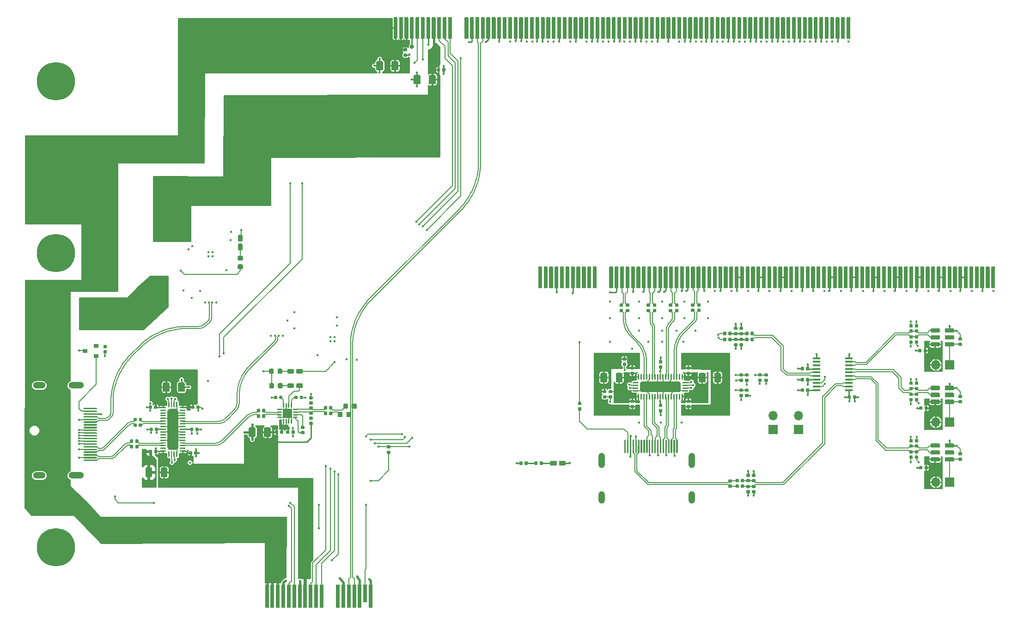
<source format=gbr>
G04 #@! TF.GenerationSoftware,KiCad,Pcbnew,5.99.0-unknown-128ec78~100~ubuntu18.04.1*
G04 #@! TF.CreationDate,2020-01-29T23:00:07+01:00*
G04 #@! TF.ProjectId,fab_v2,6661625f-7632-42e6-9b69-6361645f7063,rev?*
G04 #@! TF.SameCoordinates,PX251ced8PY3683460*
G04 #@! TF.FileFunction,Copper,L1,Top*
G04 #@! TF.FilePolarity,Positive*
%FSLAX46Y46*%
G04 Gerber Fmt 4.6, Leading zero omitted, Abs format (unit mm)*
G04 Created by KiCad (PCBNEW 5.99.0-unknown-128ec78~100~ubuntu18.04.1) date 2020-01-29 23:00:07*
%MOMM*%
%LPD*%
G04 APERTURE LIST*
%ADD10O,1.200000X2.800000*%
%ADD11O,1.200000X2.300000*%
%ADD12R,1.450000X0.450000*%
%ADD13C,0.500000*%
%ADD14O,1.700000X1.700000*%
%ADD15R,1.700000X1.700000*%
%ADD16C,7.000000*%
%ADD17O,2.300000X1.200000*%
%ADD18O,2.800000X1.200000*%
%ADD19R,0.700000X4.300000*%
%ADD20R,0.700000X3.200000*%
%ADD21R,0.900000X0.800000*%
%ADD22C,0.400000*%
%ADD23C,0.800000*%
%ADD24C,0.250000*%
%ADD25C,0.200000*%
%ADD26C,0.150000*%
%ADD27C,0.400000*%
%ADD28C,0.600000*%
%ADD29C,0.254000*%
G04 APERTURE END LIST*
G04 #@! TA.AperFunction,SMDPad,CuDef*
G36*
X93347746Y-82946028D02*
G01*
X93395598Y-82978002D01*
X93427572Y-83025854D01*
X93438800Y-83082300D01*
X93438800Y-83427300D01*
X93427572Y-83483746D01*
X93395598Y-83531598D01*
X93347746Y-83563572D01*
X93291300Y-83574800D01*
X92996300Y-83574800D01*
X92939854Y-83563572D01*
X92892002Y-83531598D01*
X92860028Y-83483746D01*
X92848800Y-83427300D01*
X92848800Y-83082300D01*
X92860028Y-83025854D01*
X92892002Y-82978002D01*
X92939854Y-82946028D01*
X92996300Y-82934800D01*
X93291300Y-82934800D01*
X93347746Y-82946028D01*
G37*
G04 #@! TD.AperFunction*
G04 #@! TA.AperFunction,SMDPad,CuDef*
G36*
X92377746Y-82946028D02*
G01*
X92425598Y-82978002D01*
X92457572Y-83025854D01*
X92468800Y-83082300D01*
X92468800Y-83427300D01*
X92457572Y-83483746D01*
X92425598Y-83531598D01*
X92377746Y-83563572D01*
X92321300Y-83574800D01*
X92026300Y-83574800D01*
X91969854Y-83563572D01*
X91922002Y-83531598D01*
X91890028Y-83483746D01*
X91878800Y-83427300D01*
X91878800Y-83082300D01*
X91890028Y-83025854D01*
X91922002Y-82978002D01*
X91969854Y-82946028D01*
X92026300Y-82934800D01*
X92321300Y-82934800D01*
X92377746Y-82946028D01*
G37*
G04 #@! TD.AperFunction*
G04 #@! TA.AperFunction,SMDPad,CuDef*
G36*
X96118746Y-82946028D02*
G01*
X96166598Y-82978002D01*
X96198572Y-83025854D01*
X96209800Y-83082300D01*
X96209800Y-83427300D01*
X96198572Y-83483746D01*
X96166598Y-83531598D01*
X96118746Y-83563572D01*
X96062300Y-83574800D01*
X95767300Y-83574800D01*
X95710854Y-83563572D01*
X95663002Y-83531598D01*
X95631028Y-83483746D01*
X95619800Y-83427300D01*
X95619800Y-83082300D01*
X95631028Y-83025854D01*
X95663002Y-82978002D01*
X95710854Y-82946028D01*
X95767300Y-82934800D01*
X96062300Y-82934800D01*
X96118746Y-82946028D01*
G37*
G04 #@! TD.AperFunction*
G04 #@! TA.AperFunction,SMDPad,CuDef*
G36*
X95148746Y-82946028D02*
G01*
X95196598Y-82978002D01*
X95228572Y-83025854D01*
X95239800Y-83082300D01*
X95239800Y-83427300D01*
X95228572Y-83483746D01*
X95196598Y-83531598D01*
X95148746Y-83563572D01*
X95092300Y-83574800D01*
X94797300Y-83574800D01*
X94740854Y-83563572D01*
X94693002Y-83531598D01*
X94661028Y-83483746D01*
X94649800Y-83427300D01*
X94649800Y-83082300D01*
X94661028Y-83025854D01*
X94693002Y-82978002D01*
X94740854Y-82946028D01*
X94797300Y-82934800D01*
X95092300Y-82934800D01*
X95148746Y-82946028D01*
G37*
G04 #@! TD.AperFunction*
G04 #@! TA.AperFunction,SMDPad,CuDef*
G36*
X136220146Y-66814228D02*
G01*
X136267998Y-66846202D01*
X136299972Y-66894054D01*
X136311200Y-66950500D01*
X136311200Y-67245500D01*
X136299972Y-67301946D01*
X136267998Y-67349798D01*
X136220146Y-67381772D01*
X136163700Y-67393000D01*
X135818700Y-67393000D01*
X135762254Y-67381772D01*
X135714402Y-67349798D01*
X135682428Y-67301946D01*
X135671200Y-67245500D01*
X135671200Y-66950500D01*
X135682428Y-66894054D01*
X135714402Y-66846202D01*
X135762254Y-66814228D01*
X135818700Y-66803000D01*
X136163700Y-66803000D01*
X136220146Y-66814228D01*
G37*
G04 #@! TD.AperFunction*
G04 #@! TA.AperFunction,SMDPad,CuDef*
G36*
X136220146Y-67784228D02*
G01*
X136267998Y-67816202D01*
X136299972Y-67864054D01*
X136311200Y-67920500D01*
X136311200Y-68215500D01*
X136299972Y-68271946D01*
X136267998Y-68319798D01*
X136220146Y-68351772D01*
X136163700Y-68363000D01*
X135818700Y-68363000D01*
X135762254Y-68351772D01*
X135714402Y-68319798D01*
X135682428Y-68271946D01*
X135671200Y-68215500D01*
X135671200Y-67920500D01*
X135682428Y-67864054D01*
X135714402Y-67816202D01*
X135762254Y-67784228D01*
X135818700Y-67773000D01*
X136163700Y-67773000D01*
X136220146Y-67784228D01*
G37*
G04 #@! TD.AperFunction*
G04 #@! TA.AperFunction,SMDPad,CuDef*
G36*
X98627120Y-82845976D02*
G01*
X98696060Y-82892040D01*
X98742124Y-82960980D01*
X98758300Y-83042300D01*
X98758300Y-83467300D01*
X98742124Y-83548620D01*
X98696060Y-83617560D01*
X98627120Y-83663624D01*
X98545800Y-83679800D01*
X97745800Y-83679800D01*
X97664480Y-83663624D01*
X97595540Y-83617560D01*
X97549476Y-83548620D01*
X97533300Y-83467300D01*
X97533300Y-83042300D01*
X97549476Y-82960980D01*
X97595540Y-82892040D01*
X97664480Y-82845976D01*
X97745800Y-82829800D01*
X98545800Y-82829800D01*
X98627120Y-82845976D01*
G37*
G04 #@! TD.AperFunction*
G04 #@! TA.AperFunction,SMDPad,CuDef*
G36*
X100252120Y-82845976D02*
G01*
X100321060Y-82892040D01*
X100367124Y-82960980D01*
X100383300Y-83042300D01*
X100383300Y-83467300D01*
X100367124Y-83548620D01*
X100321060Y-83617560D01*
X100252120Y-83663624D01*
X100170800Y-83679800D01*
X99370800Y-83679800D01*
X99289480Y-83663624D01*
X99220540Y-83617560D01*
X99174476Y-83548620D01*
X99158300Y-83467300D01*
X99158300Y-83042300D01*
X99174476Y-82960980D01*
X99220540Y-82892040D01*
X99289480Y-82845976D01*
X99370800Y-82829800D01*
X100170800Y-82829800D01*
X100252120Y-82845976D01*
G37*
G04 #@! TD.AperFunction*
G04 #@! TA.AperFunction,SMDPad,CuDef*
G36*
X111364388Y-78993728D02*
G01*
X111387097Y-79008903D01*
X111402272Y-79031612D01*
X111407600Y-79058400D01*
X111407600Y-81318400D01*
X111402272Y-81345188D01*
X111387097Y-81367897D01*
X111364388Y-81383072D01*
X111337600Y-81388400D01*
X111197600Y-81388400D01*
X111170812Y-81383072D01*
X111148103Y-81367897D01*
X111132928Y-81345188D01*
X111127600Y-81318400D01*
X111127600Y-79058400D01*
X111132928Y-79031612D01*
X111148103Y-79008903D01*
X111170812Y-78993728D01*
X111197600Y-78988400D01*
X111337600Y-78988400D01*
X111364388Y-78993728D01*
G37*
G04 #@! TD.AperFunction*
G04 #@! TA.AperFunction,SMDPad,CuDef*
G36*
X111864388Y-78993728D02*
G01*
X111887097Y-79008903D01*
X111902272Y-79031612D01*
X111907600Y-79058400D01*
X111907600Y-81318400D01*
X111902272Y-81345188D01*
X111887097Y-81367897D01*
X111864388Y-81383072D01*
X111837600Y-81388400D01*
X111697600Y-81388400D01*
X111670812Y-81383072D01*
X111648103Y-81367897D01*
X111632928Y-81345188D01*
X111627600Y-81318400D01*
X111627600Y-79058400D01*
X111632928Y-79031612D01*
X111648103Y-79008903D01*
X111670812Y-78993728D01*
X111697600Y-78988400D01*
X111837600Y-78988400D01*
X111864388Y-78993728D01*
G37*
G04 #@! TD.AperFunction*
G04 #@! TA.AperFunction,SMDPad,CuDef*
G36*
X112364388Y-78993728D02*
G01*
X112387097Y-79008903D01*
X112402272Y-79031612D01*
X112407600Y-79058400D01*
X112407600Y-81318400D01*
X112402272Y-81345188D01*
X112387097Y-81367897D01*
X112364388Y-81383072D01*
X112337600Y-81388400D01*
X112197600Y-81388400D01*
X112170812Y-81383072D01*
X112148103Y-81367897D01*
X112132928Y-81345188D01*
X112127600Y-81318400D01*
X112127600Y-79058400D01*
X112132928Y-79031612D01*
X112148103Y-79008903D01*
X112170812Y-78993728D01*
X112197600Y-78988400D01*
X112337600Y-78988400D01*
X112364388Y-78993728D01*
G37*
G04 #@! TD.AperFunction*
G04 #@! TA.AperFunction,SMDPad,CuDef*
G36*
X112864388Y-78993728D02*
G01*
X112887097Y-79008903D01*
X112902272Y-79031612D01*
X112907600Y-79058400D01*
X112907600Y-81318400D01*
X112902272Y-81345188D01*
X112887097Y-81367897D01*
X112864388Y-81383072D01*
X112837600Y-81388400D01*
X112697600Y-81388400D01*
X112670812Y-81383072D01*
X112648103Y-81367897D01*
X112632928Y-81345188D01*
X112627600Y-81318400D01*
X112627600Y-79058400D01*
X112632928Y-79031612D01*
X112648103Y-79008903D01*
X112670812Y-78993728D01*
X112697600Y-78988400D01*
X112837600Y-78988400D01*
X112864388Y-78993728D01*
G37*
G04 #@! TD.AperFunction*
G04 #@! TA.AperFunction,SMDPad,CuDef*
G36*
X113364388Y-78993728D02*
G01*
X113387097Y-79008903D01*
X113402272Y-79031612D01*
X113407600Y-79058400D01*
X113407600Y-81318400D01*
X113402272Y-81345188D01*
X113387097Y-81367897D01*
X113364388Y-81383072D01*
X113337600Y-81388400D01*
X113197600Y-81388400D01*
X113170812Y-81383072D01*
X113148103Y-81367897D01*
X113132928Y-81345188D01*
X113127600Y-81318400D01*
X113127600Y-79058400D01*
X113132928Y-79031612D01*
X113148103Y-79008903D01*
X113170812Y-78993728D01*
X113197600Y-78988400D01*
X113337600Y-78988400D01*
X113364388Y-78993728D01*
G37*
G04 #@! TD.AperFunction*
G04 #@! TA.AperFunction,SMDPad,CuDef*
G36*
X113864388Y-78993728D02*
G01*
X113887097Y-79008903D01*
X113902272Y-79031612D01*
X113907600Y-79058400D01*
X113907600Y-81318400D01*
X113902272Y-81345188D01*
X113887097Y-81367897D01*
X113864388Y-81383072D01*
X113837600Y-81388400D01*
X113697600Y-81388400D01*
X113670812Y-81383072D01*
X113648103Y-81367897D01*
X113632928Y-81345188D01*
X113627600Y-81318400D01*
X113627600Y-79058400D01*
X113632928Y-79031612D01*
X113648103Y-79008903D01*
X113670812Y-78993728D01*
X113697600Y-78988400D01*
X113837600Y-78988400D01*
X113864388Y-78993728D01*
G37*
G04 #@! TD.AperFunction*
G04 #@! TA.AperFunction,SMDPad,CuDef*
G36*
X114364388Y-78993728D02*
G01*
X114387097Y-79008903D01*
X114402272Y-79031612D01*
X114407600Y-79058400D01*
X114407600Y-81318400D01*
X114402272Y-81345188D01*
X114387097Y-81367897D01*
X114364388Y-81383072D01*
X114337600Y-81388400D01*
X114197600Y-81388400D01*
X114170812Y-81383072D01*
X114148103Y-81367897D01*
X114132928Y-81345188D01*
X114127600Y-81318400D01*
X114127600Y-79058400D01*
X114132928Y-79031612D01*
X114148103Y-79008903D01*
X114170812Y-78993728D01*
X114197600Y-78988400D01*
X114337600Y-78988400D01*
X114364388Y-78993728D01*
G37*
G04 #@! TD.AperFunction*
G04 #@! TA.AperFunction,SMDPad,CuDef*
G36*
X114864388Y-78993728D02*
G01*
X114887097Y-79008903D01*
X114902272Y-79031612D01*
X114907600Y-79058400D01*
X114907600Y-81318400D01*
X114902272Y-81345188D01*
X114887097Y-81367897D01*
X114864388Y-81383072D01*
X114837600Y-81388400D01*
X114697600Y-81388400D01*
X114670812Y-81383072D01*
X114648103Y-81367897D01*
X114632928Y-81345188D01*
X114627600Y-81318400D01*
X114627600Y-79058400D01*
X114632928Y-79031612D01*
X114648103Y-79008903D01*
X114670812Y-78993728D01*
X114697600Y-78988400D01*
X114837600Y-78988400D01*
X114864388Y-78993728D01*
G37*
G04 #@! TD.AperFunction*
G04 #@! TA.AperFunction,SMDPad,CuDef*
G36*
X120864388Y-78993728D02*
G01*
X120887097Y-79008903D01*
X120902272Y-79031612D01*
X120907600Y-79058400D01*
X120907600Y-81318400D01*
X120902272Y-81345188D01*
X120887097Y-81367897D01*
X120864388Y-81383072D01*
X120837600Y-81388400D01*
X120697600Y-81388400D01*
X120670812Y-81383072D01*
X120648103Y-81367897D01*
X120632928Y-81345188D01*
X120627600Y-81318400D01*
X120627600Y-79058400D01*
X120632928Y-79031612D01*
X120648103Y-79008903D01*
X120670812Y-78993728D01*
X120697600Y-78988400D01*
X120837600Y-78988400D01*
X120864388Y-78993728D01*
G37*
G04 #@! TD.AperFunction*
G04 #@! TA.AperFunction,SMDPad,CuDef*
G36*
X120364388Y-78993728D02*
G01*
X120387097Y-79008903D01*
X120402272Y-79031612D01*
X120407600Y-79058400D01*
X120407600Y-81318400D01*
X120402272Y-81345188D01*
X120387097Y-81367897D01*
X120364388Y-81383072D01*
X120337600Y-81388400D01*
X120197600Y-81388400D01*
X120170812Y-81383072D01*
X120148103Y-81367897D01*
X120132928Y-81345188D01*
X120127600Y-81318400D01*
X120127600Y-79058400D01*
X120132928Y-79031612D01*
X120148103Y-79008903D01*
X120170812Y-78993728D01*
X120197600Y-78988400D01*
X120337600Y-78988400D01*
X120364388Y-78993728D01*
G37*
G04 #@! TD.AperFunction*
G04 #@! TA.AperFunction,SMDPad,CuDef*
G36*
X119864388Y-78993728D02*
G01*
X119887097Y-79008903D01*
X119902272Y-79031612D01*
X119907600Y-79058400D01*
X119907600Y-81318400D01*
X119902272Y-81345188D01*
X119887097Y-81367897D01*
X119864388Y-81383072D01*
X119837600Y-81388400D01*
X119697600Y-81388400D01*
X119670812Y-81383072D01*
X119648103Y-81367897D01*
X119632928Y-81345188D01*
X119627600Y-81318400D01*
X119627600Y-79058400D01*
X119632928Y-79031612D01*
X119648103Y-79008903D01*
X119670812Y-78993728D01*
X119697600Y-78988400D01*
X119837600Y-78988400D01*
X119864388Y-78993728D01*
G37*
G04 #@! TD.AperFunction*
G04 #@! TA.AperFunction,SMDPad,CuDef*
G36*
X119364388Y-78993728D02*
G01*
X119387097Y-79008903D01*
X119402272Y-79031612D01*
X119407600Y-79058400D01*
X119407600Y-81318400D01*
X119402272Y-81345188D01*
X119387097Y-81367897D01*
X119364388Y-81383072D01*
X119337600Y-81388400D01*
X119197600Y-81388400D01*
X119170812Y-81383072D01*
X119148103Y-81367897D01*
X119132928Y-81345188D01*
X119127600Y-81318400D01*
X119127600Y-79058400D01*
X119132928Y-79031612D01*
X119148103Y-79008903D01*
X119170812Y-78993728D01*
X119197600Y-78988400D01*
X119337600Y-78988400D01*
X119364388Y-78993728D01*
G37*
G04 #@! TD.AperFunction*
G04 #@! TA.AperFunction,SMDPad,CuDef*
G36*
X118864388Y-78993728D02*
G01*
X118887097Y-79008903D01*
X118902272Y-79031612D01*
X118907600Y-79058400D01*
X118907600Y-81318400D01*
X118902272Y-81345188D01*
X118887097Y-81367897D01*
X118864388Y-81383072D01*
X118837600Y-81388400D01*
X118697600Y-81388400D01*
X118670812Y-81383072D01*
X118648103Y-81367897D01*
X118632928Y-81345188D01*
X118627600Y-81318400D01*
X118627600Y-79058400D01*
X118632928Y-79031612D01*
X118648103Y-79008903D01*
X118670812Y-78993728D01*
X118697600Y-78988400D01*
X118837600Y-78988400D01*
X118864388Y-78993728D01*
G37*
G04 #@! TD.AperFunction*
G04 #@! TA.AperFunction,SMDPad,CuDef*
G36*
X118364388Y-78993728D02*
G01*
X118387097Y-79008903D01*
X118402272Y-79031612D01*
X118407600Y-79058400D01*
X118407600Y-81318400D01*
X118402272Y-81345188D01*
X118387097Y-81367897D01*
X118364388Y-81383072D01*
X118337600Y-81388400D01*
X118197600Y-81388400D01*
X118170812Y-81383072D01*
X118148103Y-81367897D01*
X118132928Y-81345188D01*
X118127600Y-81318400D01*
X118127600Y-79058400D01*
X118132928Y-79031612D01*
X118148103Y-79008903D01*
X118170812Y-78993728D01*
X118197600Y-78988400D01*
X118337600Y-78988400D01*
X118364388Y-78993728D01*
G37*
G04 #@! TD.AperFunction*
G04 #@! TA.AperFunction,SMDPad,CuDef*
G36*
X117864388Y-78993728D02*
G01*
X117887097Y-79008903D01*
X117902272Y-79031612D01*
X117907600Y-79058400D01*
X117907600Y-81318400D01*
X117902272Y-81345188D01*
X117887097Y-81367897D01*
X117864388Y-81383072D01*
X117837600Y-81388400D01*
X117697600Y-81388400D01*
X117670812Y-81383072D01*
X117648103Y-81367897D01*
X117632928Y-81345188D01*
X117627600Y-81318400D01*
X117627600Y-79058400D01*
X117632928Y-79031612D01*
X117648103Y-79008903D01*
X117670812Y-78993728D01*
X117697600Y-78988400D01*
X117837600Y-78988400D01*
X117864388Y-78993728D01*
G37*
G04 #@! TD.AperFunction*
G04 #@! TA.AperFunction,SMDPad,CuDef*
G36*
X117364388Y-78993728D02*
G01*
X117387097Y-79008903D01*
X117402272Y-79031612D01*
X117407600Y-79058400D01*
X117407600Y-81318400D01*
X117402272Y-81345188D01*
X117387097Y-81367897D01*
X117364388Y-81383072D01*
X117337600Y-81388400D01*
X117197600Y-81388400D01*
X117170812Y-81383072D01*
X117148103Y-81367897D01*
X117132928Y-81345188D01*
X117127600Y-81318400D01*
X117127600Y-79058400D01*
X117132928Y-79031612D01*
X117148103Y-79008903D01*
X117170812Y-78993728D01*
X117197600Y-78988400D01*
X117337600Y-78988400D01*
X117364388Y-78993728D01*
G37*
G04 #@! TD.AperFunction*
G04 #@! TA.AperFunction,SMDPad,CuDef*
G36*
X116864388Y-78993728D02*
G01*
X116887097Y-79008903D01*
X116902272Y-79031612D01*
X116907600Y-79058400D01*
X116907600Y-81318400D01*
X116902272Y-81345188D01*
X116887097Y-81367897D01*
X116864388Y-81383072D01*
X116837600Y-81388400D01*
X116697600Y-81388400D01*
X116670812Y-81383072D01*
X116648103Y-81367897D01*
X116632928Y-81345188D01*
X116627600Y-81318400D01*
X116627600Y-79058400D01*
X116632928Y-79031612D01*
X116648103Y-79008903D01*
X116670812Y-78993728D01*
X116697600Y-78988400D01*
X116837600Y-78988400D01*
X116864388Y-78993728D01*
G37*
G04 #@! TD.AperFunction*
G04 #@! TA.AperFunction,SMDPad,CuDef*
G36*
X116364388Y-78993728D02*
G01*
X116387097Y-79008903D01*
X116402272Y-79031612D01*
X116407600Y-79058400D01*
X116407600Y-81318400D01*
X116402272Y-81345188D01*
X116387097Y-81367897D01*
X116364388Y-81383072D01*
X116337600Y-81388400D01*
X116197600Y-81388400D01*
X116170812Y-81383072D01*
X116148103Y-81367897D01*
X116132928Y-81345188D01*
X116127600Y-81318400D01*
X116127600Y-79058400D01*
X116132928Y-79031612D01*
X116148103Y-79008903D01*
X116170812Y-78993728D01*
X116197600Y-78988400D01*
X116337600Y-78988400D01*
X116364388Y-78993728D01*
G37*
G04 #@! TD.AperFunction*
G04 #@! TA.AperFunction,SMDPad,CuDef*
G36*
X115864388Y-78993728D02*
G01*
X115887097Y-79008903D01*
X115902272Y-79031612D01*
X115907600Y-79058400D01*
X115907600Y-81318400D01*
X115902272Y-81345188D01*
X115887097Y-81367897D01*
X115864388Y-81383072D01*
X115837600Y-81388400D01*
X115697600Y-81388400D01*
X115670812Y-81383072D01*
X115648103Y-81367897D01*
X115632928Y-81345188D01*
X115627600Y-81318400D01*
X115627600Y-79058400D01*
X115632928Y-79031612D01*
X115648103Y-79008903D01*
X115670812Y-78993728D01*
X115697600Y-78988400D01*
X115837600Y-78988400D01*
X115864388Y-78993728D01*
G37*
G04 #@! TD.AperFunction*
G04 #@! TA.AperFunction,SMDPad,CuDef*
G36*
X115364388Y-78993728D02*
G01*
X115387097Y-79008903D01*
X115402272Y-79031612D01*
X115407600Y-79058400D01*
X115407600Y-81318400D01*
X115402272Y-81345188D01*
X115387097Y-81367897D01*
X115364388Y-81383072D01*
X115337600Y-81388400D01*
X115197600Y-81388400D01*
X115170812Y-81383072D01*
X115148103Y-81367897D01*
X115132928Y-81345188D01*
X115127600Y-81318400D01*
X115127600Y-79058400D01*
X115132928Y-79031612D01*
X115148103Y-79008903D01*
X115170812Y-78993728D01*
X115197600Y-78988400D01*
X115337600Y-78988400D01*
X115364388Y-78993728D01*
G37*
G04 #@! TD.AperFunction*
D10*
X123517600Y-82788400D03*
X107017600Y-82788400D03*
D11*
X123517600Y-89568400D03*
X107017600Y-89568400D03*
G04 #@! TA.AperFunction,SMDPad,CuDef*
G36*
X115747746Y-54980228D02*
G01*
X115795598Y-55012202D01*
X115827572Y-55060054D01*
X115838800Y-55116500D01*
X115838800Y-55411500D01*
X115827572Y-55467946D01*
X115795598Y-55515798D01*
X115747746Y-55547772D01*
X115691300Y-55559000D01*
X115346300Y-55559000D01*
X115289854Y-55547772D01*
X115242002Y-55515798D01*
X115210028Y-55467946D01*
X115198800Y-55411500D01*
X115198800Y-55116500D01*
X115210028Y-55060054D01*
X115242002Y-55012202D01*
X115289854Y-54980228D01*
X115346300Y-54969000D01*
X115691300Y-54969000D01*
X115747746Y-54980228D01*
G37*
G04 #@! TD.AperFunction*
G04 #@! TA.AperFunction,SMDPad,CuDef*
G36*
X115747746Y-54010228D02*
G01*
X115795598Y-54042202D01*
X115827572Y-54090054D01*
X115838800Y-54146500D01*
X115838800Y-54441500D01*
X115827572Y-54497946D01*
X115795598Y-54545798D01*
X115747746Y-54577772D01*
X115691300Y-54589000D01*
X115346300Y-54589000D01*
X115289854Y-54577772D01*
X115242002Y-54545798D01*
X115210028Y-54497946D01*
X115198800Y-54441500D01*
X115198800Y-54146500D01*
X115210028Y-54090054D01*
X115242002Y-54042202D01*
X115289854Y-54010228D01*
X115346300Y-53999000D01*
X115691300Y-53999000D01*
X115747746Y-54010228D01*
G37*
G04 #@! TD.AperFunction*
G04 #@! TA.AperFunction,SMDPad,CuDef*
G36*
X103174746Y-73014228D02*
G01*
X103222598Y-73046202D01*
X103254572Y-73094054D01*
X103265800Y-73150500D01*
X103265800Y-73445500D01*
X103254572Y-73501946D01*
X103222598Y-73549798D01*
X103174746Y-73581772D01*
X103118300Y-73593000D01*
X102773300Y-73593000D01*
X102716854Y-73581772D01*
X102669002Y-73549798D01*
X102637028Y-73501946D01*
X102625800Y-73445500D01*
X102625800Y-73150500D01*
X102637028Y-73094054D01*
X102669002Y-73046202D01*
X102716854Y-73014228D01*
X102773300Y-73003000D01*
X103118300Y-73003000D01*
X103174746Y-73014228D01*
G37*
G04 #@! TD.AperFunction*
G04 #@! TA.AperFunction,SMDPad,CuDef*
G36*
X103174746Y-72044228D02*
G01*
X103222598Y-72076202D01*
X103254572Y-72124054D01*
X103265800Y-72180500D01*
X103265800Y-72475500D01*
X103254572Y-72531946D01*
X103222598Y-72579798D01*
X103174746Y-72611772D01*
X103118300Y-72623000D01*
X102773300Y-72623000D01*
X102716854Y-72611772D01*
X102669002Y-72579798D01*
X102637028Y-72531946D01*
X102625800Y-72475500D01*
X102625800Y-72180500D01*
X102637028Y-72124054D01*
X102669002Y-72076202D01*
X102716854Y-72044228D01*
X102773300Y-72033000D01*
X103118300Y-72033000D01*
X103174746Y-72044228D01*
G37*
G04 #@! TD.AperFunction*
G04 #@! TA.AperFunction,SMDPad,CuDef*
G36*
X129715746Y-60289228D02*
G01*
X129763598Y-60321202D01*
X129795572Y-60369054D01*
X129806800Y-60425500D01*
X129806800Y-60770500D01*
X129795572Y-60826946D01*
X129763598Y-60874798D01*
X129715746Y-60906772D01*
X129659300Y-60918000D01*
X129364300Y-60918000D01*
X129307854Y-60906772D01*
X129260002Y-60874798D01*
X129228028Y-60826946D01*
X129216800Y-60770500D01*
X129216800Y-60425500D01*
X129228028Y-60369054D01*
X129260002Y-60321202D01*
X129307854Y-60289228D01*
X129364300Y-60278000D01*
X129659300Y-60278000D01*
X129715746Y-60289228D01*
G37*
G04 #@! TD.AperFunction*
G04 #@! TA.AperFunction,SMDPad,CuDef*
G36*
X130685746Y-60289228D02*
G01*
X130733598Y-60321202D01*
X130765572Y-60369054D01*
X130776800Y-60425500D01*
X130776800Y-60770500D01*
X130765572Y-60826946D01*
X130733598Y-60874798D01*
X130685746Y-60906772D01*
X130629300Y-60918000D01*
X130334300Y-60918000D01*
X130277854Y-60906772D01*
X130230002Y-60874798D01*
X130198028Y-60826946D01*
X130186800Y-60770500D01*
X130186800Y-60425500D01*
X130198028Y-60369054D01*
X130230002Y-60321202D01*
X130277854Y-60289228D01*
X130334300Y-60278000D01*
X130629300Y-60278000D01*
X130685746Y-60289228D01*
G37*
G04 #@! TD.AperFunction*
D12*
X146373800Y-69873000D03*
X146373800Y-69223000D03*
X146373800Y-68573000D03*
X146373800Y-67923000D03*
X146373800Y-67273000D03*
X146373800Y-66623000D03*
X146373800Y-65973000D03*
X146373800Y-65323000D03*
X146373800Y-64673000D03*
X146373800Y-64023000D03*
X152273800Y-64023000D03*
X152273800Y-64673000D03*
X152273800Y-65323000D03*
X152273800Y-65973000D03*
X152273800Y-66623000D03*
X152273800Y-67273000D03*
X152273800Y-67923000D03*
X152273800Y-68573000D03*
X152273800Y-69223000D03*
X152273800Y-69873000D03*
G04 #@! TA.AperFunction,SMDPad,CuDef*
G36*
X168823337Y-58539224D02*
G01*
X168888221Y-58582579D01*
X168931576Y-58647463D01*
X168946800Y-58724000D01*
X168946800Y-59124000D01*
X168931576Y-59200537D01*
X168888221Y-59265421D01*
X168823337Y-59308776D01*
X168746800Y-59324000D01*
X167446800Y-59324000D01*
X167370263Y-59308776D01*
X167305379Y-59265421D01*
X167262024Y-59200537D01*
X167246800Y-59124000D01*
X167246800Y-58724000D01*
X167262024Y-58647463D01*
X167305379Y-58582579D01*
X167370263Y-58539224D01*
X167446800Y-58524000D01*
X168746800Y-58524000D01*
X168823337Y-58539224D01*
G37*
G04 #@! TD.AperFunction*
G04 #@! TA.AperFunction,SMDPad,CuDef*
G36*
X168823337Y-59809224D02*
G01*
X168888221Y-59852579D01*
X168931576Y-59917463D01*
X168946800Y-59994000D01*
X168946800Y-60394000D01*
X168931576Y-60470537D01*
X168888221Y-60535421D01*
X168823337Y-60578776D01*
X168746800Y-60594000D01*
X167446800Y-60594000D01*
X167370263Y-60578776D01*
X167305379Y-60535421D01*
X167262024Y-60470537D01*
X167246800Y-60394000D01*
X167246800Y-59994000D01*
X167262024Y-59917463D01*
X167305379Y-59852579D01*
X167370263Y-59809224D01*
X167446800Y-59794000D01*
X168746800Y-59794000D01*
X168823337Y-59809224D01*
G37*
G04 #@! TD.AperFunction*
G04 #@! TA.AperFunction,SMDPad,CuDef*
G36*
X168823337Y-61079224D02*
G01*
X168888221Y-61122579D01*
X168931576Y-61187463D01*
X168946800Y-61264000D01*
X168946800Y-61664000D01*
X168931576Y-61740537D01*
X168888221Y-61805421D01*
X168823337Y-61848776D01*
X168746800Y-61864000D01*
X167446800Y-61864000D01*
X167370263Y-61848776D01*
X167305379Y-61805421D01*
X167262024Y-61740537D01*
X167246800Y-61664000D01*
X167246800Y-61264000D01*
X167262024Y-61187463D01*
X167305379Y-61122579D01*
X167370263Y-61079224D01*
X167446800Y-61064000D01*
X168746800Y-61064000D01*
X168823337Y-61079224D01*
G37*
G04 #@! TD.AperFunction*
G04 #@! TA.AperFunction,SMDPad,CuDef*
G36*
X171423337Y-58539224D02*
G01*
X171488221Y-58582579D01*
X171531576Y-58647463D01*
X171546800Y-58724000D01*
X171546800Y-59124000D01*
X171531576Y-59200537D01*
X171488221Y-59265421D01*
X171423337Y-59308776D01*
X171346800Y-59324000D01*
X170046800Y-59324000D01*
X169970263Y-59308776D01*
X169905379Y-59265421D01*
X169862024Y-59200537D01*
X169846800Y-59124000D01*
X169846800Y-58724000D01*
X169862024Y-58647463D01*
X169905379Y-58582579D01*
X169970263Y-58539224D01*
X170046800Y-58524000D01*
X171346800Y-58524000D01*
X171423337Y-58539224D01*
G37*
G04 #@! TD.AperFunction*
G04 #@! TA.AperFunction,SMDPad,CuDef*
G36*
X171423337Y-59809224D02*
G01*
X171488221Y-59852579D01*
X171531576Y-59917463D01*
X171546800Y-59994000D01*
X171546800Y-60394000D01*
X171531576Y-60470537D01*
X171488221Y-60535421D01*
X171423337Y-60578776D01*
X171346800Y-60594000D01*
X170046800Y-60594000D01*
X169970263Y-60578776D01*
X169905379Y-60535421D01*
X169862024Y-60470537D01*
X169846800Y-60394000D01*
X169846800Y-59994000D01*
X169862024Y-59917463D01*
X169905379Y-59852579D01*
X169970263Y-59809224D01*
X170046800Y-59794000D01*
X171346800Y-59794000D01*
X171423337Y-59809224D01*
G37*
G04 #@! TD.AperFunction*
G04 #@! TA.AperFunction,SMDPad,CuDef*
G36*
X171423337Y-61079224D02*
G01*
X171488221Y-61122579D01*
X171531576Y-61187463D01*
X171546800Y-61264000D01*
X171546800Y-61664000D01*
X171531576Y-61740537D01*
X171488221Y-61805421D01*
X171423337Y-61848776D01*
X171346800Y-61864000D01*
X170046800Y-61864000D01*
X169970263Y-61848776D01*
X169905379Y-61805421D01*
X169862024Y-61740537D01*
X169846800Y-61664000D01*
X169846800Y-61264000D01*
X169862024Y-61187463D01*
X169905379Y-61122579D01*
X169970263Y-61079224D01*
X170046800Y-61064000D01*
X171346800Y-61064000D01*
X171423337Y-61079224D01*
G37*
G04 #@! TD.AperFunction*
G04 #@! TA.AperFunction,SMDPad,CuDef*
G36*
X168823337Y-69091724D02*
G01*
X168888221Y-69135079D01*
X168931576Y-69199963D01*
X168946800Y-69276500D01*
X168946800Y-69676500D01*
X168931576Y-69753037D01*
X168888221Y-69817921D01*
X168823337Y-69861276D01*
X168746800Y-69876500D01*
X167446800Y-69876500D01*
X167370263Y-69861276D01*
X167305379Y-69817921D01*
X167262024Y-69753037D01*
X167246800Y-69676500D01*
X167246800Y-69276500D01*
X167262024Y-69199963D01*
X167305379Y-69135079D01*
X167370263Y-69091724D01*
X167446800Y-69076500D01*
X168746800Y-69076500D01*
X168823337Y-69091724D01*
G37*
G04 #@! TD.AperFunction*
G04 #@! TA.AperFunction,SMDPad,CuDef*
G36*
X168823337Y-70361724D02*
G01*
X168888221Y-70405079D01*
X168931576Y-70469963D01*
X168946800Y-70546500D01*
X168946800Y-70946500D01*
X168931576Y-71023037D01*
X168888221Y-71087921D01*
X168823337Y-71131276D01*
X168746800Y-71146500D01*
X167446800Y-71146500D01*
X167370263Y-71131276D01*
X167305379Y-71087921D01*
X167262024Y-71023037D01*
X167246800Y-70946500D01*
X167246800Y-70546500D01*
X167262024Y-70469963D01*
X167305379Y-70405079D01*
X167370263Y-70361724D01*
X167446800Y-70346500D01*
X168746800Y-70346500D01*
X168823337Y-70361724D01*
G37*
G04 #@! TD.AperFunction*
G04 #@! TA.AperFunction,SMDPad,CuDef*
G36*
X168823337Y-71631724D02*
G01*
X168888221Y-71675079D01*
X168931576Y-71739963D01*
X168946800Y-71816500D01*
X168946800Y-72216500D01*
X168931576Y-72293037D01*
X168888221Y-72357921D01*
X168823337Y-72401276D01*
X168746800Y-72416500D01*
X167446800Y-72416500D01*
X167370263Y-72401276D01*
X167305379Y-72357921D01*
X167262024Y-72293037D01*
X167246800Y-72216500D01*
X167246800Y-71816500D01*
X167262024Y-71739963D01*
X167305379Y-71675079D01*
X167370263Y-71631724D01*
X167446800Y-71616500D01*
X168746800Y-71616500D01*
X168823337Y-71631724D01*
G37*
G04 #@! TD.AperFunction*
G04 #@! TA.AperFunction,SMDPad,CuDef*
G36*
X171423337Y-69091724D02*
G01*
X171488221Y-69135079D01*
X171531576Y-69199963D01*
X171546800Y-69276500D01*
X171546800Y-69676500D01*
X171531576Y-69753037D01*
X171488221Y-69817921D01*
X171423337Y-69861276D01*
X171346800Y-69876500D01*
X170046800Y-69876500D01*
X169970263Y-69861276D01*
X169905379Y-69817921D01*
X169862024Y-69753037D01*
X169846800Y-69676500D01*
X169846800Y-69276500D01*
X169862024Y-69199963D01*
X169905379Y-69135079D01*
X169970263Y-69091724D01*
X170046800Y-69076500D01*
X171346800Y-69076500D01*
X171423337Y-69091724D01*
G37*
G04 #@! TD.AperFunction*
G04 #@! TA.AperFunction,SMDPad,CuDef*
G36*
X171423337Y-70361724D02*
G01*
X171488221Y-70405079D01*
X171531576Y-70469963D01*
X171546800Y-70546500D01*
X171546800Y-70946500D01*
X171531576Y-71023037D01*
X171488221Y-71087921D01*
X171423337Y-71131276D01*
X171346800Y-71146500D01*
X170046800Y-71146500D01*
X169970263Y-71131276D01*
X169905379Y-71087921D01*
X169862024Y-71023037D01*
X169846800Y-70946500D01*
X169846800Y-70546500D01*
X169862024Y-70469963D01*
X169905379Y-70405079D01*
X169970263Y-70361724D01*
X170046800Y-70346500D01*
X171346800Y-70346500D01*
X171423337Y-70361724D01*
G37*
G04 #@! TD.AperFunction*
G04 #@! TA.AperFunction,SMDPad,CuDef*
G36*
X171423337Y-71631724D02*
G01*
X171488221Y-71675079D01*
X171531576Y-71739963D01*
X171546800Y-71816500D01*
X171546800Y-72216500D01*
X171531576Y-72293037D01*
X171488221Y-72357921D01*
X171423337Y-72401276D01*
X171346800Y-72416500D01*
X170046800Y-72416500D01*
X169970263Y-72401276D01*
X169905379Y-72357921D01*
X169862024Y-72293037D01*
X169846800Y-72216500D01*
X169846800Y-71816500D01*
X169862024Y-71739963D01*
X169905379Y-71675079D01*
X169970263Y-71631724D01*
X170046800Y-71616500D01*
X171346800Y-71616500D01*
X171423337Y-71631724D01*
G37*
G04 #@! TD.AperFunction*
G04 #@! TA.AperFunction,SMDPad,CuDef*
G36*
X168823337Y-79644224D02*
G01*
X168888221Y-79687579D01*
X168931576Y-79752463D01*
X168946800Y-79829000D01*
X168946800Y-80229000D01*
X168931576Y-80305537D01*
X168888221Y-80370421D01*
X168823337Y-80413776D01*
X168746800Y-80429000D01*
X167446800Y-80429000D01*
X167370263Y-80413776D01*
X167305379Y-80370421D01*
X167262024Y-80305537D01*
X167246800Y-80229000D01*
X167246800Y-79829000D01*
X167262024Y-79752463D01*
X167305379Y-79687579D01*
X167370263Y-79644224D01*
X167446800Y-79629000D01*
X168746800Y-79629000D01*
X168823337Y-79644224D01*
G37*
G04 #@! TD.AperFunction*
G04 #@! TA.AperFunction,SMDPad,CuDef*
G36*
X168823337Y-80914224D02*
G01*
X168888221Y-80957579D01*
X168931576Y-81022463D01*
X168946800Y-81099000D01*
X168946800Y-81499000D01*
X168931576Y-81575537D01*
X168888221Y-81640421D01*
X168823337Y-81683776D01*
X168746800Y-81699000D01*
X167446800Y-81699000D01*
X167370263Y-81683776D01*
X167305379Y-81640421D01*
X167262024Y-81575537D01*
X167246800Y-81499000D01*
X167246800Y-81099000D01*
X167262024Y-81022463D01*
X167305379Y-80957579D01*
X167370263Y-80914224D01*
X167446800Y-80899000D01*
X168746800Y-80899000D01*
X168823337Y-80914224D01*
G37*
G04 #@! TD.AperFunction*
G04 #@! TA.AperFunction,SMDPad,CuDef*
G36*
X168823337Y-82184224D02*
G01*
X168888221Y-82227579D01*
X168931576Y-82292463D01*
X168946800Y-82369000D01*
X168946800Y-82769000D01*
X168931576Y-82845537D01*
X168888221Y-82910421D01*
X168823337Y-82953776D01*
X168746800Y-82969000D01*
X167446800Y-82969000D01*
X167370263Y-82953776D01*
X167305379Y-82910421D01*
X167262024Y-82845537D01*
X167246800Y-82769000D01*
X167246800Y-82369000D01*
X167262024Y-82292463D01*
X167305379Y-82227579D01*
X167370263Y-82184224D01*
X167446800Y-82169000D01*
X168746800Y-82169000D01*
X168823337Y-82184224D01*
G37*
G04 #@! TD.AperFunction*
G04 #@! TA.AperFunction,SMDPad,CuDef*
G36*
X171423337Y-79644224D02*
G01*
X171488221Y-79687579D01*
X171531576Y-79752463D01*
X171546800Y-79829000D01*
X171546800Y-80229000D01*
X171531576Y-80305537D01*
X171488221Y-80370421D01*
X171423337Y-80413776D01*
X171346800Y-80429000D01*
X170046800Y-80429000D01*
X169970263Y-80413776D01*
X169905379Y-80370421D01*
X169862024Y-80305537D01*
X169846800Y-80229000D01*
X169846800Y-79829000D01*
X169862024Y-79752463D01*
X169905379Y-79687579D01*
X169970263Y-79644224D01*
X170046800Y-79629000D01*
X171346800Y-79629000D01*
X171423337Y-79644224D01*
G37*
G04 #@! TD.AperFunction*
G04 #@! TA.AperFunction,SMDPad,CuDef*
G36*
X171423337Y-80914224D02*
G01*
X171488221Y-80957579D01*
X171531576Y-81022463D01*
X171546800Y-81099000D01*
X171546800Y-81499000D01*
X171531576Y-81575537D01*
X171488221Y-81640421D01*
X171423337Y-81683776D01*
X171346800Y-81699000D01*
X170046800Y-81699000D01*
X169970263Y-81683776D01*
X169905379Y-81640421D01*
X169862024Y-81575537D01*
X169846800Y-81499000D01*
X169846800Y-81099000D01*
X169862024Y-81022463D01*
X169905379Y-80957579D01*
X169970263Y-80914224D01*
X170046800Y-80899000D01*
X171346800Y-80899000D01*
X171423337Y-80914224D01*
G37*
G04 #@! TD.AperFunction*
G04 #@! TA.AperFunction,SMDPad,CuDef*
G36*
X171423337Y-82184224D02*
G01*
X171488221Y-82227579D01*
X171531576Y-82292463D01*
X171546800Y-82369000D01*
X171546800Y-82769000D01*
X171531576Y-82845537D01*
X171488221Y-82910421D01*
X171423337Y-82953776D01*
X171346800Y-82969000D01*
X170046800Y-82969000D01*
X169970263Y-82953776D01*
X169905379Y-82910421D01*
X169862024Y-82845537D01*
X169846800Y-82769000D01*
X169846800Y-82369000D01*
X169862024Y-82292463D01*
X169905379Y-82227579D01*
X169970263Y-82184224D01*
X170046800Y-82169000D01*
X171346800Y-82169000D01*
X171423337Y-82184224D01*
G37*
G04 #@! TD.AperFunction*
D13*
X115225800Y-69256000D03*
X120225800Y-69256000D03*
X117725800Y-69256000D03*
G04 #@! TA.AperFunction,SMDPad,CuDef*
G36*
X121116666Y-68276254D02*
G01*
X121246120Y-68335373D01*
X121353675Y-68428570D01*
X121430616Y-68548292D01*
X121475800Y-68756000D01*
X121475800Y-69756000D01*
X121455546Y-69896866D01*
X121396427Y-70026320D01*
X121303230Y-70133875D01*
X121183508Y-70210816D01*
X120975800Y-70256000D01*
X114475800Y-70256000D01*
X114334934Y-70235746D01*
X114205480Y-70176627D01*
X114097925Y-70083430D01*
X114020984Y-69963708D01*
X113975800Y-69756000D01*
X113975800Y-68756000D01*
X113996054Y-68615134D01*
X114055173Y-68485680D01*
X114148370Y-68378125D01*
X114268092Y-68301184D01*
X114475800Y-68256000D01*
X120975800Y-68256000D01*
X121116666Y-68276254D01*
G37*
G04 #@! TD.AperFunction*
G04 #@! TA.AperFunction,SMDPad,CuDef*
G36*
X122737218Y-69885758D02*
G01*
X122757494Y-69899306D01*
X122771042Y-69919582D01*
X122775800Y-69943500D01*
X122775800Y-70068500D01*
X122771042Y-70092418D01*
X122757494Y-70112694D01*
X122737218Y-70126242D01*
X122713300Y-70131000D01*
X121838300Y-70131000D01*
X121814382Y-70126242D01*
X121794106Y-70112694D01*
X121780558Y-70092418D01*
X121775800Y-70068500D01*
X121775800Y-69943500D01*
X121780558Y-69919582D01*
X121794106Y-69899306D01*
X121814382Y-69885758D01*
X121838300Y-69881000D01*
X122713300Y-69881000D01*
X122737218Y-69885758D01*
G37*
G04 #@! TD.AperFunction*
G04 #@! TA.AperFunction,SMDPad,CuDef*
G36*
X122737218Y-69385758D02*
G01*
X122757494Y-69399306D01*
X122771042Y-69419582D01*
X122775800Y-69443500D01*
X122775800Y-69568500D01*
X122771042Y-69592418D01*
X122757494Y-69612694D01*
X122737218Y-69626242D01*
X122713300Y-69631000D01*
X121838300Y-69631000D01*
X121814382Y-69626242D01*
X121794106Y-69612694D01*
X121780558Y-69592418D01*
X121775800Y-69568500D01*
X121775800Y-69443500D01*
X121780558Y-69419582D01*
X121794106Y-69399306D01*
X121814382Y-69385758D01*
X121838300Y-69381000D01*
X122713300Y-69381000D01*
X122737218Y-69385758D01*
G37*
G04 #@! TD.AperFunction*
G04 #@! TA.AperFunction,SMDPad,CuDef*
G36*
X122737218Y-68885758D02*
G01*
X122757494Y-68899306D01*
X122771042Y-68919582D01*
X122775800Y-68943500D01*
X122775800Y-69068500D01*
X122771042Y-69092418D01*
X122757494Y-69112694D01*
X122737218Y-69126242D01*
X122713300Y-69131000D01*
X121838300Y-69131000D01*
X121814382Y-69126242D01*
X121794106Y-69112694D01*
X121780558Y-69092418D01*
X121775800Y-69068500D01*
X121775800Y-68943500D01*
X121780558Y-68919582D01*
X121794106Y-68899306D01*
X121814382Y-68885758D01*
X121838300Y-68881000D01*
X122713300Y-68881000D01*
X122737218Y-68885758D01*
G37*
G04 #@! TD.AperFunction*
G04 #@! TA.AperFunction,SMDPad,CuDef*
G36*
X122737218Y-68385758D02*
G01*
X122757494Y-68399306D01*
X122771042Y-68419582D01*
X122775800Y-68443500D01*
X122775800Y-68568500D01*
X122771042Y-68592418D01*
X122757494Y-68612694D01*
X122737218Y-68626242D01*
X122713300Y-68631000D01*
X121838300Y-68631000D01*
X121814382Y-68626242D01*
X121794106Y-68612694D01*
X121780558Y-68592418D01*
X121775800Y-68568500D01*
X121775800Y-68443500D01*
X121780558Y-68419582D01*
X121794106Y-68399306D01*
X121814382Y-68385758D01*
X121838300Y-68381000D01*
X122713300Y-68381000D01*
X122737218Y-68385758D01*
G37*
G04 #@! TD.AperFunction*
G04 #@! TA.AperFunction,SMDPad,CuDef*
G36*
X113637218Y-69885758D02*
G01*
X113657494Y-69899306D01*
X113671042Y-69919582D01*
X113675800Y-69943500D01*
X113675800Y-70068500D01*
X113671042Y-70092418D01*
X113657494Y-70112694D01*
X113637218Y-70126242D01*
X113613300Y-70131000D01*
X112738300Y-70131000D01*
X112714382Y-70126242D01*
X112694106Y-70112694D01*
X112680558Y-70092418D01*
X112675800Y-70068500D01*
X112675800Y-69943500D01*
X112680558Y-69919582D01*
X112694106Y-69899306D01*
X112714382Y-69885758D01*
X112738300Y-69881000D01*
X113613300Y-69881000D01*
X113637218Y-69885758D01*
G37*
G04 #@! TD.AperFunction*
G04 #@! TA.AperFunction,SMDPad,CuDef*
G36*
X113637218Y-69385758D02*
G01*
X113657494Y-69399306D01*
X113671042Y-69419582D01*
X113675800Y-69443500D01*
X113675800Y-69568500D01*
X113671042Y-69592418D01*
X113657494Y-69612694D01*
X113637218Y-69626242D01*
X113613300Y-69631000D01*
X112738300Y-69631000D01*
X112714382Y-69626242D01*
X112694106Y-69612694D01*
X112680558Y-69592418D01*
X112675800Y-69568500D01*
X112675800Y-69443500D01*
X112680558Y-69419582D01*
X112694106Y-69399306D01*
X112714382Y-69385758D01*
X112738300Y-69381000D01*
X113613300Y-69381000D01*
X113637218Y-69385758D01*
G37*
G04 #@! TD.AperFunction*
G04 #@! TA.AperFunction,SMDPad,CuDef*
G36*
X113637218Y-68885758D02*
G01*
X113657494Y-68899306D01*
X113671042Y-68919582D01*
X113675800Y-68943500D01*
X113675800Y-69068500D01*
X113671042Y-69092418D01*
X113657494Y-69112694D01*
X113637218Y-69126242D01*
X113613300Y-69131000D01*
X112738300Y-69131000D01*
X112714382Y-69126242D01*
X112694106Y-69112694D01*
X112680558Y-69092418D01*
X112675800Y-69068500D01*
X112675800Y-68943500D01*
X112680558Y-68919582D01*
X112694106Y-68899306D01*
X112714382Y-68885758D01*
X112738300Y-68881000D01*
X113613300Y-68881000D01*
X113637218Y-68885758D01*
G37*
G04 #@! TD.AperFunction*
G04 #@! TA.AperFunction,SMDPad,CuDef*
G36*
X113637218Y-68385758D02*
G01*
X113657494Y-68399306D01*
X113671042Y-68419582D01*
X113675800Y-68443500D01*
X113675800Y-68568500D01*
X113671042Y-68592418D01*
X113657494Y-68612694D01*
X113637218Y-68626242D01*
X113613300Y-68631000D01*
X112738300Y-68631000D01*
X112714382Y-68626242D01*
X112694106Y-68612694D01*
X112680558Y-68592418D01*
X112675800Y-68568500D01*
X112675800Y-68443500D01*
X112680558Y-68419582D01*
X112694106Y-68399306D01*
X112714382Y-68385758D01*
X112738300Y-68381000D01*
X113613300Y-68381000D01*
X113637218Y-68385758D01*
G37*
G04 #@! TD.AperFunction*
G04 #@! TA.AperFunction,SMDPad,CuDef*
G36*
X121812218Y-70560758D02*
G01*
X121832494Y-70574306D01*
X121846042Y-70594582D01*
X121850800Y-70618500D01*
X121850800Y-71493500D01*
X121846042Y-71517418D01*
X121832494Y-71537694D01*
X121812218Y-71551242D01*
X121788300Y-71556000D01*
X121663300Y-71556000D01*
X121639382Y-71551242D01*
X121619106Y-71537694D01*
X121605558Y-71517418D01*
X121600800Y-71493500D01*
X121600800Y-70618500D01*
X121605558Y-70594582D01*
X121619106Y-70574306D01*
X121639382Y-70560758D01*
X121663300Y-70556000D01*
X121788300Y-70556000D01*
X121812218Y-70560758D01*
G37*
G04 #@! TD.AperFunction*
G04 #@! TA.AperFunction,SMDPad,CuDef*
G36*
X121312218Y-70560758D02*
G01*
X121332494Y-70574306D01*
X121346042Y-70594582D01*
X121350800Y-70618500D01*
X121350800Y-71493500D01*
X121346042Y-71517418D01*
X121332494Y-71537694D01*
X121312218Y-71551242D01*
X121288300Y-71556000D01*
X121163300Y-71556000D01*
X121139382Y-71551242D01*
X121119106Y-71537694D01*
X121105558Y-71517418D01*
X121100800Y-71493500D01*
X121100800Y-70618500D01*
X121105558Y-70594582D01*
X121119106Y-70574306D01*
X121139382Y-70560758D01*
X121163300Y-70556000D01*
X121288300Y-70556000D01*
X121312218Y-70560758D01*
G37*
G04 #@! TD.AperFunction*
G04 #@! TA.AperFunction,SMDPad,CuDef*
G36*
X120812218Y-70560758D02*
G01*
X120832494Y-70574306D01*
X120846042Y-70594582D01*
X120850800Y-70618500D01*
X120850800Y-71493500D01*
X120846042Y-71517418D01*
X120832494Y-71537694D01*
X120812218Y-71551242D01*
X120788300Y-71556000D01*
X120663300Y-71556000D01*
X120639382Y-71551242D01*
X120619106Y-71537694D01*
X120605558Y-71517418D01*
X120600800Y-71493500D01*
X120600800Y-70618500D01*
X120605558Y-70594582D01*
X120619106Y-70574306D01*
X120639382Y-70560758D01*
X120663300Y-70556000D01*
X120788300Y-70556000D01*
X120812218Y-70560758D01*
G37*
G04 #@! TD.AperFunction*
G04 #@! TA.AperFunction,SMDPad,CuDef*
G36*
X120312218Y-70560758D02*
G01*
X120332494Y-70574306D01*
X120346042Y-70594582D01*
X120350800Y-70618500D01*
X120350800Y-71493500D01*
X120346042Y-71517418D01*
X120332494Y-71537694D01*
X120312218Y-71551242D01*
X120288300Y-71556000D01*
X120163300Y-71556000D01*
X120139382Y-71551242D01*
X120119106Y-71537694D01*
X120105558Y-71517418D01*
X120100800Y-71493500D01*
X120100800Y-70618500D01*
X120105558Y-70594582D01*
X120119106Y-70574306D01*
X120139382Y-70560758D01*
X120163300Y-70556000D01*
X120288300Y-70556000D01*
X120312218Y-70560758D01*
G37*
G04 #@! TD.AperFunction*
G04 #@! TA.AperFunction,SMDPad,CuDef*
G36*
X119812218Y-70560758D02*
G01*
X119832494Y-70574306D01*
X119846042Y-70594582D01*
X119850800Y-70618500D01*
X119850800Y-71493500D01*
X119846042Y-71517418D01*
X119832494Y-71537694D01*
X119812218Y-71551242D01*
X119788300Y-71556000D01*
X119663300Y-71556000D01*
X119639382Y-71551242D01*
X119619106Y-71537694D01*
X119605558Y-71517418D01*
X119600800Y-71493500D01*
X119600800Y-70618500D01*
X119605558Y-70594582D01*
X119619106Y-70574306D01*
X119639382Y-70560758D01*
X119663300Y-70556000D01*
X119788300Y-70556000D01*
X119812218Y-70560758D01*
G37*
G04 #@! TD.AperFunction*
G04 #@! TA.AperFunction,SMDPad,CuDef*
G36*
X119312218Y-70560758D02*
G01*
X119332494Y-70574306D01*
X119346042Y-70594582D01*
X119350800Y-70618500D01*
X119350800Y-71493500D01*
X119346042Y-71517418D01*
X119332494Y-71537694D01*
X119312218Y-71551242D01*
X119288300Y-71556000D01*
X119163300Y-71556000D01*
X119139382Y-71551242D01*
X119119106Y-71537694D01*
X119105558Y-71517418D01*
X119100800Y-71493500D01*
X119100800Y-70618500D01*
X119105558Y-70594582D01*
X119119106Y-70574306D01*
X119139382Y-70560758D01*
X119163300Y-70556000D01*
X119288300Y-70556000D01*
X119312218Y-70560758D01*
G37*
G04 #@! TD.AperFunction*
G04 #@! TA.AperFunction,SMDPad,CuDef*
G36*
X118812218Y-70560758D02*
G01*
X118832494Y-70574306D01*
X118846042Y-70594582D01*
X118850800Y-70618500D01*
X118850800Y-71493500D01*
X118846042Y-71517418D01*
X118832494Y-71537694D01*
X118812218Y-71551242D01*
X118788300Y-71556000D01*
X118663300Y-71556000D01*
X118639382Y-71551242D01*
X118619106Y-71537694D01*
X118605558Y-71517418D01*
X118600800Y-71493500D01*
X118600800Y-70618500D01*
X118605558Y-70594582D01*
X118619106Y-70574306D01*
X118639382Y-70560758D01*
X118663300Y-70556000D01*
X118788300Y-70556000D01*
X118812218Y-70560758D01*
G37*
G04 #@! TD.AperFunction*
G04 #@! TA.AperFunction,SMDPad,CuDef*
G36*
X118312218Y-70560758D02*
G01*
X118332494Y-70574306D01*
X118346042Y-70594582D01*
X118350800Y-70618500D01*
X118350800Y-71493500D01*
X118346042Y-71517418D01*
X118332494Y-71537694D01*
X118312218Y-71551242D01*
X118288300Y-71556000D01*
X118163300Y-71556000D01*
X118139382Y-71551242D01*
X118119106Y-71537694D01*
X118105558Y-71517418D01*
X118100800Y-71493500D01*
X118100800Y-70618500D01*
X118105558Y-70594582D01*
X118119106Y-70574306D01*
X118139382Y-70560758D01*
X118163300Y-70556000D01*
X118288300Y-70556000D01*
X118312218Y-70560758D01*
G37*
G04 #@! TD.AperFunction*
G04 #@! TA.AperFunction,SMDPad,CuDef*
G36*
X117812218Y-70560758D02*
G01*
X117832494Y-70574306D01*
X117846042Y-70594582D01*
X117850800Y-70618500D01*
X117850800Y-71493500D01*
X117846042Y-71517418D01*
X117832494Y-71537694D01*
X117812218Y-71551242D01*
X117788300Y-71556000D01*
X117663300Y-71556000D01*
X117639382Y-71551242D01*
X117619106Y-71537694D01*
X117605558Y-71517418D01*
X117600800Y-71493500D01*
X117600800Y-70618500D01*
X117605558Y-70594582D01*
X117619106Y-70574306D01*
X117639382Y-70560758D01*
X117663300Y-70556000D01*
X117788300Y-70556000D01*
X117812218Y-70560758D01*
G37*
G04 #@! TD.AperFunction*
G04 #@! TA.AperFunction,SMDPad,CuDef*
G36*
X117312218Y-70560758D02*
G01*
X117332494Y-70574306D01*
X117346042Y-70594582D01*
X117350800Y-70618500D01*
X117350800Y-71493500D01*
X117346042Y-71517418D01*
X117332494Y-71537694D01*
X117312218Y-71551242D01*
X117288300Y-71556000D01*
X117163300Y-71556000D01*
X117139382Y-71551242D01*
X117119106Y-71537694D01*
X117105558Y-71517418D01*
X117100800Y-71493500D01*
X117100800Y-70618500D01*
X117105558Y-70594582D01*
X117119106Y-70574306D01*
X117139382Y-70560758D01*
X117163300Y-70556000D01*
X117288300Y-70556000D01*
X117312218Y-70560758D01*
G37*
G04 #@! TD.AperFunction*
G04 #@! TA.AperFunction,SMDPad,CuDef*
G36*
X116812218Y-70560758D02*
G01*
X116832494Y-70574306D01*
X116846042Y-70594582D01*
X116850800Y-70618500D01*
X116850800Y-71493500D01*
X116846042Y-71517418D01*
X116832494Y-71537694D01*
X116812218Y-71551242D01*
X116788300Y-71556000D01*
X116663300Y-71556000D01*
X116639382Y-71551242D01*
X116619106Y-71537694D01*
X116605558Y-71517418D01*
X116600800Y-71493500D01*
X116600800Y-70618500D01*
X116605558Y-70594582D01*
X116619106Y-70574306D01*
X116639382Y-70560758D01*
X116663300Y-70556000D01*
X116788300Y-70556000D01*
X116812218Y-70560758D01*
G37*
G04 #@! TD.AperFunction*
G04 #@! TA.AperFunction,SMDPad,CuDef*
G36*
X116312218Y-70560758D02*
G01*
X116332494Y-70574306D01*
X116346042Y-70594582D01*
X116350800Y-70618500D01*
X116350800Y-71493500D01*
X116346042Y-71517418D01*
X116332494Y-71537694D01*
X116312218Y-71551242D01*
X116288300Y-71556000D01*
X116163300Y-71556000D01*
X116139382Y-71551242D01*
X116119106Y-71537694D01*
X116105558Y-71517418D01*
X116100800Y-71493500D01*
X116100800Y-70618500D01*
X116105558Y-70594582D01*
X116119106Y-70574306D01*
X116139382Y-70560758D01*
X116163300Y-70556000D01*
X116288300Y-70556000D01*
X116312218Y-70560758D01*
G37*
G04 #@! TD.AperFunction*
G04 #@! TA.AperFunction,SMDPad,CuDef*
G36*
X115812218Y-70560758D02*
G01*
X115832494Y-70574306D01*
X115846042Y-70594582D01*
X115850800Y-70618500D01*
X115850800Y-71493500D01*
X115846042Y-71517418D01*
X115832494Y-71537694D01*
X115812218Y-71551242D01*
X115788300Y-71556000D01*
X115663300Y-71556000D01*
X115639382Y-71551242D01*
X115619106Y-71537694D01*
X115605558Y-71517418D01*
X115600800Y-71493500D01*
X115600800Y-70618500D01*
X115605558Y-70594582D01*
X115619106Y-70574306D01*
X115639382Y-70560758D01*
X115663300Y-70556000D01*
X115788300Y-70556000D01*
X115812218Y-70560758D01*
G37*
G04 #@! TD.AperFunction*
G04 #@! TA.AperFunction,SMDPad,CuDef*
G36*
X115312218Y-70560758D02*
G01*
X115332494Y-70574306D01*
X115346042Y-70594582D01*
X115350800Y-70618500D01*
X115350800Y-71493500D01*
X115346042Y-71517418D01*
X115332494Y-71537694D01*
X115312218Y-71551242D01*
X115288300Y-71556000D01*
X115163300Y-71556000D01*
X115139382Y-71551242D01*
X115119106Y-71537694D01*
X115105558Y-71517418D01*
X115100800Y-71493500D01*
X115100800Y-70618500D01*
X115105558Y-70594582D01*
X115119106Y-70574306D01*
X115139382Y-70560758D01*
X115163300Y-70556000D01*
X115288300Y-70556000D01*
X115312218Y-70560758D01*
G37*
G04 #@! TD.AperFunction*
G04 #@! TA.AperFunction,SMDPad,CuDef*
G36*
X114812218Y-70560758D02*
G01*
X114832494Y-70574306D01*
X114846042Y-70594582D01*
X114850800Y-70618500D01*
X114850800Y-71493500D01*
X114846042Y-71517418D01*
X114832494Y-71537694D01*
X114812218Y-71551242D01*
X114788300Y-71556000D01*
X114663300Y-71556000D01*
X114639382Y-71551242D01*
X114619106Y-71537694D01*
X114605558Y-71517418D01*
X114600800Y-71493500D01*
X114600800Y-70618500D01*
X114605558Y-70594582D01*
X114619106Y-70574306D01*
X114639382Y-70560758D01*
X114663300Y-70556000D01*
X114788300Y-70556000D01*
X114812218Y-70560758D01*
G37*
G04 #@! TD.AperFunction*
G04 #@! TA.AperFunction,SMDPad,CuDef*
G36*
X114312218Y-70560758D02*
G01*
X114332494Y-70574306D01*
X114346042Y-70594582D01*
X114350800Y-70618500D01*
X114350800Y-71493500D01*
X114346042Y-71517418D01*
X114332494Y-71537694D01*
X114312218Y-71551242D01*
X114288300Y-71556000D01*
X114163300Y-71556000D01*
X114139382Y-71551242D01*
X114119106Y-71537694D01*
X114105558Y-71517418D01*
X114100800Y-71493500D01*
X114100800Y-70618500D01*
X114105558Y-70594582D01*
X114119106Y-70574306D01*
X114139382Y-70560758D01*
X114163300Y-70556000D01*
X114288300Y-70556000D01*
X114312218Y-70560758D01*
G37*
G04 #@! TD.AperFunction*
G04 #@! TA.AperFunction,SMDPad,CuDef*
G36*
X121812218Y-66960758D02*
G01*
X121832494Y-66974306D01*
X121846042Y-66994582D01*
X121850800Y-67018500D01*
X121850800Y-67893500D01*
X121846042Y-67917418D01*
X121832494Y-67937694D01*
X121812218Y-67951242D01*
X121788300Y-67956000D01*
X121663300Y-67956000D01*
X121639382Y-67951242D01*
X121619106Y-67937694D01*
X121605558Y-67917418D01*
X121600800Y-67893500D01*
X121600800Y-67018500D01*
X121605558Y-66994582D01*
X121619106Y-66974306D01*
X121639382Y-66960758D01*
X121663300Y-66956000D01*
X121788300Y-66956000D01*
X121812218Y-66960758D01*
G37*
G04 #@! TD.AperFunction*
G04 #@! TA.AperFunction,SMDPad,CuDef*
G36*
X121312218Y-66960758D02*
G01*
X121332494Y-66974306D01*
X121346042Y-66994582D01*
X121350800Y-67018500D01*
X121350800Y-67893500D01*
X121346042Y-67917418D01*
X121332494Y-67937694D01*
X121312218Y-67951242D01*
X121288300Y-67956000D01*
X121163300Y-67956000D01*
X121139382Y-67951242D01*
X121119106Y-67937694D01*
X121105558Y-67917418D01*
X121100800Y-67893500D01*
X121100800Y-67018500D01*
X121105558Y-66994582D01*
X121119106Y-66974306D01*
X121139382Y-66960758D01*
X121163300Y-66956000D01*
X121288300Y-66956000D01*
X121312218Y-66960758D01*
G37*
G04 #@! TD.AperFunction*
G04 #@! TA.AperFunction,SMDPad,CuDef*
G36*
X120812218Y-66960758D02*
G01*
X120832494Y-66974306D01*
X120846042Y-66994582D01*
X120850800Y-67018500D01*
X120850800Y-67893500D01*
X120846042Y-67917418D01*
X120832494Y-67937694D01*
X120812218Y-67951242D01*
X120788300Y-67956000D01*
X120663300Y-67956000D01*
X120639382Y-67951242D01*
X120619106Y-67937694D01*
X120605558Y-67917418D01*
X120600800Y-67893500D01*
X120600800Y-67018500D01*
X120605558Y-66994582D01*
X120619106Y-66974306D01*
X120639382Y-66960758D01*
X120663300Y-66956000D01*
X120788300Y-66956000D01*
X120812218Y-66960758D01*
G37*
G04 #@! TD.AperFunction*
G04 #@! TA.AperFunction,SMDPad,CuDef*
G36*
X120312218Y-66960758D02*
G01*
X120332494Y-66974306D01*
X120346042Y-66994582D01*
X120350800Y-67018500D01*
X120350800Y-67893500D01*
X120346042Y-67917418D01*
X120332494Y-67937694D01*
X120312218Y-67951242D01*
X120288300Y-67956000D01*
X120163300Y-67956000D01*
X120139382Y-67951242D01*
X120119106Y-67937694D01*
X120105558Y-67917418D01*
X120100800Y-67893500D01*
X120100800Y-67018500D01*
X120105558Y-66994582D01*
X120119106Y-66974306D01*
X120139382Y-66960758D01*
X120163300Y-66956000D01*
X120288300Y-66956000D01*
X120312218Y-66960758D01*
G37*
G04 #@! TD.AperFunction*
G04 #@! TA.AperFunction,SMDPad,CuDef*
G36*
X119812218Y-66960758D02*
G01*
X119832494Y-66974306D01*
X119846042Y-66994582D01*
X119850800Y-67018500D01*
X119850800Y-67893500D01*
X119846042Y-67917418D01*
X119832494Y-67937694D01*
X119812218Y-67951242D01*
X119788300Y-67956000D01*
X119663300Y-67956000D01*
X119639382Y-67951242D01*
X119619106Y-67937694D01*
X119605558Y-67917418D01*
X119600800Y-67893500D01*
X119600800Y-67018500D01*
X119605558Y-66994582D01*
X119619106Y-66974306D01*
X119639382Y-66960758D01*
X119663300Y-66956000D01*
X119788300Y-66956000D01*
X119812218Y-66960758D01*
G37*
G04 #@! TD.AperFunction*
G04 #@! TA.AperFunction,SMDPad,CuDef*
G36*
X119312218Y-66960758D02*
G01*
X119332494Y-66974306D01*
X119346042Y-66994582D01*
X119350800Y-67018500D01*
X119350800Y-67893500D01*
X119346042Y-67917418D01*
X119332494Y-67937694D01*
X119312218Y-67951242D01*
X119288300Y-67956000D01*
X119163300Y-67956000D01*
X119139382Y-67951242D01*
X119119106Y-67937694D01*
X119105558Y-67917418D01*
X119100800Y-67893500D01*
X119100800Y-67018500D01*
X119105558Y-66994582D01*
X119119106Y-66974306D01*
X119139382Y-66960758D01*
X119163300Y-66956000D01*
X119288300Y-66956000D01*
X119312218Y-66960758D01*
G37*
G04 #@! TD.AperFunction*
G04 #@! TA.AperFunction,SMDPad,CuDef*
G36*
X118812218Y-66960758D02*
G01*
X118832494Y-66974306D01*
X118846042Y-66994582D01*
X118850800Y-67018500D01*
X118850800Y-67893500D01*
X118846042Y-67917418D01*
X118832494Y-67937694D01*
X118812218Y-67951242D01*
X118788300Y-67956000D01*
X118663300Y-67956000D01*
X118639382Y-67951242D01*
X118619106Y-67937694D01*
X118605558Y-67917418D01*
X118600800Y-67893500D01*
X118600800Y-67018500D01*
X118605558Y-66994582D01*
X118619106Y-66974306D01*
X118639382Y-66960758D01*
X118663300Y-66956000D01*
X118788300Y-66956000D01*
X118812218Y-66960758D01*
G37*
G04 #@! TD.AperFunction*
G04 #@! TA.AperFunction,SMDPad,CuDef*
G36*
X118312218Y-66960758D02*
G01*
X118332494Y-66974306D01*
X118346042Y-66994582D01*
X118350800Y-67018500D01*
X118350800Y-67893500D01*
X118346042Y-67917418D01*
X118332494Y-67937694D01*
X118312218Y-67951242D01*
X118288300Y-67956000D01*
X118163300Y-67956000D01*
X118139382Y-67951242D01*
X118119106Y-67937694D01*
X118105558Y-67917418D01*
X118100800Y-67893500D01*
X118100800Y-67018500D01*
X118105558Y-66994582D01*
X118119106Y-66974306D01*
X118139382Y-66960758D01*
X118163300Y-66956000D01*
X118288300Y-66956000D01*
X118312218Y-66960758D01*
G37*
G04 #@! TD.AperFunction*
G04 #@! TA.AperFunction,SMDPad,CuDef*
G36*
X117812218Y-66960758D02*
G01*
X117832494Y-66974306D01*
X117846042Y-66994582D01*
X117850800Y-67018500D01*
X117850800Y-67893500D01*
X117846042Y-67917418D01*
X117832494Y-67937694D01*
X117812218Y-67951242D01*
X117788300Y-67956000D01*
X117663300Y-67956000D01*
X117639382Y-67951242D01*
X117619106Y-67937694D01*
X117605558Y-67917418D01*
X117600800Y-67893500D01*
X117600800Y-67018500D01*
X117605558Y-66994582D01*
X117619106Y-66974306D01*
X117639382Y-66960758D01*
X117663300Y-66956000D01*
X117788300Y-66956000D01*
X117812218Y-66960758D01*
G37*
G04 #@! TD.AperFunction*
G04 #@! TA.AperFunction,SMDPad,CuDef*
G36*
X117312218Y-66960758D02*
G01*
X117332494Y-66974306D01*
X117346042Y-66994582D01*
X117350800Y-67018500D01*
X117350800Y-67893500D01*
X117346042Y-67917418D01*
X117332494Y-67937694D01*
X117312218Y-67951242D01*
X117288300Y-67956000D01*
X117163300Y-67956000D01*
X117139382Y-67951242D01*
X117119106Y-67937694D01*
X117105558Y-67917418D01*
X117100800Y-67893500D01*
X117100800Y-67018500D01*
X117105558Y-66994582D01*
X117119106Y-66974306D01*
X117139382Y-66960758D01*
X117163300Y-66956000D01*
X117288300Y-66956000D01*
X117312218Y-66960758D01*
G37*
G04 #@! TD.AperFunction*
G04 #@! TA.AperFunction,SMDPad,CuDef*
G36*
X116812218Y-66960758D02*
G01*
X116832494Y-66974306D01*
X116846042Y-66994582D01*
X116850800Y-67018500D01*
X116850800Y-67893500D01*
X116846042Y-67917418D01*
X116832494Y-67937694D01*
X116812218Y-67951242D01*
X116788300Y-67956000D01*
X116663300Y-67956000D01*
X116639382Y-67951242D01*
X116619106Y-67937694D01*
X116605558Y-67917418D01*
X116600800Y-67893500D01*
X116600800Y-67018500D01*
X116605558Y-66994582D01*
X116619106Y-66974306D01*
X116639382Y-66960758D01*
X116663300Y-66956000D01*
X116788300Y-66956000D01*
X116812218Y-66960758D01*
G37*
G04 #@! TD.AperFunction*
G04 #@! TA.AperFunction,SMDPad,CuDef*
G36*
X116312218Y-66960758D02*
G01*
X116332494Y-66974306D01*
X116346042Y-66994582D01*
X116350800Y-67018500D01*
X116350800Y-67893500D01*
X116346042Y-67917418D01*
X116332494Y-67937694D01*
X116312218Y-67951242D01*
X116288300Y-67956000D01*
X116163300Y-67956000D01*
X116139382Y-67951242D01*
X116119106Y-67937694D01*
X116105558Y-67917418D01*
X116100800Y-67893500D01*
X116100800Y-67018500D01*
X116105558Y-66994582D01*
X116119106Y-66974306D01*
X116139382Y-66960758D01*
X116163300Y-66956000D01*
X116288300Y-66956000D01*
X116312218Y-66960758D01*
G37*
G04 #@! TD.AperFunction*
G04 #@! TA.AperFunction,SMDPad,CuDef*
G36*
X115812218Y-66960758D02*
G01*
X115832494Y-66974306D01*
X115846042Y-66994582D01*
X115850800Y-67018500D01*
X115850800Y-67893500D01*
X115846042Y-67917418D01*
X115832494Y-67937694D01*
X115812218Y-67951242D01*
X115788300Y-67956000D01*
X115663300Y-67956000D01*
X115639382Y-67951242D01*
X115619106Y-67937694D01*
X115605558Y-67917418D01*
X115600800Y-67893500D01*
X115600800Y-67018500D01*
X115605558Y-66994582D01*
X115619106Y-66974306D01*
X115639382Y-66960758D01*
X115663300Y-66956000D01*
X115788300Y-66956000D01*
X115812218Y-66960758D01*
G37*
G04 #@! TD.AperFunction*
G04 #@! TA.AperFunction,SMDPad,CuDef*
G36*
X115312218Y-66960758D02*
G01*
X115332494Y-66974306D01*
X115346042Y-66994582D01*
X115350800Y-67018500D01*
X115350800Y-67893500D01*
X115346042Y-67917418D01*
X115332494Y-67937694D01*
X115312218Y-67951242D01*
X115288300Y-67956000D01*
X115163300Y-67956000D01*
X115139382Y-67951242D01*
X115119106Y-67937694D01*
X115105558Y-67917418D01*
X115100800Y-67893500D01*
X115100800Y-67018500D01*
X115105558Y-66994582D01*
X115119106Y-66974306D01*
X115139382Y-66960758D01*
X115163300Y-66956000D01*
X115288300Y-66956000D01*
X115312218Y-66960758D01*
G37*
G04 #@! TD.AperFunction*
G04 #@! TA.AperFunction,SMDPad,CuDef*
G36*
X114812218Y-66960758D02*
G01*
X114832494Y-66974306D01*
X114846042Y-66994582D01*
X114850800Y-67018500D01*
X114850800Y-67893500D01*
X114846042Y-67917418D01*
X114832494Y-67937694D01*
X114812218Y-67951242D01*
X114788300Y-67956000D01*
X114663300Y-67956000D01*
X114639382Y-67951242D01*
X114619106Y-67937694D01*
X114605558Y-67917418D01*
X114600800Y-67893500D01*
X114600800Y-67018500D01*
X114605558Y-66994582D01*
X114619106Y-66974306D01*
X114639382Y-66960758D01*
X114663300Y-66956000D01*
X114788300Y-66956000D01*
X114812218Y-66960758D01*
G37*
G04 #@! TD.AperFunction*
G04 #@! TA.AperFunction,SMDPad,CuDef*
G36*
X114312218Y-66960758D02*
G01*
X114332494Y-66974306D01*
X114346042Y-66994582D01*
X114350800Y-67018500D01*
X114350800Y-67893500D01*
X114346042Y-67917418D01*
X114332494Y-67937694D01*
X114312218Y-67951242D01*
X114288300Y-67956000D01*
X114163300Y-67956000D01*
X114139382Y-67951242D01*
X114119106Y-67937694D01*
X114105558Y-67917418D01*
X114100800Y-67893500D01*
X114100800Y-67018500D01*
X114105558Y-66994582D01*
X114119106Y-66974306D01*
X114139382Y-66960758D01*
X114163300Y-66956000D01*
X114288300Y-66956000D01*
X114312218Y-66960758D01*
G37*
G04 #@! TD.AperFunction*
G04 #@! TA.AperFunction,SMDPad,CuDef*
G36*
X113812218Y-70560758D02*
G01*
X113832494Y-70574306D01*
X113846042Y-70594582D01*
X113850800Y-70618500D01*
X113850800Y-71493500D01*
X113846042Y-71517418D01*
X113832494Y-71537694D01*
X113812218Y-71551242D01*
X113788300Y-71556000D01*
X113663300Y-71556000D01*
X113639382Y-71551242D01*
X113619106Y-71537694D01*
X113605558Y-71517418D01*
X113600800Y-71493500D01*
X113600800Y-70618500D01*
X113605558Y-70594582D01*
X113619106Y-70574306D01*
X113639382Y-70560758D01*
X113663300Y-70556000D01*
X113788300Y-70556000D01*
X113812218Y-70560758D01*
G37*
G04 #@! TD.AperFunction*
G04 #@! TA.AperFunction,SMDPad,CuDef*
G36*
X113812218Y-66960758D02*
G01*
X113832494Y-66974306D01*
X113846042Y-66994582D01*
X113850800Y-67018500D01*
X113850800Y-67893500D01*
X113846042Y-67917418D01*
X113832494Y-67937694D01*
X113812218Y-67951242D01*
X113788300Y-67956000D01*
X113663300Y-67956000D01*
X113639382Y-67951242D01*
X113619106Y-67937694D01*
X113605558Y-67917418D01*
X113600800Y-67893500D01*
X113600800Y-67018500D01*
X113605558Y-66994582D01*
X113619106Y-66974306D01*
X113639382Y-66960758D01*
X113663300Y-66956000D01*
X113788300Y-66956000D01*
X113812218Y-66960758D01*
G37*
G04 #@! TD.AperFunction*
G04 #@! TA.AperFunction,SMDPad,CuDef*
G36*
X129715746Y-59184228D02*
G01*
X129763598Y-59216202D01*
X129795572Y-59264054D01*
X129806800Y-59320500D01*
X129806800Y-59665500D01*
X129795572Y-59721946D01*
X129763598Y-59769798D01*
X129715746Y-59801772D01*
X129659300Y-59813000D01*
X129364300Y-59813000D01*
X129307854Y-59801772D01*
X129260002Y-59769798D01*
X129228028Y-59721946D01*
X129216800Y-59665500D01*
X129216800Y-59320500D01*
X129228028Y-59264054D01*
X129260002Y-59216202D01*
X129307854Y-59184228D01*
X129364300Y-59173000D01*
X129659300Y-59173000D01*
X129715746Y-59184228D01*
G37*
G04 #@! TD.AperFunction*
G04 #@! TA.AperFunction,SMDPad,CuDef*
G36*
X130685746Y-59184228D02*
G01*
X130733598Y-59216202D01*
X130765572Y-59264054D01*
X130776800Y-59320500D01*
X130776800Y-59665500D01*
X130765572Y-59721946D01*
X130733598Y-59769798D01*
X130685746Y-59801772D01*
X130629300Y-59813000D01*
X130334300Y-59813000D01*
X130277854Y-59801772D01*
X130230002Y-59769798D01*
X130198028Y-59721946D01*
X130186800Y-59665500D01*
X130186800Y-59320500D01*
X130198028Y-59264054D01*
X130230002Y-59216202D01*
X130277854Y-59184228D01*
X130334300Y-59173000D01*
X130629300Y-59173000D01*
X130685746Y-59184228D01*
G37*
G04 #@! TD.AperFunction*
G04 #@! TA.AperFunction,SMDPad,CuDef*
G36*
X132788746Y-59234228D02*
G01*
X132836598Y-59266202D01*
X132868572Y-59314054D01*
X132879800Y-59370500D01*
X132879800Y-59665500D01*
X132868572Y-59721946D01*
X132836598Y-59769798D01*
X132788746Y-59801772D01*
X132732300Y-59813000D01*
X132387300Y-59813000D01*
X132330854Y-59801772D01*
X132283002Y-59769798D01*
X132251028Y-59721946D01*
X132239800Y-59665500D01*
X132239800Y-59370500D01*
X132251028Y-59314054D01*
X132283002Y-59266202D01*
X132330854Y-59234228D01*
X132387300Y-59223000D01*
X132732300Y-59223000D01*
X132788746Y-59234228D01*
G37*
G04 #@! TD.AperFunction*
G04 #@! TA.AperFunction,SMDPad,CuDef*
G36*
X132788746Y-58264228D02*
G01*
X132836598Y-58296202D01*
X132868572Y-58344054D01*
X132879800Y-58400500D01*
X132879800Y-58695500D01*
X132868572Y-58751946D01*
X132836598Y-58799798D01*
X132788746Y-58831772D01*
X132732300Y-58843000D01*
X132387300Y-58843000D01*
X132330854Y-58831772D01*
X132283002Y-58799798D01*
X132251028Y-58751946D01*
X132239800Y-58695500D01*
X132239800Y-58400500D01*
X132251028Y-58344054D01*
X132283002Y-58296202D01*
X132330854Y-58264228D01*
X132387300Y-58253000D01*
X132732300Y-58253000D01*
X132788746Y-58264228D01*
G37*
G04 #@! TD.AperFunction*
G04 #@! TA.AperFunction,SMDPad,CuDef*
G36*
X131772746Y-58264228D02*
G01*
X131820598Y-58296202D01*
X131852572Y-58344054D01*
X131863800Y-58400500D01*
X131863800Y-58695500D01*
X131852572Y-58751946D01*
X131820598Y-58799798D01*
X131772746Y-58831772D01*
X131716300Y-58843000D01*
X131371300Y-58843000D01*
X131314854Y-58831772D01*
X131267002Y-58799798D01*
X131235028Y-58751946D01*
X131223800Y-58695500D01*
X131223800Y-58400500D01*
X131235028Y-58344054D01*
X131267002Y-58296202D01*
X131314854Y-58264228D01*
X131371300Y-58253000D01*
X131716300Y-58253000D01*
X131772746Y-58264228D01*
G37*
G04 #@! TD.AperFunction*
G04 #@! TA.AperFunction,SMDPad,CuDef*
G36*
X131772746Y-59234228D02*
G01*
X131820598Y-59266202D01*
X131852572Y-59314054D01*
X131863800Y-59370500D01*
X131863800Y-59665500D01*
X131852572Y-59721946D01*
X131820598Y-59769798D01*
X131772746Y-59801772D01*
X131716300Y-59813000D01*
X131371300Y-59813000D01*
X131314854Y-59801772D01*
X131267002Y-59769798D01*
X131235028Y-59721946D01*
X131223800Y-59665500D01*
X131223800Y-59370500D01*
X131235028Y-59314054D01*
X131267002Y-59266202D01*
X131314854Y-59234228D01*
X131371300Y-59223000D01*
X131716300Y-59223000D01*
X131772746Y-59234228D01*
G37*
G04 #@! TD.AperFunction*
G04 #@! TA.AperFunction,SMDPad,CuDef*
G36*
X132788746Y-60289228D02*
G01*
X132836598Y-60321202D01*
X132868572Y-60369054D01*
X132879800Y-60425500D01*
X132879800Y-60720500D01*
X132868572Y-60776946D01*
X132836598Y-60824798D01*
X132788746Y-60856772D01*
X132732300Y-60868000D01*
X132387300Y-60868000D01*
X132330854Y-60856772D01*
X132283002Y-60824798D01*
X132251028Y-60776946D01*
X132239800Y-60720500D01*
X132239800Y-60425500D01*
X132251028Y-60369054D01*
X132283002Y-60321202D01*
X132330854Y-60289228D01*
X132387300Y-60278000D01*
X132732300Y-60278000D01*
X132788746Y-60289228D01*
G37*
G04 #@! TD.AperFunction*
G04 #@! TA.AperFunction,SMDPad,CuDef*
G36*
X132788746Y-61259228D02*
G01*
X132836598Y-61291202D01*
X132868572Y-61339054D01*
X132879800Y-61395500D01*
X132879800Y-61690500D01*
X132868572Y-61746946D01*
X132836598Y-61794798D01*
X132788746Y-61826772D01*
X132732300Y-61838000D01*
X132387300Y-61838000D01*
X132330854Y-61826772D01*
X132283002Y-61794798D01*
X132251028Y-61746946D01*
X132239800Y-61690500D01*
X132239800Y-61395500D01*
X132251028Y-61339054D01*
X132283002Y-61291202D01*
X132330854Y-61259228D01*
X132387300Y-61248000D01*
X132732300Y-61248000D01*
X132788746Y-61259228D01*
G37*
G04 #@! TD.AperFunction*
G04 #@! TA.AperFunction,SMDPad,CuDef*
G36*
X131772746Y-61259228D02*
G01*
X131820598Y-61291202D01*
X131852572Y-61339054D01*
X131863800Y-61395500D01*
X131863800Y-61690500D01*
X131852572Y-61746946D01*
X131820598Y-61794798D01*
X131772746Y-61826772D01*
X131716300Y-61838000D01*
X131371300Y-61838000D01*
X131314854Y-61826772D01*
X131267002Y-61794798D01*
X131235028Y-61746946D01*
X131223800Y-61690500D01*
X131223800Y-61395500D01*
X131235028Y-61339054D01*
X131267002Y-61291202D01*
X131314854Y-61259228D01*
X131371300Y-61248000D01*
X131716300Y-61248000D01*
X131772746Y-61259228D01*
G37*
G04 #@! TD.AperFunction*
G04 #@! TA.AperFunction,SMDPad,CuDef*
G36*
X131772746Y-60289228D02*
G01*
X131820598Y-60321202D01*
X131852572Y-60369054D01*
X131863800Y-60425500D01*
X131863800Y-60720500D01*
X131852572Y-60776946D01*
X131820598Y-60824798D01*
X131772746Y-60856772D01*
X131716300Y-60868000D01*
X131371300Y-60868000D01*
X131314854Y-60856772D01*
X131267002Y-60824798D01*
X131235028Y-60776946D01*
X131223800Y-60720500D01*
X131223800Y-60425500D01*
X131235028Y-60369054D01*
X131267002Y-60321202D01*
X131314854Y-60289228D01*
X131371300Y-60278000D01*
X131716300Y-60278000D01*
X131772746Y-60289228D01*
G37*
G04 #@! TD.AperFunction*
G04 #@! TA.AperFunction,SMDPad,CuDef*
G36*
X133779746Y-59184228D02*
G01*
X133827598Y-59216202D01*
X133859572Y-59264054D01*
X133870800Y-59320500D01*
X133870800Y-59665500D01*
X133859572Y-59721946D01*
X133827598Y-59769798D01*
X133779746Y-59801772D01*
X133723300Y-59813000D01*
X133428300Y-59813000D01*
X133371854Y-59801772D01*
X133324002Y-59769798D01*
X133292028Y-59721946D01*
X133280800Y-59665500D01*
X133280800Y-59320500D01*
X133292028Y-59264054D01*
X133324002Y-59216202D01*
X133371854Y-59184228D01*
X133428300Y-59173000D01*
X133723300Y-59173000D01*
X133779746Y-59184228D01*
G37*
G04 #@! TD.AperFunction*
G04 #@! TA.AperFunction,SMDPad,CuDef*
G36*
X134749746Y-59184228D02*
G01*
X134797598Y-59216202D01*
X134829572Y-59264054D01*
X134840800Y-59320500D01*
X134840800Y-59665500D01*
X134829572Y-59721946D01*
X134797598Y-59769798D01*
X134749746Y-59801772D01*
X134693300Y-59813000D01*
X134398300Y-59813000D01*
X134341854Y-59801772D01*
X134294002Y-59769798D01*
X134262028Y-59721946D01*
X134250800Y-59665500D01*
X134250800Y-59320500D01*
X134262028Y-59264054D01*
X134294002Y-59216202D01*
X134341854Y-59184228D01*
X134398300Y-59173000D01*
X134693300Y-59173000D01*
X134749746Y-59184228D01*
G37*
G04 #@! TD.AperFunction*
G04 #@! TA.AperFunction,SMDPad,CuDef*
G36*
X133779746Y-60289228D02*
G01*
X133827598Y-60321202D01*
X133859572Y-60369054D01*
X133870800Y-60425500D01*
X133870800Y-60770500D01*
X133859572Y-60826946D01*
X133827598Y-60874798D01*
X133779746Y-60906772D01*
X133723300Y-60918000D01*
X133428300Y-60918000D01*
X133371854Y-60906772D01*
X133324002Y-60874798D01*
X133292028Y-60826946D01*
X133280800Y-60770500D01*
X133280800Y-60425500D01*
X133292028Y-60369054D01*
X133324002Y-60321202D01*
X133371854Y-60289228D01*
X133428300Y-60278000D01*
X133723300Y-60278000D01*
X133779746Y-60289228D01*
G37*
G04 #@! TD.AperFunction*
G04 #@! TA.AperFunction,SMDPad,CuDef*
G36*
X134749746Y-60289228D02*
G01*
X134797598Y-60321202D01*
X134829572Y-60369054D01*
X134840800Y-60425500D01*
X134840800Y-60770500D01*
X134829572Y-60826946D01*
X134797598Y-60874798D01*
X134749746Y-60906772D01*
X134693300Y-60918000D01*
X134398300Y-60918000D01*
X134341854Y-60906772D01*
X134294002Y-60874798D01*
X134262028Y-60826946D01*
X134250800Y-60770500D01*
X134250800Y-60425500D01*
X134262028Y-60369054D01*
X134294002Y-60321202D01*
X134341854Y-60289228D01*
X134398300Y-60278000D01*
X134693300Y-60278000D01*
X134749746Y-60289228D01*
G37*
G04 #@! TD.AperFunction*
G04 #@! TA.AperFunction,SMDPad,CuDef*
G36*
X135051746Y-86199228D02*
G01*
X135099598Y-86231202D01*
X135131572Y-86279054D01*
X135142800Y-86335500D01*
X135142800Y-86630500D01*
X135131572Y-86686946D01*
X135099598Y-86734798D01*
X135051746Y-86766772D01*
X134995300Y-86778000D01*
X134650300Y-86778000D01*
X134593854Y-86766772D01*
X134546002Y-86734798D01*
X134514028Y-86686946D01*
X134502800Y-86630500D01*
X134502800Y-86335500D01*
X134514028Y-86279054D01*
X134546002Y-86231202D01*
X134593854Y-86199228D01*
X134650300Y-86188000D01*
X134995300Y-86188000D01*
X135051746Y-86199228D01*
G37*
G04 #@! TD.AperFunction*
G04 #@! TA.AperFunction,SMDPad,CuDef*
G36*
X135051746Y-85229228D02*
G01*
X135099598Y-85261202D01*
X135131572Y-85309054D01*
X135142800Y-85365500D01*
X135142800Y-85660500D01*
X135131572Y-85716946D01*
X135099598Y-85764798D01*
X135051746Y-85796772D01*
X134995300Y-85808000D01*
X134650300Y-85808000D01*
X134593854Y-85796772D01*
X134546002Y-85764798D01*
X134514028Y-85716946D01*
X134502800Y-85660500D01*
X134502800Y-85365500D01*
X134514028Y-85309054D01*
X134546002Y-85261202D01*
X134593854Y-85229228D01*
X134650300Y-85218000D01*
X134995300Y-85218000D01*
X135051746Y-85229228D01*
G37*
G04 #@! TD.AperFunction*
G04 #@! TA.AperFunction,SMDPad,CuDef*
G36*
X134035746Y-85206228D02*
G01*
X134083598Y-85238202D01*
X134115572Y-85286054D01*
X134126800Y-85342500D01*
X134126800Y-85637500D01*
X134115572Y-85693946D01*
X134083598Y-85741798D01*
X134035746Y-85773772D01*
X133979300Y-85785000D01*
X133634300Y-85785000D01*
X133577854Y-85773772D01*
X133530002Y-85741798D01*
X133498028Y-85693946D01*
X133486800Y-85637500D01*
X133486800Y-85342500D01*
X133498028Y-85286054D01*
X133530002Y-85238202D01*
X133577854Y-85206228D01*
X133634300Y-85195000D01*
X133979300Y-85195000D01*
X134035746Y-85206228D01*
G37*
G04 #@! TD.AperFunction*
G04 #@! TA.AperFunction,SMDPad,CuDef*
G36*
X134035746Y-86176228D02*
G01*
X134083598Y-86208202D01*
X134115572Y-86256054D01*
X134126800Y-86312500D01*
X134126800Y-86607500D01*
X134115572Y-86663946D01*
X134083598Y-86711798D01*
X134035746Y-86743772D01*
X133979300Y-86755000D01*
X133634300Y-86755000D01*
X133577854Y-86743772D01*
X133530002Y-86711798D01*
X133498028Y-86663946D01*
X133486800Y-86607500D01*
X133486800Y-86312500D01*
X133498028Y-86256054D01*
X133530002Y-86208202D01*
X133577854Y-86176228D01*
X133634300Y-86165000D01*
X133979300Y-86165000D01*
X134035746Y-86176228D01*
G37*
G04 #@! TD.AperFunction*
G04 #@! TA.AperFunction,SMDPad,CuDef*
G36*
X135051746Y-87261228D02*
G01*
X135099598Y-87293202D01*
X135131572Y-87341054D01*
X135142800Y-87397500D01*
X135142800Y-87692500D01*
X135131572Y-87748946D01*
X135099598Y-87796798D01*
X135051746Y-87828772D01*
X134995300Y-87840000D01*
X134650300Y-87840000D01*
X134593854Y-87828772D01*
X134546002Y-87796798D01*
X134514028Y-87748946D01*
X134502800Y-87692500D01*
X134502800Y-87397500D01*
X134514028Y-87341054D01*
X134546002Y-87293202D01*
X134593854Y-87261228D01*
X134650300Y-87250000D01*
X134995300Y-87250000D01*
X135051746Y-87261228D01*
G37*
G04 #@! TD.AperFunction*
G04 #@! TA.AperFunction,SMDPad,CuDef*
G36*
X135051746Y-88231228D02*
G01*
X135099598Y-88263202D01*
X135131572Y-88311054D01*
X135142800Y-88367500D01*
X135142800Y-88662500D01*
X135131572Y-88718946D01*
X135099598Y-88766798D01*
X135051746Y-88798772D01*
X134995300Y-88810000D01*
X134650300Y-88810000D01*
X134593854Y-88798772D01*
X134546002Y-88766798D01*
X134514028Y-88718946D01*
X134502800Y-88662500D01*
X134502800Y-88367500D01*
X134514028Y-88311054D01*
X134546002Y-88263202D01*
X134593854Y-88231228D01*
X134650300Y-88220000D01*
X134995300Y-88220000D01*
X135051746Y-88231228D01*
G37*
G04 #@! TD.AperFunction*
G04 #@! TA.AperFunction,SMDPad,CuDef*
G36*
X134035746Y-88208228D02*
G01*
X134083598Y-88240202D01*
X134115572Y-88288054D01*
X134126800Y-88344500D01*
X134126800Y-88639500D01*
X134115572Y-88695946D01*
X134083598Y-88743798D01*
X134035746Y-88775772D01*
X133979300Y-88787000D01*
X133634300Y-88787000D01*
X133577854Y-88775772D01*
X133530002Y-88743798D01*
X133498028Y-88695946D01*
X133486800Y-88639500D01*
X133486800Y-88344500D01*
X133498028Y-88288054D01*
X133530002Y-88240202D01*
X133577854Y-88208228D01*
X133634300Y-88197000D01*
X133979300Y-88197000D01*
X134035746Y-88208228D01*
G37*
G04 #@! TD.AperFunction*
G04 #@! TA.AperFunction,SMDPad,CuDef*
G36*
X134035746Y-87238228D02*
G01*
X134083598Y-87270202D01*
X134115572Y-87318054D01*
X134126800Y-87374500D01*
X134126800Y-87669500D01*
X134115572Y-87725946D01*
X134083598Y-87773798D01*
X134035746Y-87805772D01*
X133979300Y-87817000D01*
X133634300Y-87817000D01*
X133577854Y-87805772D01*
X133530002Y-87773798D01*
X133498028Y-87725946D01*
X133486800Y-87669500D01*
X133486800Y-87374500D01*
X133498028Y-87318054D01*
X133530002Y-87270202D01*
X133577854Y-87238228D01*
X133634300Y-87227000D01*
X133979300Y-87227000D01*
X134035746Y-87238228D01*
G37*
G04 #@! TD.AperFunction*
G04 #@! TA.AperFunction,SMDPad,CuDef*
G36*
X130733746Y-87192228D02*
G01*
X130781598Y-87224202D01*
X130813572Y-87272054D01*
X130824800Y-87328500D01*
X130824800Y-87623500D01*
X130813572Y-87679946D01*
X130781598Y-87727798D01*
X130733746Y-87759772D01*
X130677300Y-87771000D01*
X130332300Y-87771000D01*
X130275854Y-87759772D01*
X130228002Y-87727798D01*
X130196028Y-87679946D01*
X130184800Y-87623500D01*
X130184800Y-87328500D01*
X130196028Y-87272054D01*
X130228002Y-87224202D01*
X130275854Y-87192228D01*
X130332300Y-87181000D01*
X130677300Y-87181000D01*
X130733746Y-87192228D01*
G37*
G04 #@! TD.AperFunction*
G04 #@! TA.AperFunction,SMDPad,CuDef*
G36*
X130733746Y-86222228D02*
G01*
X130781598Y-86254202D01*
X130813572Y-86302054D01*
X130824800Y-86358500D01*
X130824800Y-86653500D01*
X130813572Y-86709946D01*
X130781598Y-86757798D01*
X130733746Y-86789772D01*
X130677300Y-86801000D01*
X130332300Y-86801000D01*
X130275854Y-86789772D01*
X130228002Y-86757798D01*
X130196028Y-86709946D01*
X130184800Y-86653500D01*
X130184800Y-86358500D01*
X130196028Y-86302054D01*
X130228002Y-86254202D01*
X130275854Y-86222228D01*
X130332300Y-86211000D01*
X130677300Y-86211000D01*
X130733746Y-86222228D01*
G37*
G04 #@! TD.AperFunction*
G04 #@! TA.AperFunction,SMDPad,CuDef*
G36*
X163880746Y-59829228D02*
G01*
X163928598Y-59861202D01*
X163960572Y-59909054D01*
X163971800Y-59965500D01*
X163971800Y-60260500D01*
X163960572Y-60316946D01*
X163928598Y-60364798D01*
X163880746Y-60396772D01*
X163824300Y-60408000D01*
X163479300Y-60408000D01*
X163422854Y-60396772D01*
X163375002Y-60364798D01*
X163343028Y-60316946D01*
X163331800Y-60260500D01*
X163331800Y-59965500D01*
X163343028Y-59909054D01*
X163375002Y-59861202D01*
X163422854Y-59829228D01*
X163479300Y-59818000D01*
X163824300Y-59818000D01*
X163880746Y-59829228D01*
G37*
G04 #@! TD.AperFunction*
G04 #@! TA.AperFunction,SMDPad,CuDef*
G36*
X163880746Y-60799228D02*
G01*
X163928598Y-60831202D01*
X163960572Y-60879054D01*
X163971800Y-60935500D01*
X163971800Y-61230500D01*
X163960572Y-61286946D01*
X163928598Y-61334798D01*
X163880746Y-61366772D01*
X163824300Y-61378000D01*
X163479300Y-61378000D01*
X163422854Y-61366772D01*
X163375002Y-61334798D01*
X163343028Y-61286946D01*
X163331800Y-61230500D01*
X163331800Y-60935500D01*
X163343028Y-60879054D01*
X163375002Y-60831202D01*
X163422854Y-60799228D01*
X163479300Y-60788000D01*
X163824300Y-60788000D01*
X163880746Y-60799228D01*
G37*
G04 #@! TD.AperFunction*
G04 #@! TA.AperFunction,SMDPad,CuDef*
G36*
X164896746Y-60799228D02*
G01*
X164944598Y-60831202D01*
X164976572Y-60879054D01*
X164987800Y-60935500D01*
X164987800Y-61230500D01*
X164976572Y-61286946D01*
X164944598Y-61334798D01*
X164896746Y-61366772D01*
X164840300Y-61378000D01*
X164495300Y-61378000D01*
X164438854Y-61366772D01*
X164391002Y-61334798D01*
X164359028Y-61286946D01*
X164347800Y-61230500D01*
X164347800Y-60935500D01*
X164359028Y-60879054D01*
X164391002Y-60831202D01*
X164438854Y-60799228D01*
X164495300Y-60788000D01*
X164840300Y-60788000D01*
X164896746Y-60799228D01*
G37*
G04 #@! TD.AperFunction*
G04 #@! TA.AperFunction,SMDPad,CuDef*
G36*
X164896746Y-59829228D02*
G01*
X164944598Y-59861202D01*
X164976572Y-59909054D01*
X164987800Y-59965500D01*
X164987800Y-60260500D01*
X164976572Y-60316946D01*
X164944598Y-60364798D01*
X164896746Y-60396772D01*
X164840300Y-60408000D01*
X164495300Y-60408000D01*
X164438854Y-60396772D01*
X164391002Y-60364798D01*
X164359028Y-60316946D01*
X164347800Y-60260500D01*
X164347800Y-59965500D01*
X164359028Y-59909054D01*
X164391002Y-59861202D01*
X164438854Y-59829228D01*
X164495300Y-59818000D01*
X164840300Y-59818000D01*
X164896746Y-59829228D01*
G37*
G04 #@! TD.AperFunction*
G04 #@! TA.AperFunction,SMDPad,CuDef*
G36*
X163880746Y-70347228D02*
G01*
X163928598Y-70379202D01*
X163960572Y-70427054D01*
X163971800Y-70483500D01*
X163971800Y-70778500D01*
X163960572Y-70834946D01*
X163928598Y-70882798D01*
X163880746Y-70914772D01*
X163824300Y-70926000D01*
X163479300Y-70926000D01*
X163422854Y-70914772D01*
X163375002Y-70882798D01*
X163343028Y-70834946D01*
X163331800Y-70778500D01*
X163331800Y-70483500D01*
X163343028Y-70427054D01*
X163375002Y-70379202D01*
X163422854Y-70347228D01*
X163479300Y-70336000D01*
X163824300Y-70336000D01*
X163880746Y-70347228D01*
G37*
G04 #@! TD.AperFunction*
G04 #@! TA.AperFunction,SMDPad,CuDef*
G36*
X163880746Y-71317228D02*
G01*
X163928598Y-71349202D01*
X163960572Y-71397054D01*
X163971800Y-71453500D01*
X163971800Y-71748500D01*
X163960572Y-71804946D01*
X163928598Y-71852798D01*
X163880746Y-71884772D01*
X163824300Y-71896000D01*
X163479300Y-71896000D01*
X163422854Y-71884772D01*
X163375002Y-71852798D01*
X163343028Y-71804946D01*
X163331800Y-71748500D01*
X163331800Y-71453500D01*
X163343028Y-71397054D01*
X163375002Y-71349202D01*
X163422854Y-71317228D01*
X163479300Y-71306000D01*
X163824300Y-71306000D01*
X163880746Y-71317228D01*
G37*
G04 #@! TD.AperFunction*
G04 #@! TA.AperFunction,SMDPad,CuDef*
G36*
X164896746Y-71317228D02*
G01*
X164944598Y-71349202D01*
X164976572Y-71397054D01*
X164987800Y-71453500D01*
X164987800Y-71748500D01*
X164976572Y-71804946D01*
X164944598Y-71852798D01*
X164896746Y-71884772D01*
X164840300Y-71896000D01*
X164495300Y-71896000D01*
X164438854Y-71884772D01*
X164391002Y-71852798D01*
X164359028Y-71804946D01*
X164347800Y-71748500D01*
X164347800Y-71453500D01*
X164359028Y-71397054D01*
X164391002Y-71349202D01*
X164438854Y-71317228D01*
X164495300Y-71306000D01*
X164840300Y-71306000D01*
X164896746Y-71317228D01*
G37*
G04 #@! TD.AperFunction*
G04 #@! TA.AperFunction,SMDPad,CuDef*
G36*
X164896746Y-70347228D02*
G01*
X164944598Y-70379202D01*
X164976572Y-70427054D01*
X164987800Y-70483500D01*
X164987800Y-70778500D01*
X164976572Y-70834946D01*
X164944598Y-70882798D01*
X164896746Y-70914772D01*
X164840300Y-70926000D01*
X164495300Y-70926000D01*
X164438854Y-70914772D01*
X164391002Y-70882798D01*
X164359028Y-70834946D01*
X164347800Y-70778500D01*
X164347800Y-70483500D01*
X164359028Y-70427054D01*
X164391002Y-70379202D01*
X164438854Y-70347228D01*
X164495300Y-70336000D01*
X164840300Y-70336000D01*
X164896746Y-70347228D01*
G37*
G04 #@! TD.AperFunction*
G04 #@! TA.AperFunction,SMDPad,CuDef*
G36*
X163880746Y-58744228D02*
G01*
X163928598Y-58776202D01*
X163960572Y-58824054D01*
X163971800Y-58880500D01*
X163971800Y-59175500D01*
X163960572Y-59231946D01*
X163928598Y-59279798D01*
X163880746Y-59311772D01*
X163824300Y-59323000D01*
X163479300Y-59323000D01*
X163422854Y-59311772D01*
X163375002Y-59279798D01*
X163343028Y-59231946D01*
X163331800Y-59175500D01*
X163331800Y-58880500D01*
X163343028Y-58824054D01*
X163375002Y-58776202D01*
X163422854Y-58744228D01*
X163479300Y-58733000D01*
X163824300Y-58733000D01*
X163880746Y-58744228D01*
G37*
G04 #@! TD.AperFunction*
G04 #@! TA.AperFunction,SMDPad,CuDef*
G36*
X163880746Y-57774228D02*
G01*
X163928598Y-57806202D01*
X163960572Y-57854054D01*
X163971800Y-57910500D01*
X163971800Y-58205500D01*
X163960572Y-58261946D01*
X163928598Y-58309798D01*
X163880746Y-58341772D01*
X163824300Y-58353000D01*
X163479300Y-58353000D01*
X163422854Y-58341772D01*
X163375002Y-58309798D01*
X163343028Y-58261946D01*
X163331800Y-58205500D01*
X163331800Y-57910500D01*
X163343028Y-57854054D01*
X163375002Y-57806202D01*
X163422854Y-57774228D01*
X163479300Y-57763000D01*
X163824300Y-57763000D01*
X163880746Y-57774228D01*
G37*
G04 #@! TD.AperFunction*
G04 #@! TA.AperFunction,SMDPad,CuDef*
G36*
X164896746Y-57774228D02*
G01*
X164944598Y-57806202D01*
X164976572Y-57854054D01*
X164987800Y-57910500D01*
X164987800Y-58205500D01*
X164976572Y-58261946D01*
X164944598Y-58309798D01*
X164896746Y-58341772D01*
X164840300Y-58353000D01*
X164495300Y-58353000D01*
X164438854Y-58341772D01*
X164391002Y-58309798D01*
X164359028Y-58261946D01*
X164347800Y-58205500D01*
X164347800Y-57910500D01*
X164359028Y-57854054D01*
X164391002Y-57806202D01*
X164438854Y-57774228D01*
X164495300Y-57763000D01*
X164840300Y-57763000D01*
X164896746Y-57774228D01*
G37*
G04 #@! TD.AperFunction*
G04 #@! TA.AperFunction,SMDPad,CuDef*
G36*
X164896746Y-58744228D02*
G01*
X164944598Y-58776202D01*
X164976572Y-58824054D01*
X164987800Y-58880500D01*
X164987800Y-59175500D01*
X164976572Y-59231946D01*
X164944598Y-59279798D01*
X164896746Y-59311772D01*
X164840300Y-59323000D01*
X164495300Y-59323000D01*
X164438854Y-59311772D01*
X164391002Y-59279798D01*
X164359028Y-59231946D01*
X164347800Y-59175500D01*
X164347800Y-58880500D01*
X164359028Y-58824054D01*
X164391002Y-58776202D01*
X164438854Y-58744228D01*
X164495300Y-58733000D01*
X164840300Y-58733000D01*
X164896746Y-58744228D01*
G37*
G04 #@! TD.AperFunction*
G04 #@! TA.AperFunction,SMDPad,CuDef*
G36*
X163880746Y-69285228D02*
G01*
X163928598Y-69317202D01*
X163960572Y-69365054D01*
X163971800Y-69421500D01*
X163971800Y-69716500D01*
X163960572Y-69772946D01*
X163928598Y-69820798D01*
X163880746Y-69852772D01*
X163824300Y-69864000D01*
X163479300Y-69864000D01*
X163422854Y-69852772D01*
X163375002Y-69820798D01*
X163343028Y-69772946D01*
X163331800Y-69716500D01*
X163331800Y-69421500D01*
X163343028Y-69365054D01*
X163375002Y-69317202D01*
X163422854Y-69285228D01*
X163479300Y-69274000D01*
X163824300Y-69274000D01*
X163880746Y-69285228D01*
G37*
G04 #@! TD.AperFunction*
G04 #@! TA.AperFunction,SMDPad,CuDef*
G36*
X163880746Y-68315228D02*
G01*
X163928598Y-68347202D01*
X163960572Y-68395054D01*
X163971800Y-68451500D01*
X163971800Y-68746500D01*
X163960572Y-68802946D01*
X163928598Y-68850798D01*
X163880746Y-68882772D01*
X163824300Y-68894000D01*
X163479300Y-68894000D01*
X163422854Y-68882772D01*
X163375002Y-68850798D01*
X163343028Y-68802946D01*
X163331800Y-68746500D01*
X163331800Y-68451500D01*
X163343028Y-68395054D01*
X163375002Y-68347202D01*
X163422854Y-68315228D01*
X163479300Y-68304000D01*
X163824300Y-68304000D01*
X163880746Y-68315228D01*
G37*
G04 #@! TD.AperFunction*
G04 #@! TA.AperFunction,SMDPad,CuDef*
G36*
X164896746Y-68315228D02*
G01*
X164944598Y-68347202D01*
X164976572Y-68395054D01*
X164987800Y-68451500D01*
X164987800Y-68746500D01*
X164976572Y-68802946D01*
X164944598Y-68850798D01*
X164896746Y-68882772D01*
X164840300Y-68894000D01*
X164495300Y-68894000D01*
X164438854Y-68882772D01*
X164391002Y-68850798D01*
X164359028Y-68802946D01*
X164347800Y-68746500D01*
X164347800Y-68451500D01*
X164359028Y-68395054D01*
X164391002Y-68347202D01*
X164438854Y-68315228D01*
X164495300Y-68304000D01*
X164840300Y-68304000D01*
X164896746Y-68315228D01*
G37*
G04 #@! TD.AperFunction*
G04 #@! TA.AperFunction,SMDPad,CuDef*
G36*
X164896746Y-69285228D02*
G01*
X164944598Y-69317202D01*
X164976572Y-69365054D01*
X164987800Y-69421500D01*
X164987800Y-69716500D01*
X164976572Y-69772946D01*
X164944598Y-69820798D01*
X164896746Y-69852772D01*
X164840300Y-69864000D01*
X164495300Y-69864000D01*
X164438854Y-69852772D01*
X164391002Y-69820798D01*
X164359028Y-69772946D01*
X164347800Y-69716500D01*
X164347800Y-69421500D01*
X164359028Y-69365054D01*
X164391002Y-69317202D01*
X164438854Y-69285228D01*
X164495300Y-69274000D01*
X164840300Y-69274000D01*
X164896746Y-69285228D01*
G37*
G04 #@! TD.AperFunction*
G04 #@! TA.AperFunction,SMDPad,CuDef*
G36*
X172897746Y-61180228D02*
G01*
X172945598Y-61212202D01*
X172977572Y-61260054D01*
X172988800Y-61316500D01*
X172988800Y-61611500D01*
X172977572Y-61667946D01*
X172945598Y-61715798D01*
X172897746Y-61747772D01*
X172841300Y-61759000D01*
X172496300Y-61759000D01*
X172439854Y-61747772D01*
X172392002Y-61715798D01*
X172360028Y-61667946D01*
X172348800Y-61611500D01*
X172348800Y-61316500D01*
X172360028Y-61260054D01*
X172392002Y-61212202D01*
X172439854Y-61180228D01*
X172496300Y-61169000D01*
X172841300Y-61169000D01*
X172897746Y-61180228D01*
G37*
G04 #@! TD.AperFunction*
G04 #@! TA.AperFunction,SMDPad,CuDef*
G36*
X172897746Y-60210228D02*
G01*
X172945598Y-60242202D01*
X172977572Y-60290054D01*
X172988800Y-60346500D01*
X172988800Y-60641500D01*
X172977572Y-60697946D01*
X172945598Y-60745798D01*
X172897746Y-60777772D01*
X172841300Y-60789000D01*
X172496300Y-60789000D01*
X172439854Y-60777772D01*
X172392002Y-60745798D01*
X172360028Y-60697946D01*
X172348800Y-60641500D01*
X172348800Y-60346500D01*
X172360028Y-60290054D01*
X172392002Y-60242202D01*
X172439854Y-60210228D01*
X172496300Y-60199000D01*
X172841300Y-60199000D01*
X172897746Y-60210228D01*
G37*
G04 #@! TD.AperFunction*
G04 #@! TA.AperFunction,SMDPad,CuDef*
G36*
X172897746Y-71721228D02*
G01*
X172945598Y-71753202D01*
X172977572Y-71801054D01*
X172988800Y-71857500D01*
X172988800Y-72152500D01*
X172977572Y-72208946D01*
X172945598Y-72256798D01*
X172897746Y-72288772D01*
X172841300Y-72300000D01*
X172496300Y-72300000D01*
X172439854Y-72288772D01*
X172392002Y-72256798D01*
X172360028Y-72208946D01*
X172348800Y-72152500D01*
X172348800Y-71857500D01*
X172360028Y-71801054D01*
X172392002Y-71753202D01*
X172439854Y-71721228D01*
X172496300Y-71710000D01*
X172841300Y-71710000D01*
X172897746Y-71721228D01*
G37*
G04 #@! TD.AperFunction*
G04 #@! TA.AperFunction,SMDPad,CuDef*
G36*
X172897746Y-70751228D02*
G01*
X172945598Y-70783202D01*
X172977572Y-70831054D01*
X172988800Y-70887500D01*
X172988800Y-71182500D01*
X172977572Y-71238946D01*
X172945598Y-71286798D01*
X172897746Y-71318772D01*
X172841300Y-71330000D01*
X172496300Y-71330000D01*
X172439854Y-71318772D01*
X172392002Y-71286798D01*
X172360028Y-71238946D01*
X172348800Y-71182500D01*
X172348800Y-70887500D01*
X172360028Y-70831054D01*
X172392002Y-70783202D01*
X172439854Y-70751228D01*
X172496300Y-70740000D01*
X172841300Y-70740000D01*
X172897746Y-70751228D01*
G37*
G04 #@! TD.AperFunction*
G04 #@! TA.AperFunction,SMDPad,CuDef*
G36*
X172897746Y-82239228D02*
G01*
X172945598Y-82271202D01*
X172977572Y-82319054D01*
X172988800Y-82375500D01*
X172988800Y-82670500D01*
X172977572Y-82726946D01*
X172945598Y-82774798D01*
X172897746Y-82806772D01*
X172841300Y-82818000D01*
X172496300Y-82818000D01*
X172439854Y-82806772D01*
X172392002Y-82774798D01*
X172360028Y-82726946D01*
X172348800Y-82670500D01*
X172348800Y-82375500D01*
X172360028Y-82319054D01*
X172392002Y-82271202D01*
X172439854Y-82239228D01*
X172496300Y-82228000D01*
X172841300Y-82228000D01*
X172897746Y-82239228D01*
G37*
G04 #@! TD.AperFunction*
G04 #@! TA.AperFunction,SMDPad,CuDef*
G36*
X172897746Y-81269228D02*
G01*
X172945598Y-81301202D01*
X172977572Y-81349054D01*
X172988800Y-81405500D01*
X172988800Y-81700500D01*
X172977572Y-81756946D01*
X172945598Y-81804798D01*
X172897746Y-81836772D01*
X172841300Y-81848000D01*
X172496300Y-81848000D01*
X172439854Y-81836772D01*
X172392002Y-81804798D01*
X172360028Y-81756946D01*
X172348800Y-81700500D01*
X172348800Y-81405500D01*
X172360028Y-81349054D01*
X172392002Y-81301202D01*
X172439854Y-81269228D01*
X172496300Y-81258000D01*
X172841300Y-81258000D01*
X172897746Y-81269228D01*
G37*
G04 #@! TD.AperFunction*
G04 #@! TA.AperFunction,SMDPad,CuDef*
G36*
X107746746Y-70832228D02*
G01*
X107794598Y-70864202D01*
X107826572Y-70912054D01*
X107837800Y-70968500D01*
X107837800Y-71263500D01*
X107826572Y-71319946D01*
X107794598Y-71367798D01*
X107746746Y-71399772D01*
X107690300Y-71411000D01*
X107345300Y-71411000D01*
X107288854Y-71399772D01*
X107241002Y-71367798D01*
X107209028Y-71319946D01*
X107197800Y-71263500D01*
X107197800Y-70968500D01*
X107209028Y-70912054D01*
X107241002Y-70864202D01*
X107288854Y-70832228D01*
X107345300Y-70821000D01*
X107690300Y-70821000D01*
X107746746Y-70832228D01*
G37*
G04 #@! TD.AperFunction*
G04 #@! TA.AperFunction,SMDPad,CuDef*
G36*
X107746746Y-69862228D02*
G01*
X107794598Y-69894202D01*
X107826572Y-69942054D01*
X107837800Y-69998500D01*
X107837800Y-70293500D01*
X107826572Y-70349946D01*
X107794598Y-70397798D01*
X107746746Y-70429772D01*
X107690300Y-70441000D01*
X107345300Y-70441000D01*
X107288854Y-70429772D01*
X107241002Y-70397798D01*
X107209028Y-70349946D01*
X107197800Y-70293500D01*
X107197800Y-69998500D01*
X107209028Y-69942054D01*
X107241002Y-69894202D01*
X107288854Y-69862228D01*
X107345300Y-69851000D01*
X107690300Y-69851000D01*
X107746746Y-69862228D01*
G37*
G04 #@! TD.AperFunction*
G04 #@! TA.AperFunction,SMDPad,CuDef*
G36*
X108815746Y-69862228D02*
G01*
X108863598Y-69894202D01*
X108895572Y-69942054D01*
X108906800Y-69998500D01*
X108906800Y-70293500D01*
X108895572Y-70349946D01*
X108863598Y-70397798D01*
X108815746Y-70429772D01*
X108759300Y-70441000D01*
X108414300Y-70441000D01*
X108357854Y-70429772D01*
X108310002Y-70397798D01*
X108278028Y-70349946D01*
X108266800Y-70293500D01*
X108266800Y-69998500D01*
X108278028Y-69942054D01*
X108310002Y-69894202D01*
X108357854Y-69862228D01*
X108414300Y-69851000D01*
X108759300Y-69851000D01*
X108815746Y-69862228D01*
G37*
G04 #@! TD.AperFunction*
G04 #@! TA.AperFunction,SMDPad,CuDef*
G36*
X108815746Y-70832228D02*
G01*
X108863598Y-70864202D01*
X108895572Y-70912054D01*
X108906800Y-70968500D01*
X108906800Y-71263500D01*
X108895572Y-71319946D01*
X108863598Y-71367798D01*
X108815746Y-71399772D01*
X108759300Y-71411000D01*
X108414300Y-71411000D01*
X108357854Y-71399772D01*
X108310002Y-71367798D01*
X108278028Y-71319946D01*
X108266800Y-71263500D01*
X108266800Y-70968500D01*
X108278028Y-70912054D01*
X108310002Y-70864202D01*
X108357854Y-70832228D01*
X108414300Y-70821000D01*
X108759300Y-70821000D01*
X108815746Y-70832228D01*
G37*
G04 #@! TD.AperFunction*
G04 #@! TA.AperFunction,SMDPad,CuDef*
G36*
X132765746Y-69608228D02*
G01*
X132813598Y-69640202D01*
X132845572Y-69688054D01*
X132856800Y-69744500D01*
X132856800Y-70039500D01*
X132845572Y-70095946D01*
X132813598Y-70143798D01*
X132765746Y-70175772D01*
X132709300Y-70187000D01*
X132364300Y-70187000D01*
X132307854Y-70175772D01*
X132260002Y-70143798D01*
X132228028Y-70095946D01*
X132216800Y-70039500D01*
X132216800Y-69744500D01*
X132228028Y-69688054D01*
X132260002Y-69640202D01*
X132307854Y-69608228D01*
X132364300Y-69597000D01*
X132709300Y-69597000D01*
X132765746Y-69608228D01*
G37*
G04 #@! TD.AperFunction*
G04 #@! TA.AperFunction,SMDPad,CuDef*
G36*
X132765746Y-70578228D02*
G01*
X132813598Y-70610202D01*
X132845572Y-70658054D01*
X132856800Y-70714500D01*
X132856800Y-71009500D01*
X132845572Y-71065946D01*
X132813598Y-71113798D01*
X132765746Y-71145772D01*
X132709300Y-71157000D01*
X132364300Y-71157000D01*
X132307854Y-71145772D01*
X132260002Y-71113798D01*
X132228028Y-71065946D01*
X132216800Y-71009500D01*
X132216800Y-70714500D01*
X132228028Y-70658054D01*
X132260002Y-70610202D01*
X132307854Y-70578228D01*
X132364300Y-70567000D01*
X132709300Y-70567000D01*
X132765746Y-70578228D01*
G37*
G04 #@! TD.AperFunction*
G04 #@! TA.AperFunction,SMDPad,CuDef*
G36*
X133781746Y-70578228D02*
G01*
X133829598Y-70610202D01*
X133861572Y-70658054D01*
X133872800Y-70714500D01*
X133872800Y-71009500D01*
X133861572Y-71065946D01*
X133829598Y-71113798D01*
X133781746Y-71145772D01*
X133725300Y-71157000D01*
X133380300Y-71157000D01*
X133323854Y-71145772D01*
X133276002Y-71113798D01*
X133244028Y-71065946D01*
X133232800Y-71009500D01*
X133232800Y-70714500D01*
X133244028Y-70658054D01*
X133276002Y-70610202D01*
X133323854Y-70578228D01*
X133380300Y-70567000D01*
X133725300Y-70567000D01*
X133781746Y-70578228D01*
G37*
G04 #@! TD.AperFunction*
G04 #@! TA.AperFunction,SMDPad,CuDef*
G36*
X133781746Y-69608228D02*
G01*
X133829598Y-69640202D01*
X133861572Y-69688054D01*
X133872800Y-69744500D01*
X133872800Y-70039500D01*
X133861572Y-70095946D01*
X133829598Y-70143798D01*
X133781746Y-70175772D01*
X133725300Y-70187000D01*
X133380300Y-70187000D01*
X133323854Y-70175772D01*
X133276002Y-70143798D01*
X133244028Y-70095946D01*
X133232800Y-70039500D01*
X133232800Y-69744500D01*
X133244028Y-69688054D01*
X133276002Y-69640202D01*
X133323854Y-69608228D01*
X133380300Y-69597000D01*
X133725300Y-69597000D01*
X133781746Y-69608228D01*
G37*
G04 #@! TD.AperFunction*
G04 #@! TA.AperFunction,SMDPad,CuDef*
G36*
X132765746Y-66814228D02*
G01*
X132813598Y-66846202D01*
X132845572Y-66894054D01*
X132856800Y-66950500D01*
X132856800Y-67245500D01*
X132845572Y-67301946D01*
X132813598Y-67349798D01*
X132765746Y-67381772D01*
X132709300Y-67393000D01*
X132364300Y-67393000D01*
X132307854Y-67381772D01*
X132260002Y-67349798D01*
X132228028Y-67301946D01*
X132216800Y-67245500D01*
X132216800Y-66950500D01*
X132228028Y-66894054D01*
X132260002Y-66846202D01*
X132307854Y-66814228D01*
X132364300Y-66803000D01*
X132709300Y-66803000D01*
X132765746Y-66814228D01*
G37*
G04 #@! TD.AperFunction*
G04 #@! TA.AperFunction,SMDPad,CuDef*
G36*
X132765746Y-67784228D02*
G01*
X132813598Y-67816202D01*
X132845572Y-67864054D01*
X132856800Y-67920500D01*
X132856800Y-68215500D01*
X132845572Y-68271946D01*
X132813598Y-68319798D01*
X132765746Y-68351772D01*
X132709300Y-68363000D01*
X132364300Y-68363000D01*
X132307854Y-68351772D01*
X132260002Y-68319798D01*
X132228028Y-68271946D01*
X132216800Y-68215500D01*
X132216800Y-67920500D01*
X132228028Y-67864054D01*
X132260002Y-67816202D01*
X132307854Y-67784228D01*
X132364300Y-67773000D01*
X132709300Y-67773000D01*
X132765746Y-67784228D01*
G37*
G04 #@! TD.AperFunction*
G04 #@! TA.AperFunction,SMDPad,CuDef*
G36*
X133781746Y-67784228D02*
G01*
X133829598Y-67816202D01*
X133861572Y-67864054D01*
X133872800Y-67920500D01*
X133872800Y-68215500D01*
X133861572Y-68271946D01*
X133829598Y-68319798D01*
X133781746Y-68351772D01*
X133725300Y-68363000D01*
X133380300Y-68363000D01*
X133323854Y-68351772D01*
X133276002Y-68319798D01*
X133244028Y-68271946D01*
X133232800Y-68215500D01*
X133232800Y-67920500D01*
X133244028Y-67864054D01*
X133276002Y-67816202D01*
X133323854Y-67784228D01*
X133380300Y-67773000D01*
X133725300Y-67773000D01*
X133781746Y-67784228D01*
G37*
G04 #@! TD.AperFunction*
G04 #@! TA.AperFunction,SMDPad,CuDef*
G36*
X133781746Y-66814228D02*
G01*
X133829598Y-66846202D01*
X133861572Y-66894054D01*
X133872800Y-66950500D01*
X133872800Y-67245500D01*
X133861572Y-67301946D01*
X133829598Y-67349798D01*
X133781746Y-67381772D01*
X133725300Y-67393000D01*
X133380300Y-67393000D01*
X133323854Y-67381772D01*
X133276002Y-67349798D01*
X133244028Y-67301946D01*
X133232800Y-67245500D01*
X133232800Y-66950500D01*
X133244028Y-66894054D01*
X133276002Y-66846202D01*
X133323854Y-66814228D01*
X133380300Y-66803000D01*
X133725300Y-66803000D01*
X133781746Y-66814228D01*
G37*
G04 #@! TD.AperFunction*
G04 #@! TA.AperFunction,SMDPad,CuDef*
G36*
X137337746Y-67784228D02*
G01*
X137385598Y-67816202D01*
X137417572Y-67864054D01*
X137428800Y-67920500D01*
X137428800Y-68215500D01*
X137417572Y-68271946D01*
X137385598Y-68319798D01*
X137337746Y-68351772D01*
X137281300Y-68363000D01*
X136936300Y-68363000D01*
X136879854Y-68351772D01*
X136832002Y-68319798D01*
X136800028Y-68271946D01*
X136788800Y-68215500D01*
X136788800Y-67920500D01*
X136800028Y-67864054D01*
X136832002Y-67816202D01*
X136879854Y-67784228D01*
X136936300Y-67773000D01*
X137281300Y-67773000D01*
X137337746Y-67784228D01*
G37*
G04 #@! TD.AperFunction*
G04 #@! TA.AperFunction,SMDPad,CuDef*
G36*
X137337746Y-66814228D02*
G01*
X137385598Y-66846202D01*
X137417572Y-66894054D01*
X137428800Y-66950500D01*
X137428800Y-67245500D01*
X137417572Y-67301946D01*
X137385598Y-67349798D01*
X137337746Y-67381772D01*
X137281300Y-67393000D01*
X136936300Y-67393000D01*
X136879854Y-67381772D01*
X136832002Y-67349798D01*
X136800028Y-67301946D01*
X136788800Y-67245500D01*
X136788800Y-66950500D01*
X136800028Y-66894054D01*
X136832002Y-66846202D01*
X136879854Y-66814228D01*
X136936300Y-66803000D01*
X137281300Y-66803000D01*
X137337746Y-66814228D01*
G37*
G04 #@! TD.AperFunction*
G04 #@! TA.AperFunction,SMDPad,CuDef*
G36*
X111382746Y-64840228D02*
G01*
X111430598Y-64872202D01*
X111462572Y-64920054D01*
X111473800Y-64976500D01*
X111473800Y-65271500D01*
X111462572Y-65327946D01*
X111430598Y-65375798D01*
X111382746Y-65407772D01*
X111326300Y-65419000D01*
X110981300Y-65419000D01*
X110924854Y-65407772D01*
X110877002Y-65375798D01*
X110845028Y-65327946D01*
X110833800Y-65271500D01*
X110833800Y-64976500D01*
X110845028Y-64920054D01*
X110877002Y-64872202D01*
X110924854Y-64840228D01*
X110981300Y-64829000D01*
X111326300Y-64829000D01*
X111382746Y-64840228D01*
G37*
G04 #@! TD.AperFunction*
G04 #@! TA.AperFunction,SMDPad,CuDef*
G36*
X111382746Y-63870228D02*
G01*
X111430598Y-63902202D01*
X111462572Y-63950054D01*
X111473800Y-64006500D01*
X111473800Y-64301500D01*
X111462572Y-64357946D01*
X111430598Y-64405798D01*
X111382746Y-64437772D01*
X111326300Y-64449000D01*
X110981300Y-64449000D01*
X110924854Y-64437772D01*
X110877002Y-64405798D01*
X110845028Y-64357946D01*
X110833800Y-64301500D01*
X110833800Y-64006500D01*
X110845028Y-63950054D01*
X110877002Y-63902202D01*
X110924854Y-63870228D01*
X110981300Y-63859000D01*
X111326300Y-63859000D01*
X111382746Y-63870228D01*
G37*
G04 #@! TD.AperFunction*
D14*
X143028800Y-74568000D03*
D15*
X143028800Y-77108000D03*
D14*
X138378800Y-74568000D03*
D15*
X138378800Y-77108000D03*
D14*
X168223800Y-65274000D03*
D15*
X170763800Y-65274000D03*
D14*
X168223800Y-75763000D03*
D15*
X170763800Y-75763000D03*
D14*
X168223800Y-86760000D03*
D15*
X170763800Y-86760000D03*
G04 #@! TA.AperFunction,SMDPad,CuDef*
G36*
X178948770Y-47187321D02*
G01*
X179005544Y-47225256D01*
X179043479Y-47282030D01*
X179056800Y-47349000D01*
X179056800Y-50999000D01*
X179043479Y-51065970D01*
X179005544Y-51122744D01*
X178948770Y-51160679D01*
X178881800Y-51174000D01*
X178531800Y-51174000D01*
X178464830Y-51160679D01*
X178408056Y-51122744D01*
X178370121Y-51065970D01*
X178356800Y-50999000D01*
X178356800Y-47349000D01*
X178370121Y-47282030D01*
X178408056Y-47225256D01*
X178464830Y-47187321D01*
X178531800Y-47174000D01*
X178881800Y-47174000D01*
X178948770Y-47187321D01*
G37*
G04 #@! TD.AperFunction*
G04 #@! TA.AperFunction,SMDPad,CuDef*
G36*
X177948770Y-47187321D02*
G01*
X178005544Y-47225256D01*
X178043479Y-47282030D01*
X178056800Y-47349000D01*
X178056800Y-50999000D01*
X178043479Y-51065970D01*
X178005544Y-51122744D01*
X177948770Y-51160679D01*
X177881800Y-51174000D01*
X177531800Y-51174000D01*
X177464830Y-51160679D01*
X177408056Y-51122744D01*
X177370121Y-51065970D01*
X177356800Y-50999000D01*
X177356800Y-47349000D01*
X177370121Y-47282030D01*
X177408056Y-47225256D01*
X177464830Y-47187321D01*
X177531800Y-47174000D01*
X177881800Y-47174000D01*
X177948770Y-47187321D01*
G37*
G04 #@! TD.AperFunction*
G04 #@! TA.AperFunction,SMDPad,CuDef*
G36*
X176948770Y-47187321D02*
G01*
X177005544Y-47225256D01*
X177043479Y-47282030D01*
X177056800Y-47349000D01*
X177056800Y-50999000D01*
X177043479Y-51065970D01*
X177005544Y-51122744D01*
X176948770Y-51160679D01*
X176881800Y-51174000D01*
X176531800Y-51174000D01*
X176464830Y-51160679D01*
X176408056Y-51122744D01*
X176370121Y-51065970D01*
X176356800Y-50999000D01*
X176356800Y-47349000D01*
X176370121Y-47282030D01*
X176408056Y-47225256D01*
X176464830Y-47187321D01*
X176531800Y-47174000D01*
X176881800Y-47174000D01*
X176948770Y-47187321D01*
G37*
G04 #@! TD.AperFunction*
G04 #@! TA.AperFunction,SMDPad,CuDef*
G36*
X175948770Y-47187321D02*
G01*
X176005544Y-47225256D01*
X176043479Y-47282030D01*
X176056800Y-47349000D01*
X176056800Y-50999000D01*
X176043479Y-51065970D01*
X176005544Y-51122744D01*
X175948770Y-51160679D01*
X175881800Y-51174000D01*
X175531800Y-51174000D01*
X175464830Y-51160679D01*
X175408056Y-51122744D01*
X175370121Y-51065970D01*
X175356800Y-50999000D01*
X175356800Y-47349000D01*
X175370121Y-47282030D01*
X175408056Y-47225256D01*
X175464830Y-47187321D01*
X175531800Y-47174000D01*
X175881800Y-47174000D01*
X175948770Y-47187321D01*
G37*
G04 #@! TD.AperFunction*
G04 #@! TA.AperFunction,SMDPad,CuDef*
G36*
X174948770Y-47187321D02*
G01*
X175005544Y-47225256D01*
X175043479Y-47282030D01*
X175056800Y-47349000D01*
X175056800Y-50999000D01*
X175043479Y-51065970D01*
X175005544Y-51122744D01*
X174948770Y-51160679D01*
X174881800Y-51174000D01*
X174531800Y-51174000D01*
X174464830Y-51160679D01*
X174408056Y-51122744D01*
X174370121Y-51065970D01*
X174356800Y-50999000D01*
X174356800Y-47349000D01*
X174370121Y-47282030D01*
X174408056Y-47225256D01*
X174464830Y-47187321D01*
X174531800Y-47174000D01*
X174881800Y-47174000D01*
X174948770Y-47187321D01*
G37*
G04 #@! TD.AperFunction*
G04 #@! TA.AperFunction,SMDPad,CuDef*
G36*
X173948770Y-47187321D02*
G01*
X174005544Y-47225256D01*
X174043479Y-47282030D01*
X174056800Y-47349000D01*
X174056800Y-50999000D01*
X174043479Y-51065970D01*
X174005544Y-51122744D01*
X173948770Y-51160679D01*
X173881800Y-51174000D01*
X173531800Y-51174000D01*
X173464830Y-51160679D01*
X173408056Y-51122744D01*
X173370121Y-51065970D01*
X173356800Y-50999000D01*
X173356800Y-47349000D01*
X173370121Y-47282030D01*
X173408056Y-47225256D01*
X173464830Y-47187321D01*
X173531800Y-47174000D01*
X173881800Y-47174000D01*
X173948770Y-47187321D01*
G37*
G04 #@! TD.AperFunction*
G04 #@! TA.AperFunction,SMDPad,CuDef*
G36*
X172948770Y-47187321D02*
G01*
X173005544Y-47225256D01*
X173043479Y-47282030D01*
X173056800Y-47349000D01*
X173056800Y-50999000D01*
X173043479Y-51065970D01*
X173005544Y-51122744D01*
X172948770Y-51160679D01*
X172881800Y-51174000D01*
X172531800Y-51174000D01*
X172464830Y-51160679D01*
X172408056Y-51122744D01*
X172370121Y-51065970D01*
X172356800Y-50999000D01*
X172356800Y-47349000D01*
X172370121Y-47282030D01*
X172408056Y-47225256D01*
X172464830Y-47187321D01*
X172531800Y-47174000D01*
X172881800Y-47174000D01*
X172948770Y-47187321D01*
G37*
G04 #@! TD.AperFunction*
G04 #@! TA.AperFunction,SMDPad,CuDef*
G36*
X171948770Y-47187321D02*
G01*
X172005544Y-47225256D01*
X172043479Y-47282030D01*
X172056800Y-47349000D01*
X172056800Y-50999000D01*
X172043479Y-51065970D01*
X172005544Y-51122744D01*
X171948770Y-51160679D01*
X171881800Y-51174000D01*
X171531800Y-51174000D01*
X171464830Y-51160679D01*
X171408056Y-51122744D01*
X171370121Y-51065970D01*
X171356800Y-50999000D01*
X171356800Y-47349000D01*
X171370121Y-47282030D01*
X171408056Y-47225256D01*
X171464830Y-47187321D01*
X171531800Y-47174000D01*
X171881800Y-47174000D01*
X171948770Y-47187321D01*
G37*
G04 #@! TD.AperFunction*
G04 #@! TA.AperFunction,SMDPad,CuDef*
G36*
X170948770Y-47187321D02*
G01*
X171005544Y-47225256D01*
X171043479Y-47282030D01*
X171056800Y-47349000D01*
X171056800Y-50999000D01*
X171043479Y-51065970D01*
X171005544Y-51122744D01*
X170948770Y-51160679D01*
X170881800Y-51174000D01*
X170531800Y-51174000D01*
X170464830Y-51160679D01*
X170408056Y-51122744D01*
X170370121Y-51065970D01*
X170356800Y-50999000D01*
X170356800Y-47349000D01*
X170370121Y-47282030D01*
X170408056Y-47225256D01*
X170464830Y-47187321D01*
X170531800Y-47174000D01*
X170881800Y-47174000D01*
X170948770Y-47187321D01*
G37*
G04 #@! TD.AperFunction*
G04 #@! TA.AperFunction,SMDPad,CuDef*
G36*
X169948770Y-47187321D02*
G01*
X170005544Y-47225256D01*
X170043479Y-47282030D01*
X170056800Y-47349000D01*
X170056800Y-50999000D01*
X170043479Y-51065970D01*
X170005544Y-51122744D01*
X169948770Y-51160679D01*
X169881800Y-51174000D01*
X169531800Y-51174000D01*
X169464830Y-51160679D01*
X169408056Y-51122744D01*
X169370121Y-51065970D01*
X169356800Y-50999000D01*
X169356800Y-47349000D01*
X169370121Y-47282030D01*
X169408056Y-47225256D01*
X169464830Y-47187321D01*
X169531800Y-47174000D01*
X169881800Y-47174000D01*
X169948770Y-47187321D01*
G37*
G04 #@! TD.AperFunction*
G04 #@! TA.AperFunction,SMDPad,CuDef*
G36*
X168948770Y-47187321D02*
G01*
X169005544Y-47225256D01*
X169043479Y-47282030D01*
X169056800Y-47349000D01*
X169056800Y-50999000D01*
X169043479Y-51065970D01*
X169005544Y-51122744D01*
X168948770Y-51160679D01*
X168881800Y-51174000D01*
X168531800Y-51174000D01*
X168464830Y-51160679D01*
X168408056Y-51122744D01*
X168370121Y-51065970D01*
X168356800Y-50999000D01*
X168356800Y-47349000D01*
X168370121Y-47282030D01*
X168408056Y-47225256D01*
X168464830Y-47187321D01*
X168531800Y-47174000D01*
X168881800Y-47174000D01*
X168948770Y-47187321D01*
G37*
G04 #@! TD.AperFunction*
G04 #@! TA.AperFunction,SMDPad,CuDef*
G36*
X167948770Y-47187321D02*
G01*
X168005544Y-47225256D01*
X168043479Y-47282030D01*
X168056800Y-47349000D01*
X168056800Y-50999000D01*
X168043479Y-51065970D01*
X168005544Y-51122744D01*
X167948770Y-51160679D01*
X167881800Y-51174000D01*
X167531800Y-51174000D01*
X167464830Y-51160679D01*
X167408056Y-51122744D01*
X167370121Y-51065970D01*
X167356800Y-50999000D01*
X167356800Y-47349000D01*
X167370121Y-47282030D01*
X167408056Y-47225256D01*
X167464830Y-47187321D01*
X167531800Y-47174000D01*
X167881800Y-47174000D01*
X167948770Y-47187321D01*
G37*
G04 #@! TD.AperFunction*
G04 #@! TA.AperFunction,SMDPad,CuDef*
G36*
X166948770Y-47187321D02*
G01*
X167005544Y-47225256D01*
X167043479Y-47282030D01*
X167056800Y-47349000D01*
X167056800Y-50999000D01*
X167043479Y-51065970D01*
X167005544Y-51122744D01*
X166948770Y-51160679D01*
X166881800Y-51174000D01*
X166531800Y-51174000D01*
X166464830Y-51160679D01*
X166408056Y-51122744D01*
X166370121Y-51065970D01*
X166356800Y-50999000D01*
X166356800Y-47349000D01*
X166370121Y-47282030D01*
X166408056Y-47225256D01*
X166464830Y-47187321D01*
X166531800Y-47174000D01*
X166881800Y-47174000D01*
X166948770Y-47187321D01*
G37*
G04 #@! TD.AperFunction*
G04 #@! TA.AperFunction,SMDPad,CuDef*
G36*
X165948770Y-47187321D02*
G01*
X166005544Y-47225256D01*
X166043479Y-47282030D01*
X166056800Y-47349000D01*
X166056800Y-50999000D01*
X166043479Y-51065970D01*
X166005544Y-51122744D01*
X165948770Y-51160679D01*
X165881800Y-51174000D01*
X165531800Y-51174000D01*
X165464830Y-51160679D01*
X165408056Y-51122744D01*
X165370121Y-51065970D01*
X165356800Y-50999000D01*
X165356800Y-47349000D01*
X165370121Y-47282030D01*
X165408056Y-47225256D01*
X165464830Y-47187321D01*
X165531800Y-47174000D01*
X165881800Y-47174000D01*
X165948770Y-47187321D01*
G37*
G04 #@! TD.AperFunction*
G04 #@! TA.AperFunction,SMDPad,CuDef*
G36*
X164948770Y-47187321D02*
G01*
X165005544Y-47225256D01*
X165043479Y-47282030D01*
X165056800Y-47349000D01*
X165056800Y-50999000D01*
X165043479Y-51065970D01*
X165005544Y-51122744D01*
X164948770Y-51160679D01*
X164881800Y-51174000D01*
X164531800Y-51174000D01*
X164464830Y-51160679D01*
X164408056Y-51122744D01*
X164370121Y-51065970D01*
X164356800Y-50999000D01*
X164356800Y-47349000D01*
X164370121Y-47282030D01*
X164408056Y-47225256D01*
X164464830Y-47187321D01*
X164531800Y-47174000D01*
X164881800Y-47174000D01*
X164948770Y-47187321D01*
G37*
G04 #@! TD.AperFunction*
G04 #@! TA.AperFunction,SMDPad,CuDef*
G36*
X163948770Y-47187321D02*
G01*
X164005544Y-47225256D01*
X164043479Y-47282030D01*
X164056800Y-47349000D01*
X164056800Y-50999000D01*
X164043479Y-51065970D01*
X164005544Y-51122744D01*
X163948770Y-51160679D01*
X163881800Y-51174000D01*
X163531800Y-51174000D01*
X163464830Y-51160679D01*
X163408056Y-51122744D01*
X163370121Y-51065970D01*
X163356800Y-50999000D01*
X163356800Y-47349000D01*
X163370121Y-47282030D01*
X163408056Y-47225256D01*
X163464830Y-47187321D01*
X163531800Y-47174000D01*
X163881800Y-47174000D01*
X163948770Y-47187321D01*
G37*
G04 #@! TD.AperFunction*
G04 #@! TA.AperFunction,SMDPad,CuDef*
G36*
X162948770Y-47187321D02*
G01*
X163005544Y-47225256D01*
X163043479Y-47282030D01*
X163056800Y-47349000D01*
X163056800Y-50999000D01*
X163043479Y-51065970D01*
X163005544Y-51122744D01*
X162948770Y-51160679D01*
X162881800Y-51174000D01*
X162531800Y-51174000D01*
X162464830Y-51160679D01*
X162408056Y-51122744D01*
X162370121Y-51065970D01*
X162356800Y-50999000D01*
X162356800Y-47349000D01*
X162370121Y-47282030D01*
X162408056Y-47225256D01*
X162464830Y-47187321D01*
X162531800Y-47174000D01*
X162881800Y-47174000D01*
X162948770Y-47187321D01*
G37*
G04 #@! TD.AperFunction*
G04 #@! TA.AperFunction,SMDPad,CuDef*
G36*
X161948770Y-47187321D02*
G01*
X162005544Y-47225256D01*
X162043479Y-47282030D01*
X162056800Y-47349000D01*
X162056800Y-50999000D01*
X162043479Y-51065970D01*
X162005544Y-51122744D01*
X161948770Y-51160679D01*
X161881800Y-51174000D01*
X161531800Y-51174000D01*
X161464830Y-51160679D01*
X161408056Y-51122744D01*
X161370121Y-51065970D01*
X161356800Y-50999000D01*
X161356800Y-47349000D01*
X161370121Y-47282030D01*
X161408056Y-47225256D01*
X161464830Y-47187321D01*
X161531800Y-47174000D01*
X161881800Y-47174000D01*
X161948770Y-47187321D01*
G37*
G04 #@! TD.AperFunction*
G04 #@! TA.AperFunction,SMDPad,CuDef*
G36*
X160948770Y-47187321D02*
G01*
X161005544Y-47225256D01*
X161043479Y-47282030D01*
X161056800Y-47349000D01*
X161056800Y-50999000D01*
X161043479Y-51065970D01*
X161005544Y-51122744D01*
X160948770Y-51160679D01*
X160881800Y-51174000D01*
X160531800Y-51174000D01*
X160464830Y-51160679D01*
X160408056Y-51122744D01*
X160370121Y-51065970D01*
X160356800Y-50999000D01*
X160356800Y-47349000D01*
X160370121Y-47282030D01*
X160408056Y-47225256D01*
X160464830Y-47187321D01*
X160531800Y-47174000D01*
X160881800Y-47174000D01*
X160948770Y-47187321D01*
G37*
G04 #@! TD.AperFunction*
G04 #@! TA.AperFunction,SMDPad,CuDef*
G36*
X159948770Y-47187321D02*
G01*
X160005544Y-47225256D01*
X160043479Y-47282030D01*
X160056800Y-47349000D01*
X160056800Y-50999000D01*
X160043479Y-51065970D01*
X160005544Y-51122744D01*
X159948770Y-51160679D01*
X159881800Y-51174000D01*
X159531800Y-51174000D01*
X159464830Y-51160679D01*
X159408056Y-51122744D01*
X159370121Y-51065970D01*
X159356800Y-50999000D01*
X159356800Y-47349000D01*
X159370121Y-47282030D01*
X159408056Y-47225256D01*
X159464830Y-47187321D01*
X159531800Y-47174000D01*
X159881800Y-47174000D01*
X159948770Y-47187321D01*
G37*
G04 #@! TD.AperFunction*
G04 #@! TA.AperFunction,SMDPad,CuDef*
G36*
X158948770Y-47187321D02*
G01*
X159005544Y-47225256D01*
X159043479Y-47282030D01*
X159056800Y-47349000D01*
X159056800Y-50999000D01*
X159043479Y-51065970D01*
X159005544Y-51122744D01*
X158948770Y-51160679D01*
X158881800Y-51174000D01*
X158531800Y-51174000D01*
X158464830Y-51160679D01*
X158408056Y-51122744D01*
X158370121Y-51065970D01*
X158356800Y-50999000D01*
X158356800Y-47349000D01*
X158370121Y-47282030D01*
X158408056Y-47225256D01*
X158464830Y-47187321D01*
X158531800Y-47174000D01*
X158881800Y-47174000D01*
X158948770Y-47187321D01*
G37*
G04 #@! TD.AperFunction*
G04 #@! TA.AperFunction,SMDPad,CuDef*
G36*
X157948770Y-47187321D02*
G01*
X158005544Y-47225256D01*
X158043479Y-47282030D01*
X158056800Y-47349000D01*
X158056800Y-50999000D01*
X158043479Y-51065970D01*
X158005544Y-51122744D01*
X157948770Y-51160679D01*
X157881800Y-51174000D01*
X157531800Y-51174000D01*
X157464830Y-51160679D01*
X157408056Y-51122744D01*
X157370121Y-51065970D01*
X157356800Y-50999000D01*
X157356800Y-47349000D01*
X157370121Y-47282030D01*
X157408056Y-47225256D01*
X157464830Y-47187321D01*
X157531800Y-47174000D01*
X157881800Y-47174000D01*
X157948770Y-47187321D01*
G37*
G04 #@! TD.AperFunction*
G04 #@! TA.AperFunction,SMDPad,CuDef*
G36*
X156948770Y-47187321D02*
G01*
X157005544Y-47225256D01*
X157043479Y-47282030D01*
X157056800Y-47349000D01*
X157056800Y-50999000D01*
X157043479Y-51065970D01*
X157005544Y-51122744D01*
X156948770Y-51160679D01*
X156881800Y-51174000D01*
X156531800Y-51174000D01*
X156464830Y-51160679D01*
X156408056Y-51122744D01*
X156370121Y-51065970D01*
X156356800Y-50999000D01*
X156356800Y-47349000D01*
X156370121Y-47282030D01*
X156408056Y-47225256D01*
X156464830Y-47187321D01*
X156531800Y-47174000D01*
X156881800Y-47174000D01*
X156948770Y-47187321D01*
G37*
G04 #@! TD.AperFunction*
G04 #@! TA.AperFunction,SMDPad,CuDef*
G36*
X155948770Y-47187321D02*
G01*
X156005544Y-47225256D01*
X156043479Y-47282030D01*
X156056800Y-47349000D01*
X156056800Y-50999000D01*
X156043479Y-51065970D01*
X156005544Y-51122744D01*
X155948770Y-51160679D01*
X155881800Y-51174000D01*
X155531800Y-51174000D01*
X155464830Y-51160679D01*
X155408056Y-51122744D01*
X155370121Y-51065970D01*
X155356800Y-50999000D01*
X155356800Y-47349000D01*
X155370121Y-47282030D01*
X155408056Y-47225256D01*
X155464830Y-47187321D01*
X155531800Y-47174000D01*
X155881800Y-47174000D01*
X155948770Y-47187321D01*
G37*
G04 #@! TD.AperFunction*
G04 #@! TA.AperFunction,SMDPad,CuDef*
G36*
X154948770Y-47187321D02*
G01*
X155005544Y-47225256D01*
X155043479Y-47282030D01*
X155056800Y-47349000D01*
X155056800Y-50999000D01*
X155043479Y-51065970D01*
X155005544Y-51122744D01*
X154948770Y-51160679D01*
X154881800Y-51174000D01*
X154531800Y-51174000D01*
X154464830Y-51160679D01*
X154408056Y-51122744D01*
X154370121Y-51065970D01*
X154356800Y-50999000D01*
X154356800Y-47349000D01*
X154370121Y-47282030D01*
X154408056Y-47225256D01*
X154464830Y-47187321D01*
X154531800Y-47174000D01*
X154881800Y-47174000D01*
X154948770Y-47187321D01*
G37*
G04 #@! TD.AperFunction*
G04 #@! TA.AperFunction,SMDPad,CuDef*
G36*
X153948770Y-47187321D02*
G01*
X154005544Y-47225256D01*
X154043479Y-47282030D01*
X154056800Y-47349000D01*
X154056800Y-50999000D01*
X154043479Y-51065970D01*
X154005544Y-51122744D01*
X153948770Y-51160679D01*
X153881800Y-51174000D01*
X153531800Y-51174000D01*
X153464830Y-51160679D01*
X153408056Y-51122744D01*
X153370121Y-51065970D01*
X153356800Y-50999000D01*
X153356800Y-47349000D01*
X153370121Y-47282030D01*
X153408056Y-47225256D01*
X153464830Y-47187321D01*
X153531800Y-47174000D01*
X153881800Y-47174000D01*
X153948770Y-47187321D01*
G37*
G04 #@! TD.AperFunction*
G04 #@! TA.AperFunction,SMDPad,CuDef*
G36*
X152948770Y-47187321D02*
G01*
X153005544Y-47225256D01*
X153043479Y-47282030D01*
X153056800Y-47349000D01*
X153056800Y-50999000D01*
X153043479Y-51065970D01*
X153005544Y-51122744D01*
X152948770Y-51160679D01*
X152881800Y-51174000D01*
X152531800Y-51174000D01*
X152464830Y-51160679D01*
X152408056Y-51122744D01*
X152370121Y-51065970D01*
X152356800Y-50999000D01*
X152356800Y-47349000D01*
X152370121Y-47282030D01*
X152408056Y-47225256D01*
X152464830Y-47187321D01*
X152531800Y-47174000D01*
X152881800Y-47174000D01*
X152948770Y-47187321D01*
G37*
G04 #@! TD.AperFunction*
G04 #@! TA.AperFunction,SMDPad,CuDef*
G36*
X151948770Y-47187321D02*
G01*
X152005544Y-47225256D01*
X152043479Y-47282030D01*
X152056800Y-47349000D01*
X152056800Y-50999000D01*
X152043479Y-51065970D01*
X152005544Y-51122744D01*
X151948770Y-51160679D01*
X151881800Y-51174000D01*
X151531800Y-51174000D01*
X151464830Y-51160679D01*
X151408056Y-51122744D01*
X151370121Y-51065970D01*
X151356800Y-50999000D01*
X151356800Y-47349000D01*
X151370121Y-47282030D01*
X151408056Y-47225256D01*
X151464830Y-47187321D01*
X151531800Y-47174000D01*
X151881800Y-47174000D01*
X151948770Y-47187321D01*
G37*
G04 #@! TD.AperFunction*
G04 #@! TA.AperFunction,SMDPad,CuDef*
G36*
X150948770Y-47187321D02*
G01*
X151005544Y-47225256D01*
X151043479Y-47282030D01*
X151056800Y-47349000D01*
X151056800Y-50999000D01*
X151043479Y-51065970D01*
X151005544Y-51122744D01*
X150948770Y-51160679D01*
X150881800Y-51174000D01*
X150531800Y-51174000D01*
X150464830Y-51160679D01*
X150408056Y-51122744D01*
X150370121Y-51065970D01*
X150356800Y-50999000D01*
X150356800Y-47349000D01*
X150370121Y-47282030D01*
X150408056Y-47225256D01*
X150464830Y-47187321D01*
X150531800Y-47174000D01*
X150881800Y-47174000D01*
X150948770Y-47187321D01*
G37*
G04 #@! TD.AperFunction*
G04 #@! TA.AperFunction,SMDPad,CuDef*
G36*
X149948770Y-47187321D02*
G01*
X150005544Y-47225256D01*
X150043479Y-47282030D01*
X150056800Y-47349000D01*
X150056800Y-50999000D01*
X150043479Y-51065970D01*
X150005544Y-51122744D01*
X149948770Y-51160679D01*
X149881800Y-51174000D01*
X149531800Y-51174000D01*
X149464830Y-51160679D01*
X149408056Y-51122744D01*
X149370121Y-51065970D01*
X149356800Y-50999000D01*
X149356800Y-47349000D01*
X149370121Y-47282030D01*
X149408056Y-47225256D01*
X149464830Y-47187321D01*
X149531800Y-47174000D01*
X149881800Y-47174000D01*
X149948770Y-47187321D01*
G37*
G04 #@! TD.AperFunction*
G04 #@! TA.AperFunction,SMDPad,CuDef*
G36*
X148948770Y-47187321D02*
G01*
X149005544Y-47225256D01*
X149043479Y-47282030D01*
X149056800Y-47349000D01*
X149056800Y-50999000D01*
X149043479Y-51065970D01*
X149005544Y-51122744D01*
X148948770Y-51160679D01*
X148881800Y-51174000D01*
X148531800Y-51174000D01*
X148464830Y-51160679D01*
X148408056Y-51122744D01*
X148370121Y-51065970D01*
X148356800Y-50999000D01*
X148356800Y-47349000D01*
X148370121Y-47282030D01*
X148408056Y-47225256D01*
X148464830Y-47187321D01*
X148531800Y-47174000D01*
X148881800Y-47174000D01*
X148948770Y-47187321D01*
G37*
G04 #@! TD.AperFunction*
G04 #@! TA.AperFunction,SMDPad,CuDef*
G36*
X147948770Y-47187321D02*
G01*
X148005544Y-47225256D01*
X148043479Y-47282030D01*
X148056800Y-47349000D01*
X148056800Y-50999000D01*
X148043479Y-51065970D01*
X148005544Y-51122744D01*
X147948770Y-51160679D01*
X147881800Y-51174000D01*
X147531800Y-51174000D01*
X147464830Y-51160679D01*
X147408056Y-51122744D01*
X147370121Y-51065970D01*
X147356800Y-50999000D01*
X147356800Y-47349000D01*
X147370121Y-47282030D01*
X147408056Y-47225256D01*
X147464830Y-47187321D01*
X147531800Y-47174000D01*
X147881800Y-47174000D01*
X147948770Y-47187321D01*
G37*
G04 #@! TD.AperFunction*
G04 #@! TA.AperFunction,SMDPad,CuDef*
G36*
X146948770Y-47187321D02*
G01*
X147005544Y-47225256D01*
X147043479Y-47282030D01*
X147056800Y-47349000D01*
X147056800Y-50999000D01*
X147043479Y-51065970D01*
X147005544Y-51122744D01*
X146948770Y-51160679D01*
X146881800Y-51174000D01*
X146531800Y-51174000D01*
X146464830Y-51160679D01*
X146408056Y-51122744D01*
X146370121Y-51065970D01*
X146356800Y-50999000D01*
X146356800Y-47349000D01*
X146370121Y-47282030D01*
X146408056Y-47225256D01*
X146464830Y-47187321D01*
X146531800Y-47174000D01*
X146881800Y-47174000D01*
X146948770Y-47187321D01*
G37*
G04 #@! TD.AperFunction*
G04 #@! TA.AperFunction,SMDPad,CuDef*
G36*
X145948770Y-47187321D02*
G01*
X146005544Y-47225256D01*
X146043479Y-47282030D01*
X146056800Y-47349000D01*
X146056800Y-50999000D01*
X146043479Y-51065970D01*
X146005544Y-51122744D01*
X145948770Y-51160679D01*
X145881800Y-51174000D01*
X145531800Y-51174000D01*
X145464830Y-51160679D01*
X145408056Y-51122744D01*
X145370121Y-51065970D01*
X145356800Y-50999000D01*
X145356800Y-47349000D01*
X145370121Y-47282030D01*
X145408056Y-47225256D01*
X145464830Y-47187321D01*
X145531800Y-47174000D01*
X145881800Y-47174000D01*
X145948770Y-47187321D01*
G37*
G04 #@! TD.AperFunction*
G04 #@! TA.AperFunction,SMDPad,CuDef*
G36*
X144948770Y-47187321D02*
G01*
X145005544Y-47225256D01*
X145043479Y-47282030D01*
X145056800Y-47349000D01*
X145056800Y-50999000D01*
X145043479Y-51065970D01*
X145005544Y-51122744D01*
X144948770Y-51160679D01*
X144881800Y-51174000D01*
X144531800Y-51174000D01*
X144464830Y-51160679D01*
X144408056Y-51122744D01*
X144370121Y-51065970D01*
X144356800Y-50999000D01*
X144356800Y-47349000D01*
X144370121Y-47282030D01*
X144408056Y-47225256D01*
X144464830Y-47187321D01*
X144531800Y-47174000D01*
X144881800Y-47174000D01*
X144948770Y-47187321D01*
G37*
G04 #@! TD.AperFunction*
G04 #@! TA.AperFunction,SMDPad,CuDef*
G36*
X143948770Y-47187321D02*
G01*
X144005544Y-47225256D01*
X144043479Y-47282030D01*
X144056800Y-47349000D01*
X144056800Y-50999000D01*
X144043479Y-51065970D01*
X144005544Y-51122744D01*
X143948770Y-51160679D01*
X143881800Y-51174000D01*
X143531800Y-51174000D01*
X143464830Y-51160679D01*
X143408056Y-51122744D01*
X143370121Y-51065970D01*
X143356800Y-50999000D01*
X143356800Y-47349000D01*
X143370121Y-47282030D01*
X143408056Y-47225256D01*
X143464830Y-47187321D01*
X143531800Y-47174000D01*
X143881800Y-47174000D01*
X143948770Y-47187321D01*
G37*
G04 #@! TD.AperFunction*
G04 #@! TA.AperFunction,SMDPad,CuDef*
G36*
X142948770Y-47187321D02*
G01*
X143005544Y-47225256D01*
X143043479Y-47282030D01*
X143056800Y-47349000D01*
X143056800Y-50999000D01*
X143043479Y-51065970D01*
X143005544Y-51122744D01*
X142948770Y-51160679D01*
X142881800Y-51174000D01*
X142531800Y-51174000D01*
X142464830Y-51160679D01*
X142408056Y-51122744D01*
X142370121Y-51065970D01*
X142356800Y-50999000D01*
X142356800Y-47349000D01*
X142370121Y-47282030D01*
X142408056Y-47225256D01*
X142464830Y-47187321D01*
X142531800Y-47174000D01*
X142881800Y-47174000D01*
X142948770Y-47187321D01*
G37*
G04 #@! TD.AperFunction*
G04 #@! TA.AperFunction,SMDPad,CuDef*
G36*
X141948770Y-47187321D02*
G01*
X142005544Y-47225256D01*
X142043479Y-47282030D01*
X142056800Y-47349000D01*
X142056800Y-50999000D01*
X142043479Y-51065970D01*
X142005544Y-51122744D01*
X141948770Y-51160679D01*
X141881800Y-51174000D01*
X141531800Y-51174000D01*
X141464830Y-51160679D01*
X141408056Y-51122744D01*
X141370121Y-51065970D01*
X141356800Y-50999000D01*
X141356800Y-47349000D01*
X141370121Y-47282030D01*
X141408056Y-47225256D01*
X141464830Y-47187321D01*
X141531800Y-47174000D01*
X141881800Y-47174000D01*
X141948770Y-47187321D01*
G37*
G04 #@! TD.AperFunction*
G04 #@! TA.AperFunction,SMDPad,CuDef*
G36*
X140948770Y-47187321D02*
G01*
X141005544Y-47225256D01*
X141043479Y-47282030D01*
X141056800Y-47349000D01*
X141056800Y-50999000D01*
X141043479Y-51065970D01*
X141005544Y-51122744D01*
X140948770Y-51160679D01*
X140881800Y-51174000D01*
X140531800Y-51174000D01*
X140464830Y-51160679D01*
X140408056Y-51122744D01*
X140370121Y-51065970D01*
X140356800Y-50999000D01*
X140356800Y-47349000D01*
X140370121Y-47282030D01*
X140408056Y-47225256D01*
X140464830Y-47187321D01*
X140531800Y-47174000D01*
X140881800Y-47174000D01*
X140948770Y-47187321D01*
G37*
G04 #@! TD.AperFunction*
G04 #@! TA.AperFunction,SMDPad,CuDef*
G36*
X139948770Y-47187321D02*
G01*
X140005544Y-47225256D01*
X140043479Y-47282030D01*
X140056800Y-47349000D01*
X140056800Y-50999000D01*
X140043479Y-51065970D01*
X140005544Y-51122744D01*
X139948770Y-51160679D01*
X139881800Y-51174000D01*
X139531800Y-51174000D01*
X139464830Y-51160679D01*
X139408056Y-51122744D01*
X139370121Y-51065970D01*
X139356800Y-50999000D01*
X139356800Y-47349000D01*
X139370121Y-47282030D01*
X139408056Y-47225256D01*
X139464830Y-47187321D01*
X139531800Y-47174000D01*
X139881800Y-47174000D01*
X139948770Y-47187321D01*
G37*
G04 #@! TD.AperFunction*
G04 #@! TA.AperFunction,SMDPad,CuDef*
G36*
X138948770Y-47187321D02*
G01*
X139005544Y-47225256D01*
X139043479Y-47282030D01*
X139056800Y-47349000D01*
X139056800Y-50999000D01*
X139043479Y-51065970D01*
X139005544Y-51122744D01*
X138948770Y-51160679D01*
X138881800Y-51174000D01*
X138531800Y-51174000D01*
X138464830Y-51160679D01*
X138408056Y-51122744D01*
X138370121Y-51065970D01*
X138356800Y-50999000D01*
X138356800Y-47349000D01*
X138370121Y-47282030D01*
X138408056Y-47225256D01*
X138464830Y-47187321D01*
X138531800Y-47174000D01*
X138881800Y-47174000D01*
X138948770Y-47187321D01*
G37*
G04 #@! TD.AperFunction*
G04 #@! TA.AperFunction,SMDPad,CuDef*
G36*
X137948770Y-47187321D02*
G01*
X138005544Y-47225256D01*
X138043479Y-47282030D01*
X138056800Y-47349000D01*
X138056800Y-50999000D01*
X138043479Y-51065970D01*
X138005544Y-51122744D01*
X137948770Y-51160679D01*
X137881800Y-51174000D01*
X137531800Y-51174000D01*
X137464830Y-51160679D01*
X137408056Y-51122744D01*
X137370121Y-51065970D01*
X137356800Y-50999000D01*
X137356800Y-47349000D01*
X137370121Y-47282030D01*
X137408056Y-47225256D01*
X137464830Y-47187321D01*
X137531800Y-47174000D01*
X137881800Y-47174000D01*
X137948770Y-47187321D01*
G37*
G04 #@! TD.AperFunction*
G04 #@! TA.AperFunction,SMDPad,CuDef*
G36*
X136948770Y-47187321D02*
G01*
X137005544Y-47225256D01*
X137043479Y-47282030D01*
X137056800Y-47349000D01*
X137056800Y-50999000D01*
X137043479Y-51065970D01*
X137005544Y-51122744D01*
X136948770Y-51160679D01*
X136881800Y-51174000D01*
X136531800Y-51174000D01*
X136464830Y-51160679D01*
X136408056Y-51122744D01*
X136370121Y-51065970D01*
X136356800Y-50999000D01*
X136356800Y-47349000D01*
X136370121Y-47282030D01*
X136408056Y-47225256D01*
X136464830Y-47187321D01*
X136531800Y-47174000D01*
X136881800Y-47174000D01*
X136948770Y-47187321D01*
G37*
G04 #@! TD.AperFunction*
G04 #@! TA.AperFunction,SMDPad,CuDef*
G36*
X135948770Y-47187321D02*
G01*
X136005544Y-47225256D01*
X136043479Y-47282030D01*
X136056800Y-47349000D01*
X136056800Y-50999000D01*
X136043479Y-51065970D01*
X136005544Y-51122744D01*
X135948770Y-51160679D01*
X135881800Y-51174000D01*
X135531800Y-51174000D01*
X135464830Y-51160679D01*
X135408056Y-51122744D01*
X135370121Y-51065970D01*
X135356800Y-50999000D01*
X135356800Y-47349000D01*
X135370121Y-47282030D01*
X135408056Y-47225256D01*
X135464830Y-47187321D01*
X135531800Y-47174000D01*
X135881800Y-47174000D01*
X135948770Y-47187321D01*
G37*
G04 #@! TD.AperFunction*
G04 #@! TA.AperFunction,SMDPad,CuDef*
G36*
X134948770Y-47187321D02*
G01*
X135005544Y-47225256D01*
X135043479Y-47282030D01*
X135056800Y-47349000D01*
X135056800Y-50999000D01*
X135043479Y-51065970D01*
X135005544Y-51122744D01*
X134948770Y-51160679D01*
X134881800Y-51174000D01*
X134531800Y-51174000D01*
X134464830Y-51160679D01*
X134408056Y-51122744D01*
X134370121Y-51065970D01*
X134356800Y-50999000D01*
X134356800Y-47349000D01*
X134370121Y-47282030D01*
X134408056Y-47225256D01*
X134464830Y-47187321D01*
X134531800Y-47174000D01*
X134881800Y-47174000D01*
X134948770Y-47187321D01*
G37*
G04 #@! TD.AperFunction*
G04 #@! TA.AperFunction,SMDPad,CuDef*
G36*
X133948770Y-47187321D02*
G01*
X134005544Y-47225256D01*
X134043479Y-47282030D01*
X134056800Y-47349000D01*
X134056800Y-50999000D01*
X134043479Y-51065970D01*
X134005544Y-51122744D01*
X133948770Y-51160679D01*
X133881800Y-51174000D01*
X133531800Y-51174000D01*
X133464830Y-51160679D01*
X133408056Y-51122744D01*
X133370121Y-51065970D01*
X133356800Y-50999000D01*
X133356800Y-47349000D01*
X133370121Y-47282030D01*
X133408056Y-47225256D01*
X133464830Y-47187321D01*
X133531800Y-47174000D01*
X133881800Y-47174000D01*
X133948770Y-47187321D01*
G37*
G04 #@! TD.AperFunction*
G04 #@! TA.AperFunction,SMDPad,CuDef*
G36*
X132948770Y-47187321D02*
G01*
X133005544Y-47225256D01*
X133043479Y-47282030D01*
X133056800Y-47349000D01*
X133056800Y-50999000D01*
X133043479Y-51065970D01*
X133005544Y-51122744D01*
X132948770Y-51160679D01*
X132881800Y-51174000D01*
X132531800Y-51174000D01*
X132464830Y-51160679D01*
X132408056Y-51122744D01*
X132370121Y-51065970D01*
X132356800Y-50999000D01*
X132356800Y-47349000D01*
X132370121Y-47282030D01*
X132408056Y-47225256D01*
X132464830Y-47187321D01*
X132531800Y-47174000D01*
X132881800Y-47174000D01*
X132948770Y-47187321D01*
G37*
G04 #@! TD.AperFunction*
G04 #@! TA.AperFunction,SMDPad,CuDef*
G36*
X131948770Y-47187321D02*
G01*
X132005544Y-47225256D01*
X132043479Y-47282030D01*
X132056800Y-47349000D01*
X132056800Y-50999000D01*
X132043479Y-51065970D01*
X132005544Y-51122744D01*
X131948770Y-51160679D01*
X131881800Y-51174000D01*
X131531800Y-51174000D01*
X131464830Y-51160679D01*
X131408056Y-51122744D01*
X131370121Y-51065970D01*
X131356800Y-50999000D01*
X131356800Y-47349000D01*
X131370121Y-47282030D01*
X131408056Y-47225256D01*
X131464830Y-47187321D01*
X131531800Y-47174000D01*
X131881800Y-47174000D01*
X131948770Y-47187321D01*
G37*
G04 #@! TD.AperFunction*
G04 #@! TA.AperFunction,SMDPad,CuDef*
G36*
X130948770Y-47187321D02*
G01*
X131005544Y-47225256D01*
X131043479Y-47282030D01*
X131056800Y-47349000D01*
X131056800Y-50999000D01*
X131043479Y-51065970D01*
X131005544Y-51122744D01*
X130948770Y-51160679D01*
X130881800Y-51174000D01*
X130531800Y-51174000D01*
X130464830Y-51160679D01*
X130408056Y-51122744D01*
X130370121Y-51065970D01*
X130356800Y-50999000D01*
X130356800Y-47349000D01*
X130370121Y-47282030D01*
X130408056Y-47225256D01*
X130464830Y-47187321D01*
X130531800Y-47174000D01*
X130881800Y-47174000D01*
X130948770Y-47187321D01*
G37*
G04 #@! TD.AperFunction*
G04 #@! TA.AperFunction,SMDPad,CuDef*
G36*
X129948770Y-47187321D02*
G01*
X130005544Y-47225256D01*
X130043479Y-47282030D01*
X130056800Y-47349000D01*
X130056800Y-50999000D01*
X130043479Y-51065970D01*
X130005544Y-51122744D01*
X129948770Y-51160679D01*
X129881800Y-51174000D01*
X129531800Y-51174000D01*
X129464830Y-51160679D01*
X129408056Y-51122744D01*
X129370121Y-51065970D01*
X129356800Y-50999000D01*
X129356800Y-47349000D01*
X129370121Y-47282030D01*
X129408056Y-47225256D01*
X129464830Y-47187321D01*
X129531800Y-47174000D01*
X129881800Y-47174000D01*
X129948770Y-47187321D01*
G37*
G04 #@! TD.AperFunction*
G04 #@! TA.AperFunction,SMDPad,CuDef*
G36*
X128948770Y-47187321D02*
G01*
X129005544Y-47225256D01*
X129043479Y-47282030D01*
X129056800Y-47349000D01*
X129056800Y-50999000D01*
X129043479Y-51065970D01*
X129005544Y-51122744D01*
X128948770Y-51160679D01*
X128881800Y-51174000D01*
X128531800Y-51174000D01*
X128464830Y-51160679D01*
X128408056Y-51122744D01*
X128370121Y-51065970D01*
X128356800Y-50999000D01*
X128356800Y-47349000D01*
X128370121Y-47282030D01*
X128408056Y-47225256D01*
X128464830Y-47187321D01*
X128531800Y-47174000D01*
X128881800Y-47174000D01*
X128948770Y-47187321D01*
G37*
G04 #@! TD.AperFunction*
G04 #@! TA.AperFunction,SMDPad,CuDef*
G36*
X127948770Y-47187321D02*
G01*
X128005544Y-47225256D01*
X128043479Y-47282030D01*
X128056800Y-47349000D01*
X128056800Y-50999000D01*
X128043479Y-51065970D01*
X128005544Y-51122744D01*
X127948770Y-51160679D01*
X127881800Y-51174000D01*
X127531800Y-51174000D01*
X127464830Y-51160679D01*
X127408056Y-51122744D01*
X127370121Y-51065970D01*
X127356800Y-50999000D01*
X127356800Y-47349000D01*
X127370121Y-47282030D01*
X127408056Y-47225256D01*
X127464830Y-47187321D01*
X127531800Y-47174000D01*
X127881800Y-47174000D01*
X127948770Y-47187321D01*
G37*
G04 #@! TD.AperFunction*
G04 #@! TA.AperFunction,SMDPad,CuDef*
G36*
X126948770Y-47187321D02*
G01*
X127005544Y-47225256D01*
X127043479Y-47282030D01*
X127056800Y-47349000D01*
X127056800Y-50999000D01*
X127043479Y-51065970D01*
X127005544Y-51122744D01*
X126948770Y-51160679D01*
X126881800Y-51174000D01*
X126531800Y-51174000D01*
X126464830Y-51160679D01*
X126408056Y-51122744D01*
X126370121Y-51065970D01*
X126356800Y-50999000D01*
X126356800Y-47349000D01*
X126370121Y-47282030D01*
X126408056Y-47225256D01*
X126464830Y-47187321D01*
X126531800Y-47174000D01*
X126881800Y-47174000D01*
X126948770Y-47187321D01*
G37*
G04 #@! TD.AperFunction*
G04 #@! TA.AperFunction,SMDPad,CuDef*
G36*
X125948770Y-47187321D02*
G01*
X126005544Y-47225256D01*
X126043479Y-47282030D01*
X126056800Y-47349000D01*
X126056800Y-50999000D01*
X126043479Y-51065970D01*
X126005544Y-51122744D01*
X125948770Y-51160679D01*
X125881800Y-51174000D01*
X125531800Y-51174000D01*
X125464830Y-51160679D01*
X125408056Y-51122744D01*
X125370121Y-51065970D01*
X125356800Y-50999000D01*
X125356800Y-47349000D01*
X125370121Y-47282030D01*
X125408056Y-47225256D01*
X125464830Y-47187321D01*
X125531800Y-47174000D01*
X125881800Y-47174000D01*
X125948770Y-47187321D01*
G37*
G04 #@! TD.AperFunction*
G04 #@! TA.AperFunction,SMDPad,CuDef*
G36*
X124948770Y-47187321D02*
G01*
X125005544Y-47225256D01*
X125043479Y-47282030D01*
X125056800Y-47349000D01*
X125056800Y-50999000D01*
X125043479Y-51065970D01*
X125005544Y-51122744D01*
X124948770Y-51160679D01*
X124881800Y-51174000D01*
X124531800Y-51174000D01*
X124464830Y-51160679D01*
X124408056Y-51122744D01*
X124370121Y-51065970D01*
X124356800Y-50999000D01*
X124356800Y-47349000D01*
X124370121Y-47282030D01*
X124408056Y-47225256D01*
X124464830Y-47187321D01*
X124531800Y-47174000D01*
X124881800Y-47174000D01*
X124948770Y-47187321D01*
G37*
G04 #@! TD.AperFunction*
G04 #@! TA.AperFunction,SMDPad,CuDef*
G36*
X123948770Y-47187321D02*
G01*
X124005544Y-47225256D01*
X124043479Y-47282030D01*
X124056800Y-47349000D01*
X124056800Y-50999000D01*
X124043479Y-51065970D01*
X124005544Y-51122744D01*
X123948770Y-51160679D01*
X123881800Y-51174000D01*
X123531800Y-51174000D01*
X123464830Y-51160679D01*
X123408056Y-51122744D01*
X123370121Y-51065970D01*
X123356800Y-50999000D01*
X123356800Y-47349000D01*
X123370121Y-47282030D01*
X123408056Y-47225256D01*
X123464830Y-47187321D01*
X123531800Y-47174000D01*
X123881800Y-47174000D01*
X123948770Y-47187321D01*
G37*
G04 #@! TD.AperFunction*
G04 #@! TA.AperFunction,SMDPad,CuDef*
G36*
X122948770Y-47187321D02*
G01*
X123005544Y-47225256D01*
X123043479Y-47282030D01*
X123056800Y-47349000D01*
X123056800Y-50999000D01*
X123043479Y-51065970D01*
X123005544Y-51122744D01*
X122948770Y-51160679D01*
X122881800Y-51174000D01*
X122531800Y-51174000D01*
X122464830Y-51160679D01*
X122408056Y-51122744D01*
X122370121Y-51065970D01*
X122356800Y-50999000D01*
X122356800Y-47349000D01*
X122370121Y-47282030D01*
X122408056Y-47225256D01*
X122464830Y-47187321D01*
X122531800Y-47174000D01*
X122881800Y-47174000D01*
X122948770Y-47187321D01*
G37*
G04 #@! TD.AperFunction*
G04 #@! TA.AperFunction,SMDPad,CuDef*
G36*
X121948770Y-47187321D02*
G01*
X122005544Y-47225256D01*
X122043479Y-47282030D01*
X122056800Y-47349000D01*
X122056800Y-50999000D01*
X122043479Y-51065970D01*
X122005544Y-51122744D01*
X121948770Y-51160679D01*
X121881800Y-51174000D01*
X121531800Y-51174000D01*
X121464830Y-51160679D01*
X121408056Y-51122744D01*
X121370121Y-51065970D01*
X121356800Y-50999000D01*
X121356800Y-47349000D01*
X121370121Y-47282030D01*
X121408056Y-47225256D01*
X121464830Y-47187321D01*
X121531800Y-47174000D01*
X121881800Y-47174000D01*
X121948770Y-47187321D01*
G37*
G04 #@! TD.AperFunction*
G04 #@! TA.AperFunction,SMDPad,CuDef*
G36*
X120948770Y-47187321D02*
G01*
X121005544Y-47225256D01*
X121043479Y-47282030D01*
X121056800Y-47349000D01*
X121056800Y-50999000D01*
X121043479Y-51065970D01*
X121005544Y-51122744D01*
X120948770Y-51160679D01*
X120881800Y-51174000D01*
X120531800Y-51174000D01*
X120464830Y-51160679D01*
X120408056Y-51122744D01*
X120370121Y-51065970D01*
X120356800Y-50999000D01*
X120356800Y-47349000D01*
X120370121Y-47282030D01*
X120408056Y-47225256D01*
X120464830Y-47187321D01*
X120531800Y-47174000D01*
X120881800Y-47174000D01*
X120948770Y-47187321D01*
G37*
G04 #@! TD.AperFunction*
G04 #@! TA.AperFunction,SMDPad,CuDef*
G36*
X119948770Y-47187321D02*
G01*
X120005544Y-47225256D01*
X120043479Y-47282030D01*
X120056800Y-47349000D01*
X120056800Y-50999000D01*
X120043479Y-51065970D01*
X120005544Y-51122744D01*
X119948770Y-51160679D01*
X119881800Y-51174000D01*
X119531800Y-51174000D01*
X119464830Y-51160679D01*
X119408056Y-51122744D01*
X119370121Y-51065970D01*
X119356800Y-50999000D01*
X119356800Y-47349000D01*
X119370121Y-47282030D01*
X119408056Y-47225256D01*
X119464830Y-47187321D01*
X119531800Y-47174000D01*
X119881800Y-47174000D01*
X119948770Y-47187321D01*
G37*
G04 #@! TD.AperFunction*
G04 #@! TA.AperFunction,SMDPad,CuDef*
G36*
X118948770Y-47187321D02*
G01*
X119005544Y-47225256D01*
X119043479Y-47282030D01*
X119056800Y-47349000D01*
X119056800Y-50999000D01*
X119043479Y-51065970D01*
X119005544Y-51122744D01*
X118948770Y-51160679D01*
X118881800Y-51174000D01*
X118531800Y-51174000D01*
X118464830Y-51160679D01*
X118408056Y-51122744D01*
X118370121Y-51065970D01*
X118356800Y-50999000D01*
X118356800Y-47349000D01*
X118370121Y-47282030D01*
X118408056Y-47225256D01*
X118464830Y-47187321D01*
X118531800Y-47174000D01*
X118881800Y-47174000D01*
X118948770Y-47187321D01*
G37*
G04 #@! TD.AperFunction*
G04 #@! TA.AperFunction,SMDPad,CuDef*
G36*
X117948770Y-47187321D02*
G01*
X118005544Y-47225256D01*
X118043479Y-47282030D01*
X118056800Y-47349000D01*
X118056800Y-50999000D01*
X118043479Y-51065970D01*
X118005544Y-51122744D01*
X117948770Y-51160679D01*
X117881800Y-51174000D01*
X117531800Y-51174000D01*
X117464830Y-51160679D01*
X117408056Y-51122744D01*
X117370121Y-51065970D01*
X117356800Y-50999000D01*
X117356800Y-47349000D01*
X117370121Y-47282030D01*
X117408056Y-47225256D01*
X117464830Y-47187321D01*
X117531800Y-47174000D01*
X117881800Y-47174000D01*
X117948770Y-47187321D01*
G37*
G04 #@! TD.AperFunction*
G04 #@! TA.AperFunction,SMDPad,CuDef*
G36*
X95948770Y-47187321D02*
G01*
X96005544Y-47225256D01*
X96043479Y-47282030D01*
X96056800Y-47349000D01*
X96056800Y-50999000D01*
X96043479Y-51065970D01*
X96005544Y-51122744D01*
X95948770Y-51160679D01*
X95881800Y-51174000D01*
X95531800Y-51174000D01*
X95464830Y-51160679D01*
X95408056Y-51122744D01*
X95370121Y-51065970D01*
X95356800Y-50999000D01*
X95356800Y-47349000D01*
X95370121Y-47282030D01*
X95408056Y-47225256D01*
X95464830Y-47187321D01*
X95531800Y-47174000D01*
X95881800Y-47174000D01*
X95948770Y-47187321D01*
G37*
G04 #@! TD.AperFunction*
G04 #@! TA.AperFunction,SMDPad,CuDef*
G36*
X96948770Y-47187321D02*
G01*
X97005544Y-47225256D01*
X97043479Y-47282030D01*
X97056800Y-47349000D01*
X97056800Y-50999000D01*
X97043479Y-51065970D01*
X97005544Y-51122744D01*
X96948770Y-51160679D01*
X96881800Y-51174000D01*
X96531800Y-51174000D01*
X96464830Y-51160679D01*
X96408056Y-51122744D01*
X96370121Y-51065970D01*
X96356800Y-50999000D01*
X96356800Y-47349000D01*
X96370121Y-47282030D01*
X96408056Y-47225256D01*
X96464830Y-47187321D01*
X96531800Y-47174000D01*
X96881800Y-47174000D01*
X96948770Y-47187321D01*
G37*
G04 #@! TD.AperFunction*
G04 #@! TA.AperFunction,SMDPad,CuDef*
G36*
X97948770Y-47187321D02*
G01*
X98005544Y-47225256D01*
X98043479Y-47282030D01*
X98056800Y-47349000D01*
X98056800Y-50999000D01*
X98043479Y-51065970D01*
X98005544Y-51122744D01*
X97948770Y-51160679D01*
X97881800Y-51174000D01*
X97531800Y-51174000D01*
X97464830Y-51160679D01*
X97408056Y-51122744D01*
X97370121Y-51065970D01*
X97356800Y-50999000D01*
X97356800Y-47349000D01*
X97370121Y-47282030D01*
X97408056Y-47225256D01*
X97464830Y-47187321D01*
X97531800Y-47174000D01*
X97881800Y-47174000D01*
X97948770Y-47187321D01*
G37*
G04 #@! TD.AperFunction*
G04 #@! TA.AperFunction,SMDPad,CuDef*
G36*
X98948770Y-47187321D02*
G01*
X99005544Y-47225256D01*
X99043479Y-47282030D01*
X99056800Y-47349000D01*
X99056800Y-50999000D01*
X99043479Y-51065970D01*
X99005544Y-51122744D01*
X98948770Y-51160679D01*
X98881800Y-51174000D01*
X98531800Y-51174000D01*
X98464830Y-51160679D01*
X98408056Y-51122744D01*
X98370121Y-51065970D01*
X98356800Y-50999000D01*
X98356800Y-47349000D01*
X98370121Y-47282030D01*
X98408056Y-47225256D01*
X98464830Y-47187321D01*
X98531800Y-47174000D01*
X98881800Y-47174000D01*
X98948770Y-47187321D01*
G37*
G04 #@! TD.AperFunction*
G04 #@! TA.AperFunction,SMDPad,CuDef*
G36*
X99948770Y-47187321D02*
G01*
X100005544Y-47225256D01*
X100043479Y-47282030D01*
X100056800Y-47349000D01*
X100056800Y-50999000D01*
X100043479Y-51065970D01*
X100005544Y-51122744D01*
X99948770Y-51160679D01*
X99881800Y-51174000D01*
X99531800Y-51174000D01*
X99464830Y-51160679D01*
X99408056Y-51122744D01*
X99370121Y-51065970D01*
X99356800Y-50999000D01*
X99356800Y-47349000D01*
X99370121Y-47282030D01*
X99408056Y-47225256D01*
X99464830Y-47187321D01*
X99531800Y-47174000D01*
X99881800Y-47174000D01*
X99948770Y-47187321D01*
G37*
G04 #@! TD.AperFunction*
G04 #@! TA.AperFunction,SMDPad,CuDef*
G36*
X100948770Y-47187321D02*
G01*
X101005544Y-47225256D01*
X101043479Y-47282030D01*
X101056800Y-47349000D01*
X101056800Y-50999000D01*
X101043479Y-51065970D01*
X101005544Y-51122744D01*
X100948770Y-51160679D01*
X100881800Y-51174000D01*
X100531800Y-51174000D01*
X100464830Y-51160679D01*
X100408056Y-51122744D01*
X100370121Y-51065970D01*
X100356800Y-50999000D01*
X100356800Y-47349000D01*
X100370121Y-47282030D01*
X100408056Y-47225256D01*
X100464830Y-47187321D01*
X100531800Y-47174000D01*
X100881800Y-47174000D01*
X100948770Y-47187321D01*
G37*
G04 #@! TD.AperFunction*
G04 #@! TA.AperFunction,SMDPad,CuDef*
G36*
X101948770Y-47187321D02*
G01*
X102005544Y-47225256D01*
X102043479Y-47282030D01*
X102056800Y-47349000D01*
X102056800Y-50999000D01*
X102043479Y-51065970D01*
X102005544Y-51122744D01*
X101948770Y-51160679D01*
X101881800Y-51174000D01*
X101531800Y-51174000D01*
X101464830Y-51160679D01*
X101408056Y-51122744D01*
X101370121Y-51065970D01*
X101356800Y-50999000D01*
X101356800Y-47349000D01*
X101370121Y-47282030D01*
X101408056Y-47225256D01*
X101464830Y-47187321D01*
X101531800Y-47174000D01*
X101881800Y-47174000D01*
X101948770Y-47187321D01*
G37*
G04 #@! TD.AperFunction*
G04 #@! TA.AperFunction,SMDPad,CuDef*
G36*
X102948770Y-47187321D02*
G01*
X103005544Y-47225256D01*
X103043479Y-47282030D01*
X103056800Y-47349000D01*
X103056800Y-50999000D01*
X103043479Y-51065970D01*
X103005544Y-51122744D01*
X102948770Y-51160679D01*
X102881800Y-51174000D01*
X102531800Y-51174000D01*
X102464830Y-51160679D01*
X102408056Y-51122744D01*
X102370121Y-51065970D01*
X102356800Y-50999000D01*
X102356800Y-47349000D01*
X102370121Y-47282030D01*
X102408056Y-47225256D01*
X102464830Y-47187321D01*
X102531800Y-47174000D01*
X102881800Y-47174000D01*
X102948770Y-47187321D01*
G37*
G04 #@! TD.AperFunction*
G04 #@! TA.AperFunction,SMDPad,CuDef*
G36*
X103948770Y-47187321D02*
G01*
X104005544Y-47225256D01*
X104043479Y-47282030D01*
X104056800Y-47349000D01*
X104056800Y-50999000D01*
X104043479Y-51065970D01*
X104005544Y-51122744D01*
X103948770Y-51160679D01*
X103881800Y-51174000D01*
X103531800Y-51174000D01*
X103464830Y-51160679D01*
X103408056Y-51122744D01*
X103370121Y-51065970D01*
X103356800Y-50999000D01*
X103356800Y-47349000D01*
X103370121Y-47282030D01*
X103408056Y-47225256D01*
X103464830Y-47187321D01*
X103531800Y-47174000D01*
X103881800Y-47174000D01*
X103948770Y-47187321D01*
G37*
G04 #@! TD.AperFunction*
G04 #@! TA.AperFunction,SMDPad,CuDef*
G36*
X104948770Y-47187321D02*
G01*
X105005544Y-47225256D01*
X105043479Y-47282030D01*
X105056800Y-47349000D01*
X105056800Y-50999000D01*
X105043479Y-51065970D01*
X105005544Y-51122744D01*
X104948770Y-51160679D01*
X104881800Y-51174000D01*
X104531800Y-51174000D01*
X104464830Y-51160679D01*
X104408056Y-51122744D01*
X104370121Y-51065970D01*
X104356800Y-50999000D01*
X104356800Y-47349000D01*
X104370121Y-47282030D01*
X104408056Y-47225256D01*
X104464830Y-47187321D01*
X104531800Y-47174000D01*
X104881800Y-47174000D01*
X104948770Y-47187321D01*
G37*
G04 #@! TD.AperFunction*
G04 #@! TA.AperFunction,SMDPad,CuDef*
G36*
X105948770Y-47187321D02*
G01*
X106005544Y-47225256D01*
X106043479Y-47282030D01*
X106056800Y-47349000D01*
X106056800Y-50999000D01*
X106043479Y-51065970D01*
X106005544Y-51122744D01*
X105948770Y-51160679D01*
X105881800Y-51174000D01*
X105531800Y-51174000D01*
X105464830Y-51160679D01*
X105408056Y-51122744D01*
X105370121Y-51065970D01*
X105356800Y-50999000D01*
X105356800Y-47349000D01*
X105370121Y-47282030D01*
X105408056Y-47225256D01*
X105464830Y-47187321D01*
X105531800Y-47174000D01*
X105881800Y-47174000D01*
X105948770Y-47187321D01*
G37*
G04 #@! TD.AperFunction*
G04 #@! TA.AperFunction,SMDPad,CuDef*
G36*
X108948770Y-47187321D02*
G01*
X109005544Y-47225256D01*
X109043479Y-47282030D01*
X109056800Y-47349000D01*
X109056800Y-50999000D01*
X109043479Y-51065970D01*
X109005544Y-51122744D01*
X108948770Y-51160679D01*
X108881800Y-51174000D01*
X108531800Y-51174000D01*
X108464830Y-51160679D01*
X108408056Y-51122744D01*
X108370121Y-51065970D01*
X108356800Y-50999000D01*
X108356800Y-47349000D01*
X108370121Y-47282030D01*
X108408056Y-47225256D01*
X108464830Y-47187321D01*
X108531800Y-47174000D01*
X108881800Y-47174000D01*
X108948770Y-47187321D01*
G37*
G04 #@! TD.AperFunction*
G04 #@! TA.AperFunction,SMDPad,CuDef*
G36*
X109948770Y-47187321D02*
G01*
X110005544Y-47225256D01*
X110043479Y-47282030D01*
X110056800Y-47349000D01*
X110056800Y-50999000D01*
X110043479Y-51065970D01*
X110005544Y-51122744D01*
X109948770Y-51160679D01*
X109881800Y-51174000D01*
X109531800Y-51174000D01*
X109464830Y-51160679D01*
X109408056Y-51122744D01*
X109370121Y-51065970D01*
X109356800Y-50999000D01*
X109356800Y-47349000D01*
X109370121Y-47282030D01*
X109408056Y-47225256D01*
X109464830Y-47187321D01*
X109531800Y-47174000D01*
X109881800Y-47174000D01*
X109948770Y-47187321D01*
G37*
G04 #@! TD.AperFunction*
G04 #@! TA.AperFunction,SMDPad,CuDef*
G36*
X110948770Y-47187321D02*
G01*
X111005544Y-47225256D01*
X111043479Y-47282030D01*
X111056800Y-47349000D01*
X111056800Y-50999000D01*
X111043479Y-51065970D01*
X111005544Y-51122744D01*
X110948770Y-51160679D01*
X110881800Y-51174000D01*
X110531800Y-51174000D01*
X110464830Y-51160679D01*
X110408056Y-51122744D01*
X110370121Y-51065970D01*
X110356800Y-50999000D01*
X110356800Y-47349000D01*
X110370121Y-47282030D01*
X110408056Y-47225256D01*
X110464830Y-47187321D01*
X110531800Y-47174000D01*
X110881800Y-47174000D01*
X110948770Y-47187321D01*
G37*
G04 #@! TD.AperFunction*
G04 #@! TA.AperFunction,SMDPad,CuDef*
G36*
X111948770Y-47187321D02*
G01*
X112005544Y-47225256D01*
X112043479Y-47282030D01*
X112056800Y-47349000D01*
X112056800Y-50999000D01*
X112043479Y-51065970D01*
X112005544Y-51122744D01*
X111948770Y-51160679D01*
X111881800Y-51174000D01*
X111531800Y-51174000D01*
X111464830Y-51160679D01*
X111408056Y-51122744D01*
X111370121Y-51065970D01*
X111356800Y-50999000D01*
X111356800Y-47349000D01*
X111370121Y-47282030D01*
X111408056Y-47225256D01*
X111464830Y-47187321D01*
X111531800Y-47174000D01*
X111881800Y-47174000D01*
X111948770Y-47187321D01*
G37*
G04 #@! TD.AperFunction*
G04 #@! TA.AperFunction,SMDPad,CuDef*
G36*
X112948770Y-47187321D02*
G01*
X113005544Y-47225256D01*
X113043479Y-47282030D01*
X113056800Y-47349000D01*
X113056800Y-50999000D01*
X113043479Y-51065970D01*
X113005544Y-51122744D01*
X112948770Y-51160679D01*
X112881800Y-51174000D01*
X112531800Y-51174000D01*
X112464830Y-51160679D01*
X112408056Y-51122744D01*
X112370121Y-51065970D01*
X112356800Y-50999000D01*
X112356800Y-47349000D01*
X112370121Y-47282030D01*
X112408056Y-47225256D01*
X112464830Y-47187321D01*
X112531800Y-47174000D01*
X112881800Y-47174000D01*
X112948770Y-47187321D01*
G37*
G04 #@! TD.AperFunction*
G04 #@! TA.AperFunction,SMDPad,CuDef*
G36*
X113948770Y-47187321D02*
G01*
X114005544Y-47225256D01*
X114043479Y-47282030D01*
X114056800Y-47349000D01*
X114056800Y-50999000D01*
X114043479Y-51065970D01*
X114005544Y-51122744D01*
X113948770Y-51160679D01*
X113881800Y-51174000D01*
X113531800Y-51174000D01*
X113464830Y-51160679D01*
X113408056Y-51122744D01*
X113370121Y-51065970D01*
X113356800Y-50999000D01*
X113356800Y-47349000D01*
X113370121Y-47282030D01*
X113408056Y-47225256D01*
X113464830Y-47187321D01*
X113531800Y-47174000D01*
X113881800Y-47174000D01*
X113948770Y-47187321D01*
G37*
G04 #@! TD.AperFunction*
G04 #@! TA.AperFunction,SMDPad,CuDef*
G36*
X114948770Y-47187321D02*
G01*
X115005544Y-47225256D01*
X115043479Y-47282030D01*
X115056800Y-47349000D01*
X115056800Y-50999000D01*
X115043479Y-51065970D01*
X115005544Y-51122744D01*
X114948770Y-51160679D01*
X114881800Y-51174000D01*
X114531800Y-51174000D01*
X114464830Y-51160679D01*
X114408056Y-51122744D01*
X114370121Y-51065970D01*
X114356800Y-50999000D01*
X114356800Y-47349000D01*
X114370121Y-47282030D01*
X114408056Y-47225256D01*
X114464830Y-47187321D01*
X114531800Y-47174000D01*
X114881800Y-47174000D01*
X114948770Y-47187321D01*
G37*
G04 #@! TD.AperFunction*
G04 #@! TA.AperFunction,SMDPad,CuDef*
G36*
X115948770Y-47187321D02*
G01*
X116005544Y-47225256D01*
X116043479Y-47282030D01*
X116056800Y-47349000D01*
X116056800Y-50999000D01*
X116043479Y-51065970D01*
X116005544Y-51122744D01*
X115948770Y-51160679D01*
X115881800Y-51174000D01*
X115531800Y-51174000D01*
X115464830Y-51160679D01*
X115408056Y-51122744D01*
X115370121Y-51065970D01*
X115356800Y-50999000D01*
X115356800Y-47349000D01*
X115370121Y-47282030D01*
X115408056Y-47225256D01*
X115464830Y-47187321D01*
X115531800Y-47174000D01*
X115881800Y-47174000D01*
X115948770Y-47187321D01*
G37*
G04 #@! TD.AperFunction*
G04 #@! TA.AperFunction,SMDPad,CuDef*
G36*
X116948770Y-47187321D02*
G01*
X117005544Y-47225256D01*
X117043479Y-47282030D01*
X117056800Y-47349000D01*
X117056800Y-50999000D01*
X117043479Y-51065970D01*
X117005544Y-51122744D01*
X116948770Y-51160679D01*
X116881800Y-51174000D01*
X116531800Y-51174000D01*
X116464830Y-51160679D01*
X116408056Y-51122744D01*
X116370121Y-51065970D01*
X116356800Y-50999000D01*
X116356800Y-47349000D01*
X116370121Y-47282030D01*
X116408056Y-47225256D01*
X116464830Y-47187321D01*
X116531800Y-47174000D01*
X116881800Y-47174000D01*
X116948770Y-47187321D01*
G37*
G04 #@! TD.AperFunction*
G04 #@! TA.AperFunction,SMDPad,CuDef*
G36*
X143939746Y-65623228D02*
G01*
X143987598Y-65655202D01*
X144019572Y-65703054D01*
X144030800Y-65759500D01*
X144030800Y-66104500D01*
X144019572Y-66160946D01*
X143987598Y-66208798D01*
X143939746Y-66240772D01*
X143883300Y-66252000D01*
X143588300Y-66252000D01*
X143531854Y-66240772D01*
X143484002Y-66208798D01*
X143452028Y-66160946D01*
X143440800Y-66104500D01*
X143440800Y-65759500D01*
X143452028Y-65703054D01*
X143484002Y-65655202D01*
X143531854Y-65623228D01*
X143588300Y-65612000D01*
X143883300Y-65612000D01*
X143939746Y-65623228D01*
G37*
G04 #@! TD.AperFunction*
G04 #@! TA.AperFunction,SMDPad,CuDef*
G36*
X144909746Y-65623228D02*
G01*
X144957598Y-65655202D01*
X144989572Y-65703054D01*
X145000800Y-65759500D01*
X145000800Y-66104500D01*
X144989572Y-66160946D01*
X144957598Y-66208798D01*
X144909746Y-66240772D01*
X144853300Y-66252000D01*
X144558300Y-66252000D01*
X144501854Y-66240772D01*
X144454002Y-66208798D01*
X144422028Y-66160946D01*
X144410800Y-66104500D01*
X144410800Y-65759500D01*
X144422028Y-65703054D01*
X144454002Y-65655202D01*
X144501854Y-65623228D01*
X144558300Y-65612000D01*
X144853300Y-65612000D01*
X144909746Y-65623228D01*
G37*
G04 #@! TD.AperFunction*
G04 #@! TA.AperFunction,SMDPad,CuDef*
G36*
X143939746Y-69560228D02*
G01*
X143987598Y-69592202D01*
X144019572Y-69640054D01*
X144030800Y-69696500D01*
X144030800Y-70041500D01*
X144019572Y-70097946D01*
X143987598Y-70145798D01*
X143939746Y-70177772D01*
X143883300Y-70189000D01*
X143588300Y-70189000D01*
X143531854Y-70177772D01*
X143484002Y-70145798D01*
X143452028Y-70097946D01*
X143440800Y-70041500D01*
X143440800Y-69696500D01*
X143452028Y-69640054D01*
X143484002Y-69592202D01*
X143531854Y-69560228D01*
X143588300Y-69549000D01*
X143883300Y-69549000D01*
X143939746Y-69560228D01*
G37*
G04 #@! TD.AperFunction*
G04 #@! TA.AperFunction,SMDPad,CuDef*
G36*
X144909746Y-69560228D02*
G01*
X144957598Y-69592202D01*
X144989572Y-69640054D01*
X145000800Y-69696500D01*
X145000800Y-70041500D01*
X144989572Y-70097946D01*
X144957598Y-70145798D01*
X144909746Y-70177772D01*
X144853300Y-70189000D01*
X144558300Y-70189000D01*
X144501854Y-70177772D01*
X144454002Y-70145798D01*
X144422028Y-70097946D01*
X144410800Y-70041500D01*
X144410800Y-69696500D01*
X144422028Y-69640054D01*
X144454002Y-69592202D01*
X144501854Y-69560228D01*
X144558300Y-69549000D01*
X144853300Y-69549000D01*
X144909746Y-69560228D01*
G37*
G04 #@! TD.AperFunction*
G04 #@! TA.AperFunction,SMDPad,CuDef*
G36*
X143939746Y-67655228D02*
G01*
X143987598Y-67687202D01*
X144019572Y-67735054D01*
X144030800Y-67791500D01*
X144030800Y-68136500D01*
X144019572Y-68192946D01*
X143987598Y-68240798D01*
X143939746Y-68272772D01*
X143883300Y-68284000D01*
X143588300Y-68284000D01*
X143531854Y-68272772D01*
X143484002Y-68240798D01*
X143452028Y-68192946D01*
X143440800Y-68136500D01*
X143440800Y-67791500D01*
X143452028Y-67735054D01*
X143484002Y-67687202D01*
X143531854Y-67655228D01*
X143588300Y-67644000D01*
X143883300Y-67644000D01*
X143939746Y-67655228D01*
G37*
G04 #@! TD.AperFunction*
G04 #@! TA.AperFunction,SMDPad,CuDef*
G36*
X144909746Y-67655228D02*
G01*
X144957598Y-67687202D01*
X144989572Y-67735054D01*
X145000800Y-67791500D01*
X145000800Y-68136500D01*
X144989572Y-68192946D01*
X144957598Y-68240798D01*
X144909746Y-68272772D01*
X144853300Y-68284000D01*
X144558300Y-68284000D01*
X144501854Y-68272772D01*
X144454002Y-68240798D01*
X144422028Y-68192946D01*
X144410800Y-68136500D01*
X144410800Y-67791500D01*
X144422028Y-67735054D01*
X144454002Y-67687202D01*
X144501854Y-67655228D01*
X144558300Y-67644000D01*
X144853300Y-67644000D01*
X144909746Y-67655228D01*
G37*
G04 #@! TD.AperFunction*
G04 #@! TA.AperFunction,SMDPad,CuDef*
G36*
X153522746Y-70830228D02*
G01*
X153570598Y-70862202D01*
X153602572Y-70910054D01*
X153613800Y-70966500D01*
X153613800Y-71311500D01*
X153602572Y-71367946D01*
X153570598Y-71415798D01*
X153522746Y-71447772D01*
X153466300Y-71459000D01*
X153171300Y-71459000D01*
X153114854Y-71447772D01*
X153067002Y-71415798D01*
X153035028Y-71367946D01*
X153023800Y-71311500D01*
X153023800Y-70966500D01*
X153035028Y-70910054D01*
X153067002Y-70862202D01*
X153114854Y-70830228D01*
X153171300Y-70819000D01*
X153466300Y-70819000D01*
X153522746Y-70830228D01*
G37*
G04 #@! TD.AperFunction*
G04 #@! TA.AperFunction,SMDPad,CuDef*
G36*
X152552746Y-70830228D02*
G01*
X152600598Y-70862202D01*
X152632572Y-70910054D01*
X152643800Y-70966500D01*
X152643800Y-71311500D01*
X152632572Y-71367946D01*
X152600598Y-71415798D01*
X152552746Y-71447772D01*
X152496300Y-71459000D01*
X152201300Y-71459000D01*
X152144854Y-71447772D01*
X152097002Y-71415798D01*
X152065028Y-71367946D01*
X152053800Y-71311500D01*
X152053800Y-70966500D01*
X152065028Y-70910054D01*
X152097002Y-70862202D01*
X152144854Y-70830228D01*
X152201300Y-70819000D01*
X152496300Y-70819000D01*
X152552746Y-70830228D01*
G37*
G04 #@! TD.AperFunction*
G04 #@! TA.AperFunction,SMDPad,CuDef*
G36*
X132001746Y-86151228D02*
G01*
X132049598Y-86183202D01*
X132081572Y-86231054D01*
X132092800Y-86287500D01*
X132092800Y-86632500D01*
X132081572Y-86688946D01*
X132049598Y-86736798D01*
X132001746Y-86768772D01*
X131945300Y-86780000D01*
X131650300Y-86780000D01*
X131593854Y-86768772D01*
X131546002Y-86736798D01*
X131514028Y-86688946D01*
X131502800Y-86632500D01*
X131502800Y-86287500D01*
X131514028Y-86231054D01*
X131546002Y-86183202D01*
X131593854Y-86151228D01*
X131650300Y-86140000D01*
X131945300Y-86140000D01*
X132001746Y-86151228D01*
G37*
G04 #@! TD.AperFunction*
G04 #@! TA.AperFunction,SMDPad,CuDef*
G36*
X132971746Y-86151228D02*
G01*
X133019598Y-86183202D01*
X133051572Y-86231054D01*
X133062800Y-86287500D01*
X133062800Y-86632500D01*
X133051572Y-86688946D01*
X133019598Y-86736798D01*
X132971746Y-86768772D01*
X132915300Y-86780000D01*
X132620300Y-86780000D01*
X132563854Y-86768772D01*
X132516002Y-86736798D01*
X132484028Y-86688946D01*
X132472800Y-86632500D01*
X132472800Y-86287500D01*
X132484028Y-86231054D01*
X132516002Y-86183202D01*
X132563854Y-86151228D01*
X132620300Y-86140000D01*
X132915300Y-86140000D01*
X132971746Y-86151228D01*
G37*
G04 #@! TD.AperFunction*
G04 #@! TA.AperFunction,SMDPad,CuDef*
G36*
X132001746Y-87167228D02*
G01*
X132049598Y-87199202D01*
X132081572Y-87247054D01*
X132092800Y-87303500D01*
X132092800Y-87648500D01*
X132081572Y-87704946D01*
X132049598Y-87752798D01*
X132001746Y-87784772D01*
X131945300Y-87796000D01*
X131650300Y-87796000D01*
X131593854Y-87784772D01*
X131546002Y-87752798D01*
X131514028Y-87704946D01*
X131502800Y-87648500D01*
X131502800Y-87303500D01*
X131514028Y-87247054D01*
X131546002Y-87199202D01*
X131593854Y-87167228D01*
X131650300Y-87156000D01*
X131945300Y-87156000D01*
X132001746Y-87167228D01*
G37*
G04 #@! TD.AperFunction*
G04 #@! TA.AperFunction,SMDPad,CuDef*
G36*
X132971746Y-87167228D02*
G01*
X133019598Y-87199202D01*
X133051572Y-87247054D01*
X133062800Y-87303500D01*
X133062800Y-87648500D01*
X133051572Y-87704946D01*
X133019598Y-87752798D01*
X132971746Y-87784772D01*
X132915300Y-87796000D01*
X132620300Y-87796000D01*
X132563854Y-87784772D01*
X132516002Y-87752798D01*
X132484028Y-87704946D01*
X132472800Y-87648500D01*
X132472800Y-87303500D01*
X132484028Y-87247054D01*
X132516002Y-87199202D01*
X132563854Y-87167228D01*
X132620300Y-87156000D01*
X132915300Y-87156000D01*
X132971746Y-87167228D01*
G37*
G04 #@! TD.AperFunction*
G04 #@! TA.AperFunction,SMDPad,CuDef*
G36*
X166451745Y-62321228D02*
G01*
X166499597Y-62353202D01*
X166531571Y-62401054D01*
X166542799Y-62457500D01*
X166542799Y-62802500D01*
X166531571Y-62858946D01*
X166499597Y-62906798D01*
X166451745Y-62938772D01*
X166395299Y-62950000D01*
X166100299Y-62950000D01*
X166043853Y-62938772D01*
X165996001Y-62906798D01*
X165964027Y-62858946D01*
X165952799Y-62802500D01*
X165952799Y-62457500D01*
X165964027Y-62401054D01*
X165996001Y-62353202D01*
X166043853Y-62321228D01*
X166100299Y-62310000D01*
X166395299Y-62310000D01*
X166451745Y-62321228D01*
G37*
G04 #@! TD.AperFunction*
G04 #@! TA.AperFunction,SMDPad,CuDef*
G36*
X165481745Y-62321228D02*
G01*
X165529597Y-62353202D01*
X165561571Y-62401054D01*
X165572799Y-62457500D01*
X165572799Y-62802500D01*
X165561571Y-62858946D01*
X165529597Y-62906798D01*
X165481745Y-62938772D01*
X165425299Y-62950000D01*
X165130299Y-62950000D01*
X165073853Y-62938772D01*
X165026001Y-62906798D01*
X164994027Y-62858946D01*
X164982799Y-62802500D01*
X164982799Y-62457500D01*
X164994027Y-62401054D01*
X165026001Y-62353202D01*
X165073853Y-62321228D01*
X165130299Y-62310000D01*
X165425299Y-62310000D01*
X165481745Y-62321228D01*
G37*
G04 #@! TD.AperFunction*
G04 #@! TA.AperFunction,SMDPad,CuDef*
G36*
X166626746Y-72862228D02*
G01*
X166674598Y-72894202D01*
X166706572Y-72942054D01*
X166717800Y-72998500D01*
X166717800Y-73343500D01*
X166706572Y-73399946D01*
X166674598Y-73447798D01*
X166626746Y-73479772D01*
X166570300Y-73491000D01*
X166275300Y-73491000D01*
X166218854Y-73479772D01*
X166171002Y-73447798D01*
X166139028Y-73399946D01*
X166127800Y-73343500D01*
X166127800Y-72998500D01*
X166139028Y-72942054D01*
X166171002Y-72894202D01*
X166218854Y-72862228D01*
X166275300Y-72851000D01*
X166570300Y-72851000D01*
X166626746Y-72862228D01*
G37*
G04 #@! TD.AperFunction*
G04 #@! TA.AperFunction,SMDPad,CuDef*
G36*
X165656746Y-72862228D02*
G01*
X165704598Y-72894202D01*
X165736572Y-72942054D01*
X165747800Y-72998500D01*
X165747800Y-73343500D01*
X165736572Y-73399946D01*
X165704598Y-73447798D01*
X165656746Y-73479772D01*
X165600300Y-73491000D01*
X165305300Y-73491000D01*
X165248854Y-73479772D01*
X165201002Y-73447798D01*
X165169028Y-73399946D01*
X165157800Y-73343500D01*
X165157800Y-72998500D01*
X165169028Y-72942054D01*
X165201002Y-72894202D01*
X165248854Y-72862228D01*
X165305300Y-72851000D01*
X165600300Y-72851000D01*
X165656746Y-72862228D01*
G37*
G04 #@! TD.AperFunction*
G04 #@! TA.AperFunction,SMDPad,CuDef*
G36*
X166626746Y-83784228D02*
G01*
X166674598Y-83816202D01*
X166706572Y-83864054D01*
X166717800Y-83920500D01*
X166717800Y-84265500D01*
X166706572Y-84321946D01*
X166674598Y-84369798D01*
X166626746Y-84401772D01*
X166570300Y-84413000D01*
X166275300Y-84413000D01*
X166218854Y-84401772D01*
X166171002Y-84369798D01*
X166139028Y-84321946D01*
X166127800Y-84265500D01*
X166127800Y-83920500D01*
X166139028Y-83864054D01*
X166171002Y-83816202D01*
X166218854Y-83784228D01*
X166275300Y-83773000D01*
X166570300Y-83773000D01*
X166626746Y-83784228D01*
G37*
G04 #@! TD.AperFunction*
G04 #@! TA.AperFunction,SMDPad,CuDef*
G36*
X165656746Y-83784228D02*
G01*
X165704598Y-83816202D01*
X165736572Y-83864054D01*
X165747800Y-83920500D01*
X165747800Y-84265500D01*
X165736572Y-84321946D01*
X165704598Y-84369798D01*
X165656746Y-84401772D01*
X165600300Y-84413000D01*
X165305300Y-84413000D01*
X165248854Y-84401772D01*
X165201002Y-84369798D01*
X165169028Y-84321946D01*
X165157800Y-84265500D01*
X165157800Y-83920500D01*
X165169028Y-83864054D01*
X165201002Y-83816202D01*
X165248854Y-83784228D01*
X165305300Y-83773000D01*
X165600300Y-83773000D01*
X165656746Y-83784228D01*
G37*
G04 #@! TD.AperFunction*
G04 #@! TA.AperFunction,SMDPad,CuDef*
G36*
X128692471Y-66727030D02*
G01*
X128773577Y-66781223D01*
X128827770Y-66862329D01*
X128846800Y-66958000D01*
X128846800Y-68208000D01*
X128827770Y-68303671D01*
X128773577Y-68384777D01*
X128692471Y-68438970D01*
X128596800Y-68458000D01*
X127846800Y-68458000D01*
X127751129Y-68438970D01*
X127670023Y-68384777D01*
X127615830Y-68303671D01*
X127596800Y-68208000D01*
X127596800Y-66958000D01*
X127615830Y-66862329D01*
X127670023Y-66781223D01*
X127751129Y-66727030D01*
X127846800Y-66708000D01*
X128596800Y-66708000D01*
X128692471Y-66727030D01*
G37*
G04 #@! TD.AperFunction*
G04 #@! TA.AperFunction,SMDPad,CuDef*
G36*
X125892471Y-66727030D02*
G01*
X125973577Y-66781223D01*
X126027770Y-66862329D01*
X126046800Y-66958000D01*
X126046800Y-68208000D01*
X126027770Y-68303671D01*
X125973577Y-68384777D01*
X125892471Y-68438970D01*
X125796800Y-68458000D01*
X125046800Y-68458000D01*
X124951129Y-68438970D01*
X124870023Y-68384777D01*
X124815830Y-68303671D01*
X124796800Y-68208000D01*
X124796800Y-66958000D01*
X124815830Y-66862329D01*
X124870023Y-66781223D01*
X124951129Y-66727030D01*
X125046800Y-66708000D01*
X125796800Y-66708000D01*
X125892471Y-66727030D01*
G37*
G04 #@! TD.AperFunction*
G04 #@! TA.AperFunction,SMDPad,CuDef*
G36*
X107855471Y-66727030D02*
G01*
X107936577Y-66781223D01*
X107990770Y-66862329D01*
X108009800Y-66958000D01*
X108009800Y-68208000D01*
X107990770Y-68303671D01*
X107936577Y-68384777D01*
X107855471Y-68438970D01*
X107759800Y-68458000D01*
X107009800Y-68458000D01*
X106914129Y-68438970D01*
X106833023Y-68384777D01*
X106778830Y-68303671D01*
X106759800Y-68208000D01*
X106759800Y-66958000D01*
X106778830Y-66862329D01*
X106833023Y-66781223D01*
X106914129Y-66727030D01*
X107009800Y-66708000D01*
X107759800Y-66708000D01*
X107855471Y-66727030D01*
G37*
G04 #@! TD.AperFunction*
G04 #@! TA.AperFunction,SMDPad,CuDef*
G36*
X110655471Y-66727030D02*
G01*
X110736577Y-66781223D01*
X110790770Y-66862329D01*
X110809800Y-66958000D01*
X110809800Y-68208000D01*
X110790770Y-68303671D01*
X110736577Y-68384777D01*
X110655471Y-68438970D01*
X110559800Y-68458000D01*
X109809800Y-68458000D01*
X109714129Y-68438970D01*
X109633023Y-68384777D01*
X109578830Y-68303671D01*
X109559800Y-68208000D01*
X109559800Y-66958000D01*
X109578830Y-66862329D01*
X109633023Y-66781223D01*
X109714129Y-66727030D01*
X109809800Y-66708000D01*
X110559800Y-66708000D01*
X110655471Y-66727030D01*
G37*
G04 #@! TD.AperFunction*
G04 #@! TA.AperFunction,SMDPad,CuDef*
G36*
X123113746Y-72610228D02*
G01*
X123161598Y-72642202D01*
X123193572Y-72690054D01*
X123204800Y-72746500D01*
X123204800Y-73041500D01*
X123193572Y-73097946D01*
X123161598Y-73145798D01*
X123113746Y-73177772D01*
X123057300Y-73189000D01*
X122712300Y-73189000D01*
X122655854Y-73177772D01*
X122608002Y-73145798D01*
X122576028Y-73097946D01*
X122564800Y-73041500D01*
X122564800Y-72746500D01*
X122576028Y-72690054D01*
X122608002Y-72642202D01*
X122655854Y-72610228D01*
X122712300Y-72599000D01*
X123057300Y-72599000D01*
X123113746Y-72610228D01*
G37*
G04 #@! TD.AperFunction*
G04 #@! TA.AperFunction,SMDPad,CuDef*
G36*
X123113746Y-71640228D02*
G01*
X123161598Y-71672202D01*
X123193572Y-71720054D01*
X123204800Y-71776500D01*
X123204800Y-72071500D01*
X123193572Y-72127946D01*
X123161598Y-72175798D01*
X123113746Y-72207772D01*
X123057300Y-72219000D01*
X122712300Y-72219000D01*
X122655854Y-72207772D01*
X122608002Y-72175798D01*
X122576028Y-72127946D01*
X122564800Y-72071500D01*
X122564800Y-71776500D01*
X122576028Y-71720054D01*
X122608002Y-71672202D01*
X122655854Y-71640228D01*
X122712300Y-71629000D01*
X123057300Y-71629000D01*
X123113746Y-71640228D01*
G37*
G04 #@! TD.AperFunction*
G04 #@! TA.AperFunction,SMDPad,CuDef*
G36*
X117986746Y-73372228D02*
G01*
X118034598Y-73404202D01*
X118066572Y-73452054D01*
X118077800Y-73508500D01*
X118077800Y-73803500D01*
X118066572Y-73859946D01*
X118034598Y-73907798D01*
X117986746Y-73939772D01*
X117930300Y-73951000D01*
X117585300Y-73951000D01*
X117528854Y-73939772D01*
X117481002Y-73907798D01*
X117449028Y-73859946D01*
X117437800Y-73803500D01*
X117437800Y-73508500D01*
X117449028Y-73452054D01*
X117481002Y-73404202D01*
X117528854Y-73372228D01*
X117585300Y-73361000D01*
X117930300Y-73361000D01*
X117986746Y-73372228D01*
G37*
G04 #@! TD.AperFunction*
G04 #@! TA.AperFunction,SMDPad,CuDef*
G36*
X117986746Y-72402228D02*
G01*
X118034598Y-72434202D01*
X118066572Y-72482054D01*
X118077800Y-72538500D01*
X118077800Y-72833500D01*
X118066572Y-72889946D01*
X118034598Y-72937798D01*
X117986746Y-72969772D01*
X117930300Y-72981000D01*
X117585300Y-72981000D01*
X117528854Y-72969772D01*
X117481002Y-72937798D01*
X117449028Y-72889946D01*
X117437800Y-72833500D01*
X117437800Y-72538500D01*
X117449028Y-72482054D01*
X117481002Y-72434202D01*
X117528854Y-72402228D01*
X117585300Y-72391000D01*
X117930300Y-72391000D01*
X117986746Y-72402228D01*
G37*
G04 #@! TD.AperFunction*
G04 #@! TA.AperFunction,SMDPad,CuDef*
G36*
X112826746Y-72610228D02*
G01*
X112874598Y-72642202D01*
X112906572Y-72690054D01*
X112917800Y-72746500D01*
X112917800Y-73041500D01*
X112906572Y-73097946D01*
X112874598Y-73145798D01*
X112826746Y-73177772D01*
X112770300Y-73189000D01*
X112425300Y-73189000D01*
X112368854Y-73177772D01*
X112321002Y-73145798D01*
X112289028Y-73097946D01*
X112277800Y-73041500D01*
X112277800Y-72746500D01*
X112289028Y-72690054D01*
X112321002Y-72642202D01*
X112368854Y-72610228D01*
X112425300Y-72599000D01*
X112770300Y-72599000D01*
X112826746Y-72610228D01*
G37*
G04 #@! TD.AperFunction*
G04 #@! TA.AperFunction,SMDPad,CuDef*
G36*
X112826746Y-71640228D02*
G01*
X112874598Y-71672202D01*
X112906572Y-71720054D01*
X112917800Y-71776500D01*
X112917800Y-72071500D01*
X112906572Y-72127946D01*
X112874598Y-72175798D01*
X112826746Y-72207772D01*
X112770300Y-72219000D01*
X112425300Y-72219000D01*
X112368854Y-72207772D01*
X112321002Y-72175798D01*
X112289028Y-72127946D01*
X112277800Y-72071500D01*
X112277800Y-71776500D01*
X112289028Y-71720054D01*
X112321002Y-71672202D01*
X112368854Y-71640228D01*
X112425300Y-71629000D01*
X112770300Y-71629000D01*
X112826746Y-71640228D01*
G37*
G04 #@! TD.AperFunction*
G04 #@! TA.AperFunction,SMDPad,CuDef*
G36*
X123113746Y-65544228D02*
G01*
X123161598Y-65576202D01*
X123193572Y-65624054D01*
X123204800Y-65680500D01*
X123204800Y-65975500D01*
X123193572Y-66031946D01*
X123161598Y-66079798D01*
X123113746Y-66111772D01*
X123057300Y-66123000D01*
X122712300Y-66123000D01*
X122655854Y-66111772D01*
X122608002Y-66079798D01*
X122576028Y-66031946D01*
X122564800Y-65975500D01*
X122564800Y-65680500D01*
X122576028Y-65624054D01*
X122608002Y-65576202D01*
X122655854Y-65544228D01*
X122712300Y-65533000D01*
X123057300Y-65533000D01*
X123113746Y-65544228D01*
G37*
G04 #@! TD.AperFunction*
G04 #@! TA.AperFunction,SMDPad,CuDef*
G36*
X123113746Y-66514228D02*
G01*
X123161598Y-66546202D01*
X123193572Y-66594054D01*
X123204800Y-66650500D01*
X123204800Y-66945500D01*
X123193572Y-67001946D01*
X123161598Y-67049798D01*
X123113746Y-67081772D01*
X123057300Y-67093000D01*
X122712300Y-67093000D01*
X122655854Y-67081772D01*
X122608002Y-67049798D01*
X122576028Y-67001946D01*
X122564800Y-66945500D01*
X122564800Y-66650500D01*
X122576028Y-66594054D01*
X122608002Y-66546202D01*
X122655854Y-66514228D01*
X122712300Y-66503000D01*
X123057300Y-66503000D01*
X123113746Y-66514228D01*
G37*
G04 #@! TD.AperFunction*
G04 #@! TA.AperFunction,SMDPad,CuDef*
G36*
X117986746Y-64378228D02*
G01*
X118034598Y-64410202D01*
X118066572Y-64458054D01*
X118077800Y-64514500D01*
X118077800Y-64809500D01*
X118066572Y-64865946D01*
X118034598Y-64913798D01*
X117986746Y-64945772D01*
X117930300Y-64957000D01*
X117585300Y-64957000D01*
X117528854Y-64945772D01*
X117481002Y-64913798D01*
X117449028Y-64865946D01*
X117437800Y-64809500D01*
X117437800Y-64514500D01*
X117449028Y-64458054D01*
X117481002Y-64410202D01*
X117528854Y-64378228D01*
X117585300Y-64367000D01*
X117930300Y-64367000D01*
X117986746Y-64378228D01*
G37*
G04 #@! TD.AperFunction*
G04 #@! TA.AperFunction,SMDPad,CuDef*
G36*
X117986746Y-65348228D02*
G01*
X118034598Y-65380202D01*
X118066572Y-65428054D01*
X118077800Y-65484500D01*
X118077800Y-65779500D01*
X118066572Y-65835946D01*
X118034598Y-65883798D01*
X117986746Y-65915772D01*
X117930300Y-65927000D01*
X117585300Y-65927000D01*
X117528854Y-65915772D01*
X117481002Y-65883798D01*
X117449028Y-65835946D01*
X117437800Y-65779500D01*
X117437800Y-65484500D01*
X117449028Y-65428054D01*
X117481002Y-65380202D01*
X117528854Y-65348228D01*
X117585300Y-65337000D01*
X117930300Y-65337000D01*
X117986746Y-65348228D01*
G37*
G04 #@! TD.AperFunction*
G04 #@! TA.AperFunction,SMDPad,CuDef*
G36*
X112826746Y-65544228D02*
G01*
X112874598Y-65576202D01*
X112906572Y-65624054D01*
X112917800Y-65680500D01*
X112917800Y-65975500D01*
X112906572Y-66031946D01*
X112874598Y-66079798D01*
X112826746Y-66111772D01*
X112770300Y-66123000D01*
X112425300Y-66123000D01*
X112368854Y-66111772D01*
X112321002Y-66079798D01*
X112289028Y-66031946D01*
X112277800Y-65975500D01*
X112277800Y-65680500D01*
X112289028Y-65624054D01*
X112321002Y-65576202D01*
X112368854Y-65544228D01*
X112425300Y-65533000D01*
X112770300Y-65533000D01*
X112826746Y-65544228D01*
G37*
G04 #@! TD.AperFunction*
G04 #@! TA.AperFunction,SMDPad,CuDef*
G36*
X112826746Y-66514228D02*
G01*
X112874598Y-66546202D01*
X112906572Y-66594054D01*
X112917800Y-66650500D01*
X112917800Y-66945500D01*
X112906572Y-67001946D01*
X112874598Y-67049798D01*
X112826746Y-67081772D01*
X112770300Y-67093000D01*
X112425300Y-67093000D01*
X112368854Y-67081772D01*
X112321002Y-67049798D01*
X112289028Y-67001946D01*
X112277800Y-66945500D01*
X112277800Y-66650500D01*
X112289028Y-66594054D01*
X112321002Y-66546202D01*
X112368854Y-66514228D01*
X112425300Y-66503000D01*
X112770300Y-66503000D01*
X112826746Y-66514228D01*
G37*
G04 #@! TD.AperFunction*
G04 #@! TA.AperFunction,SMDPad,CuDef*
G36*
X125018746Y-54957228D02*
G01*
X125066598Y-54989202D01*
X125098572Y-55037054D01*
X125109800Y-55093500D01*
X125109800Y-55388500D01*
X125098572Y-55444946D01*
X125066598Y-55492798D01*
X125018746Y-55524772D01*
X124962300Y-55536000D01*
X124617300Y-55536000D01*
X124560854Y-55524772D01*
X124513002Y-55492798D01*
X124481028Y-55444946D01*
X124469800Y-55388500D01*
X124469800Y-55093500D01*
X124481028Y-55037054D01*
X124513002Y-54989202D01*
X124560854Y-54957228D01*
X124617300Y-54946000D01*
X124962300Y-54946000D01*
X125018746Y-54957228D01*
G37*
G04 #@! TD.AperFunction*
G04 #@! TA.AperFunction,SMDPad,CuDef*
G36*
X125018746Y-53987228D02*
G01*
X125066598Y-54019202D01*
X125098572Y-54067054D01*
X125109800Y-54123500D01*
X125109800Y-54418500D01*
X125098572Y-54474946D01*
X125066598Y-54522798D01*
X125018746Y-54554772D01*
X124962300Y-54566000D01*
X124617300Y-54566000D01*
X124560854Y-54554772D01*
X124513002Y-54522798D01*
X124481028Y-54474946D01*
X124469800Y-54418500D01*
X124469800Y-54123500D01*
X124481028Y-54067054D01*
X124513002Y-54019202D01*
X124560854Y-53987228D01*
X124617300Y-53976000D01*
X124962300Y-53976000D01*
X125018746Y-53987228D01*
G37*
G04 #@! TD.AperFunction*
G04 #@! TA.AperFunction,SMDPad,CuDef*
G36*
X123875746Y-54957228D02*
G01*
X123923598Y-54989202D01*
X123955572Y-55037054D01*
X123966800Y-55093500D01*
X123966800Y-55388500D01*
X123955572Y-55444946D01*
X123923598Y-55492798D01*
X123875746Y-55524772D01*
X123819300Y-55536000D01*
X123474300Y-55536000D01*
X123417854Y-55524772D01*
X123370002Y-55492798D01*
X123338028Y-55444946D01*
X123326800Y-55388500D01*
X123326800Y-55093500D01*
X123338028Y-55037054D01*
X123370002Y-54989202D01*
X123417854Y-54957228D01*
X123474300Y-54946000D01*
X123819300Y-54946000D01*
X123875746Y-54957228D01*
G37*
G04 #@! TD.AperFunction*
G04 #@! TA.AperFunction,SMDPad,CuDef*
G36*
X123875746Y-53987228D02*
G01*
X123923598Y-54019202D01*
X123955572Y-54067054D01*
X123966800Y-54123500D01*
X123966800Y-54418500D01*
X123955572Y-54474946D01*
X123923598Y-54522798D01*
X123875746Y-54554772D01*
X123819300Y-54566000D01*
X123474300Y-54566000D01*
X123417854Y-54554772D01*
X123370002Y-54522798D01*
X123338028Y-54474946D01*
X123326800Y-54418500D01*
X123326800Y-54123500D01*
X123338028Y-54067054D01*
X123370002Y-54019202D01*
X123417854Y-53987228D01*
X123474300Y-53976000D01*
X123819300Y-53976000D01*
X123875746Y-53987228D01*
G37*
G04 #@! TD.AperFunction*
G04 #@! TA.AperFunction,SMDPad,CuDef*
G36*
X120954746Y-54980228D02*
G01*
X121002598Y-55012202D01*
X121034572Y-55060054D01*
X121045800Y-55116500D01*
X121045800Y-55411500D01*
X121034572Y-55467946D01*
X121002598Y-55515798D01*
X120954746Y-55547772D01*
X120898300Y-55559000D01*
X120553300Y-55559000D01*
X120496854Y-55547772D01*
X120449002Y-55515798D01*
X120417028Y-55467946D01*
X120405800Y-55411500D01*
X120405800Y-55116500D01*
X120417028Y-55060054D01*
X120449002Y-55012202D01*
X120496854Y-54980228D01*
X120553300Y-54969000D01*
X120898300Y-54969000D01*
X120954746Y-54980228D01*
G37*
G04 #@! TD.AperFunction*
G04 #@! TA.AperFunction,SMDPad,CuDef*
G36*
X120954746Y-54010228D02*
G01*
X121002598Y-54042202D01*
X121034572Y-54090054D01*
X121045800Y-54146500D01*
X121045800Y-54441500D01*
X121034572Y-54497946D01*
X121002598Y-54545798D01*
X120954746Y-54577772D01*
X120898300Y-54589000D01*
X120553300Y-54589000D01*
X120496854Y-54577772D01*
X120449002Y-54545798D01*
X120417028Y-54497946D01*
X120405800Y-54441500D01*
X120405800Y-54146500D01*
X120417028Y-54090054D01*
X120449002Y-54042202D01*
X120496854Y-54010228D01*
X120553300Y-53999000D01*
X120898300Y-53999000D01*
X120954746Y-54010228D01*
G37*
G04 #@! TD.AperFunction*
G04 #@! TA.AperFunction,SMDPad,CuDef*
G36*
X119811746Y-54980228D02*
G01*
X119859598Y-55012202D01*
X119891572Y-55060054D01*
X119902800Y-55116500D01*
X119902800Y-55411500D01*
X119891572Y-55467946D01*
X119859598Y-55515798D01*
X119811746Y-55547772D01*
X119755300Y-55559000D01*
X119410300Y-55559000D01*
X119353854Y-55547772D01*
X119306002Y-55515798D01*
X119274028Y-55467946D01*
X119262800Y-55411500D01*
X119262800Y-55116500D01*
X119274028Y-55060054D01*
X119306002Y-55012202D01*
X119353854Y-54980228D01*
X119410300Y-54969000D01*
X119755300Y-54969000D01*
X119811746Y-54980228D01*
G37*
G04 #@! TD.AperFunction*
G04 #@! TA.AperFunction,SMDPad,CuDef*
G36*
X119811746Y-54010228D02*
G01*
X119859598Y-54042202D01*
X119891572Y-54090054D01*
X119902800Y-54146500D01*
X119902800Y-54441500D01*
X119891572Y-54497946D01*
X119859598Y-54545798D01*
X119811746Y-54577772D01*
X119755300Y-54589000D01*
X119410300Y-54589000D01*
X119353854Y-54577772D01*
X119306002Y-54545798D01*
X119274028Y-54497946D01*
X119262800Y-54441500D01*
X119262800Y-54146500D01*
X119274028Y-54090054D01*
X119306002Y-54042202D01*
X119353854Y-54010228D01*
X119410300Y-53999000D01*
X119755300Y-53999000D01*
X119811746Y-54010228D01*
G37*
G04 #@! TD.AperFunction*
G04 #@! TA.AperFunction,SMDPad,CuDef*
G36*
X116890746Y-54980228D02*
G01*
X116938598Y-55012202D01*
X116970572Y-55060054D01*
X116981800Y-55116500D01*
X116981800Y-55411500D01*
X116970572Y-55467946D01*
X116938598Y-55515798D01*
X116890746Y-55547772D01*
X116834300Y-55559000D01*
X116489300Y-55559000D01*
X116432854Y-55547772D01*
X116385002Y-55515798D01*
X116353028Y-55467946D01*
X116341800Y-55411500D01*
X116341800Y-55116500D01*
X116353028Y-55060054D01*
X116385002Y-55012202D01*
X116432854Y-54980228D01*
X116489300Y-54969000D01*
X116834300Y-54969000D01*
X116890746Y-54980228D01*
G37*
G04 #@! TD.AperFunction*
G04 #@! TA.AperFunction,SMDPad,CuDef*
G36*
X116890746Y-54010228D02*
G01*
X116938598Y-54042202D01*
X116970572Y-54090054D01*
X116981800Y-54146500D01*
X116981800Y-54441500D01*
X116970572Y-54497946D01*
X116938598Y-54545798D01*
X116890746Y-54577772D01*
X116834300Y-54589000D01*
X116489300Y-54589000D01*
X116432854Y-54577772D01*
X116385002Y-54545798D01*
X116353028Y-54497946D01*
X116341800Y-54441500D01*
X116341800Y-54146500D01*
X116353028Y-54090054D01*
X116385002Y-54042202D01*
X116432854Y-54010228D01*
X116489300Y-53999000D01*
X116834300Y-53999000D01*
X116890746Y-54010228D01*
G37*
G04 #@! TD.AperFunction*
G04 #@! TA.AperFunction,SMDPad,CuDef*
G36*
X111937746Y-54980228D02*
G01*
X111985598Y-55012202D01*
X112017572Y-55060054D01*
X112028800Y-55116500D01*
X112028800Y-55411500D01*
X112017572Y-55467946D01*
X111985598Y-55515798D01*
X111937746Y-55547772D01*
X111881300Y-55559000D01*
X111536300Y-55559000D01*
X111479854Y-55547772D01*
X111432002Y-55515798D01*
X111400028Y-55467946D01*
X111388800Y-55411500D01*
X111388800Y-55116500D01*
X111400028Y-55060054D01*
X111432002Y-55012202D01*
X111479854Y-54980228D01*
X111536300Y-54969000D01*
X111881300Y-54969000D01*
X111937746Y-54980228D01*
G37*
G04 #@! TD.AperFunction*
G04 #@! TA.AperFunction,SMDPad,CuDef*
G36*
X111937746Y-54010228D02*
G01*
X111985598Y-54042202D01*
X112017572Y-54090054D01*
X112028800Y-54146500D01*
X112028800Y-54441500D01*
X112017572Y-54497946D01*
X111985598Y-54545798D01*
X111937746Y-54577772D01*
X111881300Y-54589000D01*
X111536300Y-54589000D01*
X111479854Y-54577772D01*
X111432002Y-54545798D01*
X111400028Y-54497946D01*
X111388800Y-54441500D01*
X111388800Y-54146500D01*
X111400028Y-54090054D01*
X111432002Y-54042202D01*
X111479854Y-54010228D01*
X111536300Y-53999000D01*
X111881300Y-53999000D01*
X111937746Y-54010228D01*
G37*
G04 #@! TD.AperFunction*
G04 #@! TA.AperFunction,SMDPad,CuDef*
G36*
X110794746Y-54980228D02*
G01*
X110842598Y-55012202D01*
X110874572Y-55060054D01*
X110885800Y-55116500D01*
X110885800Y-55411500D01*
X110874572Y-55467946D01*
X110842598Y-55515798D01*
X110794746Y-55547772D01*
X110738300Y-55559000D01*
X110393300Y-55559000D01*
X110336854Y-55547772D01*
X110289002Y-55515798D01*
X110257028Y-55467946D01*
X110245800Y-55411500D01*
X110245800Y-55116500D01*
X110257028Y-55060054D01*
X110289002Y-55012202D01*
X110336854Y-54980228D01*
X110393300Y-54969000D01*
X110738300Y-54969000D01*
X110794746Y-54980228D01*
G37*
G04 #@! TD.AperFunction*
G04 #@! TA.AperFunction,SMDPad,CuDef*
G36*
X110794746Y-54010228D02*
G01*
X110842598Y-54042202D01*
X110874572Y-54090054D01*
X110885800Y-54146500D01*
X110885800Y-54441500D01*
X110874572Y-54497946D01*
X110842598Y-54545798D01*
X110794746Y-54577772D01*
X110738300Y-54589000D01*
X110393300Y-54589000D01*
X110336854Y-54577772D01*
X110289002Y-54545798D01*
X110257028Y-54497946D01*
X110245800Y-54441500D01*
X110245800Y-54146500D01*
X110257028Y-54090054D01*
X110289002Y-54042202D01*
X110336854Y-54010228D01*
X110393300Y-53999000D01*
X110738300Y-53999000D01*
X110794746Y-54010228D01*
G37*
G04 #@! TD.AperFunction*
G04 #@! TA.AperFunction,SMDPad,CuDef*
G36*
X163880746Y-80911228D02*
G01*
X163928598Y-80943202D01*
X163960572Y-80991054D01*
X163971800Y-81047500D01*
X163971800Y-81342500D01*
X163960572Y-81398946D01*
X163928598Y-81446798D01*
X163880746Y-81478772D01*
X163824300Y-81490000D01*
X163479300Y-81490000D01*
X163422854Y-81478772D01*
X163375002Y-81446798D01*
X163343028Y-81398946D01*
X163331800Y-81342500D01*
X163331800Y-81047500D01*
X163343028Y-80991054D01*
X163375002Y-80943202D01*
X163422854Y-80911228D01*
X163479300Y-80900000D01*
X163824300Y-80900000D01*
X163880746Y-80911228D01*
G37*
G04 #@! TD.AperFunction*
G04 #@! TA.AperFunction,SMDPad,CuDef*
G36*
X163880746Y-81881228D02*
G01*
X163928598Y-81913202D01*
X163960572Y-81961054D01*
X163971800Y-82017500D01*
X163971800Y-82312500D01*
X163960572Y-82368946D01*
X163928598Y-82416798D01*
X163880746Y-82448772D01*
X163824300Y-82460000D01*
X163479300Y-82460000D01*
X163422854Y-82448772D01*
X163375002Y-82416798D01*
X163343028Y-82368946D01*
X163331800Y-82312500D01*
X163331800Y-82017500D01*
X163343028Y-81961054D01*
X163375002Y-81913202D01*
X163422854Y-81881228D01*
X163479300Y-81870000D01*
X163824300Y-81870000D01*
X163880746Y-81881228D01*
G37*
G04 #@! TD.AperFunction*
G04 #@! TA.AperFunction,SMDPad,CuDef*
G36*
X164896746Y-81881228D02*
G01*
X164944598Y-81913202D01*
X164976572Y-81961054D01*
X164987800Y-82017500D01*
X164987800Y-82312500D01*
X164976572Y-82368946D01*
X164944598Y-82416798D01*
X164896746Y-82448772D01*
X164840300Y-82460000D01*
X164495300Y-82460000D01*
X164438854Y-82448772D01*
X164391002Y-82416798D01*
X164359028Y-82368946D01*
X164347800Y-82312500D01*
X164347800Y-82017500D01*
X164359028Y-81961054D01*
X164391002Y-81913202D01*
X164438854Y-81881228D01*
X164495300Y-81870000D01*
X164840300Y-81870000D01*
X164896746Y-81881228D01*
G37*
G04 #@! TD.AperFunction*
G04 #@! TA.AperFunction,SMDPad,CuDef*
G36*
X164896746Y-80911228D02*
G01*
X164944598Y-80943202D01*
X164976572Y-80991054D01*
X164987800Y-81047500D01*
X164987800Y-81342500D01*
X164976572Y-81398946D01*
X164944598Y-81446798D01*
X164896746Y-81478772D01*
X164840300Y-81490000D01*
X164495300Y-81490000D01*
X164438854Y-81478772D01*
X164391002Y-81446798D01*
X164359028Y-81398946D01*
X164347800Y-81342500D01*
X164347800Y-81047500D01*
X164359028Y-80991054D01*
X164391002Y-80943202D01*
X164438854Y-80911228D01*
X164495300Y-80900000D01*
X164840300Y-80900000D01*
X164896746Y-80911228D01*
G37*
G04 #@! TD.AperFunction*
G04 #@! TA.AperFunction,SMDPad,CuDef*
G36*
X163880746Y-79849228D02*
G01*
X163928598Y-79881202D01*
X163960572Y-79929054D01*
X163971800Y-79985500D01*
X163971800Y-80280500D01*
X163960572Y-80336946D01*
X163928598Y-80384798D01*
X163880746Y-80416772D01*
X163824300Y-80428000D01*
X163479300Y-80428000D01*
X163422854Y-80416772D01*
X163375002Y-80384798D01*
X163343028Y-80336946D01*
X163331800Y-80280500D01*
X163331800Y-79985500D01*
X163343028Y-79929054D01*
X163375002Y-79881202D01*
X163422854Y-79849228D01*
X163479300Y-79838000D01*
X163824300Y-79838000D01*
X163880746Y-79849228D01*
G37*
G04 #@! TD.AperFunction*
G04 #@! TA.AperFunction,SMDPad,CuDef*
G36*
X163880746Y-78879228D02*
G01*
X163928598Y-78911202D01*
X163960572Y-78959054D01*
X163971800Y-79015500D01*
X163971800Y-79310500D01*
X163960572Y-79366946D01*
X163928598Y-79414798D01*
X163880746Y-79446772D01*
X163824300Y-79458000D01*
X163479300Y-79458000D01*
X163422854Y-79446772D01*
X163375002Y-79414798D01*
X163343028Y-79366946D01*
X163331800Y-79310500D01*
X163331800Y-79015500D01*
X163343028Y-78959054D01*
X163375002Y-78911202D01*
X163422854Y-78879228D01*
X163479300Y-78868000D01*
X163824300Y-78868000D01*
X163880746Y-78879228D01*
G37*
G04 #@! TD.AperFunction*
G04 #@! TA.AperFunction,SMDPad,CuDef*
G36*
X164896746Y-78879228D02*
G01*
X164944598Y-78911202D01*
X164976572Y-78959054D01*
X164987800Y-79015500D01*
X164987800Y-79310500D01*
X164976572Y-79366946D01*
X164944598Y-79414798D01*
X164896746Y-79446772D01*
X164840300Y-79458000D01*
X164495300Y-79458000D01*
X164438854Y-79446772D01*
X164391002Y-79414798D01*
X164359028Y-79366946D01*
X164347800Y-79310500D01*
X164347800Y-79015500D01*
X164359028Y-78959054D01*
X164391002Y-78911202D01*
X164438854Y-78879228D01*
X164495300Y-78868000D01*
X164840300Y-78868000D01*
X164896746Y-78879228D01*
G37*
G04 #@! TD.AperFunction*
G04 #@! TA.AperFunction,SMDPad,CuDef*
G36*
X164896746Y-79849228D02*
G01*
X164944598Y-79881202D01*
X164976572Y-79929054D01*
X164987800Y-79985500D01*
X164987800Y-80280500D01*
X164976572Y-80336946D01*
X164944598Y-80384798D01*
X164896746Y-80416772D01*
X164840300Y-80428000D01*
X164495300Y-80428000D01*
X164438854Y-80416772D01*
X164391002Y-80384798D01*
X164359028Y-80336946D01*
X164347800Y-80280500D01*
X164347800Y-79985500D01*
X164359028Y-79929054D01*
X164391002Y-79881202D01*
X164438854Y-79849228D01*
X164495300Y-79838000D01*
X164840300Y-79838000D01*
X164896746Y-79849228D01*
G37*
G04 #@! TD.AperFunction*
G04 #@! TA.AperFunction,SMDPad,CuDef*
G36*
X41106962Y-46818651D02*
G01*
X41177930Y-46866070D01*
X41225349Y-46937038D01*
X41242000Y-47020750D01*
X41242000Y-47458250D01*
X41225349Y-47541962D01*
X41177930Y-47612930D01*
X41106962Y-47660349D01*
X41023250Y-47677000D01*
X40510750Y-47677000D01*
X40427038Y-47660349D01*
X40356070Y-47612930D01*
X40308651Y-47541962D01*
X40292000Y-47458250D01*
X40292000Y-47020750D01*
X40308651Y-46937038D01*
X40356070Y-46866070D01*
X40427038Y-46818651D01*
X40510750Y-46802000D01*
X41023250Y-46802000D01*
X41106962Y-46818651D01*
G37*
G04 #@! TD.AperFunction*
G04 #@! TA.AperFunction,SMDPad,CuDef*
G36*
X41106962Y-45243651D02*
G01*
X41177930Y-45291070D01*
X41225349Y-45362038D01*
X41242000Y-45445750D01*
X41242000Y-45883250D01*
X41225349Y-45966962D01*
X41177930Y-46037930D01*
X41106962Y-46085349D01*
X41023250Y-46102000D01*
X40510750Y-46102000D01*
X40427038Y-46085349D01*
X40356070Y-46037930D01*
X40308651Y-45966962D01*
X40292000Y-45883250D01*
X40292000Y-45445750D01*
X40308651Y-45362038D01*
X40356070Y-45291070D01*
X40427038Y-45243651D01*
X40510750Y-45227000D01*
X41023250Y-45227000D01*
X41106962Y-45243651D01*
G37*
G04 #@! TD.AperFunction*
G04 #@! TA.AperFunction,SMDPad,CuDef*
G36*
X46758962Y-65932651D02*
G01*
X46829930Y-65980070D01*
X46877349Y-66051038D01*
X46894000Y-66134750D01*
X46894000Y-66647250D01*
X46877349Y-66730962D01*
X46829930Y-66801930D01*
X46758962Y-66849349D01*
X46675250Y-66866000D01*
X46237750Y-66866000D01*
X46154038Y-66849349D01*
X46083070Y-66801930D01*
X46035651Y-66730962D01*
X46019000Y-66647250D01*
X46019000Y-66134750D01*
X46035651Y-66051038D01*
X46083070Y-65980070D01*
X46154038Y-65932651D01*
X46237750Y-65916000D01*
X46675250Y-65916000D01*
X46758962Y-65932651D01*
G37*
G04 #@! TD.AperFunction*
G04 #@! TA.AperFunction,SMDPad,CuDef*
G36*
X48333962Y-65932651D02*
G01*
X48404930Y-65980070D01*
X48452349Y-66051038D01*
X48469000Y-66134750D01*
X48469000Y-66647250D01*
X48452349Y-66730962D01*
X48404930Y-66801930D01*
X48333962Y-66849349D01*
X48250250Y-66866000D01*
X47812750Y-66866000D01*
X47729038Y-66849349D01*
X47658070Y-66801930D01*
X47610651Y-66730962D01*
X47594000Y-66647250D01*
X47594000Y-66134750D01*
X47610651Y-66051038D01*
X47658070Y-65980070D01*
X47729038Y-65932651D01*
X47812750Y-65916000D01*
X48250250Y-65916000D01*
X48333962Y-65932651D01*
G37*
G04 #@! TD.AperFunction*
G04 #@! TA.AperFunction,SMDPad,CuDef*
G36*
X46809962Y-68599651D02*
G01*
X46880930Y-68647070D01*
X46928349Y-68718038D01*
X46945000Y-68801750D01*
X46945000Y-69314250D01*
X46928349Y-69397962D01*
X46880930Y-69468930D01*
X46809962Y-69516349D01*
X46726250Y-69533000D01*
X46288750Y-69533000D01*
X46205038Y-69516349D01*
X46134070Y-69468930D01*
X46086651Y-69397962D01*
X46070000Y-69314250D01*
X46070000Y-68801750D01*
X46086651Y-68718038D01*
X46134070Y-68647070D01*
X46205038Y-68599651D01*
X46288750Y-68583000D01*
X46726250Y-68583000D01*
X46809962Y-68599651D01*
G37*
G04 #@! TD.AperFunction*
G04 #@! TA.AperFunction,SMDPad,CuDef*
G36*
X48384962Y-68599651D02*
G01*
X48455930Y-68647070D01*
X48503349Y-68718038D01*
X48520000Y-68801750D01*
X48520000Y-69314250D01*
X48503349Y-69397962D01*
X48455930Y-69468930D01*
X48384962Y-69516349D01*
X48301250Y-69533000D01*
X47863750Y-69533000D01*
X47780038Y-69516349D01*
X47709070Y-69468930D01*
X47661651Y-69397962D01*
X47645000Y-69314250D01*
X47645000Y-68801750D01*
X47661651Y-68718038D01*
X47709070Y-68647070D01*
X47780038Y-68599651D01*
X47863750Y-68583000D01*
X48301250Y-68583000D01*
X48384962Y-68599651D01*
G37*
G04 #@! TD.AperFunction*
G04 #@! TA.AperFunction,SMDPad,CuDef*
G36*
X61948362Y-72333451D02*
G01*
X62019330Y-72380870D01*
X62066749Y-72451838D01*
X62083400Y-72535550D01*
X62083400Y-73048050D01*
X62066749Y-73131762D01*
X62019330Y-73202730D01*
X61948362Y-73250149D01*
X61864650Y-73266800D01*
X61427150Y-73266800D01*
X61343438Y-73250149D01*
X61272470Y-73202730D01*
X61225051Y-73131762D01*
X61208400Y-73048050D01*
X61208400Y-72535550D01*
X61225051Y-72451838D01*
X61272470Y-72380870D01*
X61343438Y-72333451D01*
X61427150Y-72316800D01*
X61864650Y-72316800D01*
X61948362Y-72333451D01*
G37*
G04 #@! TD.AperFunction*
G04 #@! TA.AperFunction,SMDPad,CuDef*
G36*
X60373362Y-72333451D02*
G01*
X60444330Y-72380870D01*
X60491749Y-72451838D01*
X60508400Y-72535550D01*
X60508400Y-73048050D01*
X60491749Y-73131762D01*
X60444330Y-73202730D01*
X60373362Y-73250149D01*
X60289650Y-73266800D01*
X59852150Y-73266800D01*
X59768438Y-73250149D01*
X59697470Y-73202730D01*
X59650051Y-73131762D01*
X59633400Y-73048050D01*
X59633400Y-72535550D01*
X59650051Y-72451838D01*
X59697470Y-72380870D01*
X59768438Y-72333451D01*
X59852150Y-72316800D01*
X60289650Y-72316800D01*
X60373362Y-72333451D01*
G37*
G04 #@! TD.AperFunction*
G04 #@! TA.AperFunction,SMDPad,CuDef*
G36*
X60957662Y-73870151D02*
G01*
X61028630Y-73917570D01*
X61076049Y-73988538D01*
X61092700Y-74072250D01*
X61092700Y-74584750D01*
X61076049Y-74668462D01*
X61028630Y-74739430D01*
X60957662Y-74786849D01*
X60873950Y-74803500D01*
X60436450Y-74803500D01*
X60352738Y-74786849D01*
X60281770Y-74739430D01*
X60234351Y-74668462D01*
X60217700Y-74584750D01*
X60217700Y-74072250D01*
X60234351Y-73988538D01*
X60281770Y-73917570D01*
X60352738Y-73870151D01*
X60436450Y-73853500D01*
X60873950Y-73853500D01*
X60957662Y-73870151D01*
G37*
G04 #@! TD.AperFunction*
G04 #@! TA.AperFunction,SMDPad,CuDef*
G36*
X59382662Y-73870151D02*
G01*
X59453630Y-73917570D01*
X59501049Y-73988538D01*
X59517700Y-74072250D01*
X59517700Y-74584750D01*
X59501049Y-74668462D01*
X59453630Y-74739430D01*
X59382662Y-74786849D01*
X59298950Y-74803500D01*
X58861450Y-74803500D01*
X58777738Y-74786849D01*
X58706770Y-74739430D01*
X58659351Y-74668462D01*
X58642700Y-74584750D01*
X58642700Y-74072250D01*
X58659351Y-73988538D01*
X58706770Y-73917570D01*
X58777738Y-73870151D01*
X58861450Y-73853500D01*
X59298950Y-73853500D01*
X59382662Y-73870151D01*
G37*
G04 #@! TD.AperFunction*
G04 #@! TA.AperFunction,SMDPad,CuDef*
G36*
X41060820Y-41385176D02*
G01*
X41129760Y-41431240D01*
X41175824Y-41500180D01*
X41192000Y-41581500D01*
X41192000Y-42381500D01*
X41175824Y-42462820D01*
X41129760Y-42531760D01*
X41060820Y-42577824D01*
X40979500Y-42594000D01*
X40554500Y-42594000D01*
X40473180Y-42577824D01*
X40404240Y-42531760D01*
X40358176Y-42462820D01*
X40342000Y-42381500D01*
X40342000Y-41581500D01*
X40358176Y-41500180D01*
X40404240Y-41431240D01*
X40473180Y-41385176D01*
X40554500Y-41369000D01*
X40979500Y-41369000D01*
X41060820Y-41385176D01*
G37*
G04 #@! TD.AperFunction*
G04 #@! TA.AperFunction,SMDPad,CuDef*
G36*
X41060820Y-43010176D02*
G01*
X41129760Y-43056240D01*
X41175824Y-43125180D01*
X41192000Y-43206500D01*
X41192000Y-44006500D01*
X41175824Y-44087820D01*
X41129760Y-44156760D01*
X41060820Y-44202824D01*
X40979500Y-44219000D01*
X40554500Y-44219000D01*
X40473180Y-44202824D01*
X40404240Y-44156760D01*
X40358176Y-44087820D01*
X40342000Y-44006500D01*
X40342000Y-43206500D01*
X40358176Y-43125180D01*
X40404240Y-43056240D01*
X40473180Y-43010176D01*
X40554500Y-42994000D01*
X40979500Y-42994000D01*
X41060820Y-43010176D01*
G37*
G04 #@! TD.AperFunction*
G04 #@! TA.AperFunction,SMDPad,CuDef*
G36*
X52093820Y-65982176D02*
G01*
X52162760Y-66028240D01*
X52208824Y-66097180D01*
X52225000Y-66178500D01*
X52225000Y-66603500D01*
X52208824Y-66684820D01*
X52162760Y-66753760D01*
X52093820Y-66799824D01*
X52012500Y-66816000D01*
X51212500Y-66816000D01*
X51131180Y-66799824D01*
X51062240Y-66753760D01*
X51016176Y-66684820D01*
X51000000Y-66603500D01*
X51000000Y-66178500D01*
X51016176Y-66097180D01*
X51062240Y-66028240D01*
X51131180Y-65982176D01*
X51212500Y-65966000D01*
X52012500Y-65966000D01*
X52093820Y-65982176D01*
G37*
G04 #@! TD.AperFunction*
G04 #@! TA.AperFunction,SMDPad,CuDef*
G36*
X50468820Y-65982176D02*
G01*
X50537760Y-66028240D01*
X50583824Y-66097180D01*
X50600000Y-66178500D01*
X50600000Y-66603500D01*
X50583824Y-66684820D01*
X50537760Y-66753760D01*
X50468820Y-66799824D01*
X50387500Y-66816000D01*
X49587500Y-66816000D01*
X49506180Y-66799824D01*
X49437240Y-66753760D01*
X49391176Y-66684820D01*
X49375000Y-66603500D01*
X49375000Y-66178500D01*
X49391176Y-66097180D01*
X49437240Y-66028240D01*
X49506180Y-65982176D01*
X49587500Y-65966000D01*
X50387500Y-65966000D01*
X50468820Y-65982176D01*
G37*
G04 #@! TD.AperFunction*
G04 #@! TA.AperFunction,SMDPad,CuDef*
G36*
X52093820Y-68649176D02*
G01*
X52162760Y-68695240D01*
X52208824Y-68764180D01*
X52225000Y-68845500D01*
X52225000Y-69270500D01*
X52208824Y-69351820D01*
X52162760Y-69420760D01*
X52093820Y-69466824D01*
X52012500Y-69483000D01*
X51212500Y-69483000D01*
X51131180Y-69466824D01*
X51062240Y-69420760D01*
X51016176Y-69351820D01*
X51000000Y-69270500D01*
X51000000Y-68845500D01*
X51016176Y-68764180D01*
X51062240Y-68695240D01*
X51131180Y-68649176D01*
X51212500Y-68633000D01*
X52012500Y-68633000D01*
X52093820Y-68649176D01*
G37*
G04 #@! TD.AperFunction*
G04 #@! TA.AperFunction,SMDPad,CuDef*
G36*
X50468820Y-68649176D02*
G01*
X50537760Y-68695240D01*
X50583824Y-68764180D01*
X50600000Y-68845500D01*
X50600000Y-69270500D01*
X50583824Y-69351820D01*
X50537760Y-69420760D01*
X50468820Y-69466824D01*
X50387500Y-69483000D01*
X49587500Y-69483000D01*
X49506180Y-69466824D01*
X49437240Y-69420760D01*
X49391176Y-69351820D01*
X49375000Y-69270500D01*
X49375000Y-68845500D01*
X49391176Y-68764180D01*
X49437240Y-68695240D01*
X49506180Y-68649176D01*
X49587500Y-68633000D01*
X50387500Y-68633000D01*
X50468820Y-68649176D01*
G37*
G04 #@! TD.AperFunction*
G04 #@! TA.AperFunction,SMDPad,CuDef*
G36*
X30442671Y-68456030D02*
G01*
X30523777Y-68510223D01*
X30577970Y-68591329D01*
X30597000Y-68687000D01*
X30597000Y-69937000D01*
X30577970Y-70032671D01*
X30523777Y-70113777D01*
X30442671Y-70167970D01*
X30347000Y-70187000D01*
X29597000Y-70187000D01*
X29501329Y-70167970D01*
X29420223Y-70113777D01*
X29366030Y-70032671D01*
X29347000Y-69937000D01*
X29347000Y-68687000D01*
X29366030Y-68591329D01*
X29420223Y-68510223D01*
X29501329Y-68456030D01*
X29597000Y-68437000D01*
X30347000Y-68437000D01*
X30442671Y-68456030D01*
G37*
G04 #@! TD.AperFunction*
G04 #@! TA.AperFunction,SMDPad,CuDef*
G36*
X27642671Y-68456030D02*
G01*
X27723777Y-68510223D01*
X27777970Y-68591329D01*
X27797000Y-68687000D01*
X27797000Y-69937000D01*
X27777970Y-70032671D01*
X27723777Y-70113777D01*
X27642671Y-70167970D01*
X27547000Y-70187000D01*
X26797000Y-70187000D01*
X26701329Y-70167970D01*
X26620223Y-70113777D01*
X26566030Y-70032671D01*
X26547000Y-69937000D01*
X26547000Y-68687000D01*
X26566030Y-68591329D01*
X26620223Y-68510223D01*
X26701329Y-68456030D01*
X26797000Y-68437000D01*
X27547000Y-68437000D01*
X27642671Y-68456030D01*
G37*
G04 #@! TD.AperFunction*
G04 #@! TA.AperFunction,SMDPad,CuDef*
G36*
X24470671Y-84077030D02*
G01*
X24551777Y-84131223D01*
X24605970Y-84212329D01*
X24625000Y-84308000D01*
X24625000Y-85558000D01*
X24605970Y-85653671D01*
X24551777Y-85734777D01*
X24470671Y-85788970D01*
X24375000Y-85808000D01*
X23625000Y-85808000D01*
X23529329Y-85788970D01*
X23448223Y-85734777D01*
X23394030Y-85653671D01*
X23375000Y-85558000D01*
X23375000Y-84308000D01*
X23394030Y-84212329D01*
X23448223Y-84131223D01*
X23529329Y-84077030D01*
X23625000Y-84058000D01*
X24375000Y-84058000D01*
X24470671Y-84077030D01*
G37*
G04 #@! TD.AperFunction*
G04 #@! TA.AperFunction,SMDPad,CuDef*
G36*
X27270671Y-84077030D02*
G01*
X27351777Y-84131223D01*
X27405970Y-84212329D01*
X27425000Y-84308000D01*
X27425000Y-85558000D01*
X27405970Y-85653671D01*
X27351777Y-85734777D01*
X27270671Y-85788970D01*
X27175000Y-85808000D01*
X26425000Y-85808000D01*
X26329329Y-85788970D01*
X26248223Y-85734777D01*
X26194030Y-85653671D01*
X26175000Y-85558000D01*
X26175000Y-84308000D01*
X26194030Y-84212329D01*
X26248223Y-84131223D01*
X26329329Y-84077030D01*
X26425000Y-84058000D01*
X27175000Y-84058000D01*
X27270671Y-84077030D01*
G37*
G04 #@! TD.AperFunction*
G04 #@! TA.AperFunction,SMDPad,CuDef*
G36*
X43396671Y-76711030D02*
G01*
X43477777Y-76765223D01*
X43531970Y-76846329D01*
X43551000Y-76942000D01*
X43551000Y-78192000D01*
X43531970Y-78287671D01*
X43477777Y-78368777D01*
X43396671Y-78422970D01*
X43301000Y-78442000D01*
X42551000Y-78442000D01*
X42455329Y-78422970D01*
X42374223Y-78368777D01*
X42320030Y-78287671D01*
X42301000Y-78192000D01*
X42301000Y-76942000D01*
X42320030Y-76846329D01*
X42374223Y-76765223D01*
X42455329Y-76711030D01*
X42551000Y-76692000D01*
X43301000Y-76692000D01*
X43396671Y-76711030D01*
G37*
G04 #@! TD.AperFunction*
G04 #@! TA.AperFunction,SMDPad,CuDef*
G36*
X46196671Y-76711030D02*
G01*
X46277777Y-76765223D01*
X46331970Y-76846329D01*
X46351000Y-76942000D01*
X46351000Y-78192000D01*
X46331970Y-78287671D01*
X46277777Y-78368777D01*
X46196671Y-78422970D01*
X46101000Y-78442000D01*
X45351000Y-78442000D01*
X45255329Y-78422970D01*
X45174223Y-78368777D01*
X45120030Y-78287671D01*
X45101000Y-78192000D01*
X45101000Y-76942000D01*
X45120030Y-76846329D01*
X45174223Y-76765223D01*
X45255329Y-76711030D01*
X45351000Y-76692000D01*
X46101000Y-76692000D01*
X46196671Y-76711030D01*
G37*
G04 #@! TD.AperFunction*
G04 #@! TA.AperFunction,SMDPad,CuDef*
G36*
X73619671Y-12068030D02*
G01*
X73700777Y-12122223D01*
X73754970Y-12203329D01*
X73774000Y-12299000D01*
X73774000Y-13549000D01*
X73754970Y-13644671D01*
X73700777Y-13725777D01*
X73619671Y-13779970D01*
X73524000Y-13799000D01*
X72774000Y-13799000D01*
X72678329Y-13779970D01*
X72597223Y-13725777D01*
X72543030Y-13644671D01*
X72524000Y-13549000D01*
X72524000Y-12299000D01*
X72543030Y-12203329D01*
X72597223Y-12122223D01*
X72678329Y-12068030D01*
X72774000Y-12049000D01*
X73524000Y-12049000D01*
X73619671Y-12068030D01*
G37*
G04 #@! TD.AperFunction*
G04 #@! TA.AperFunction,SMDPad,CuDef*
G36*
X76419671Y-12068030D02*
G01*
X76500777Y-12122223D01*
X76554970Y-12203329D01*
X76574000Y-12299000D01*
X76574000Y-13549000D01*
X76554970Y-13644671D01*
X76500777Y-13725777D01*
X76419671Y-13779970D01*
X76324000Y-13799000D01*
X75574000Y-13799000D01*
X75478329Y-13779970D01*
X75397223Y-13725777D01*
X75343030Y-13644671D01*
X75324000Y-13549000D01*
X75324000Y-12299000D01*
X75343030Y-12203329D01*
X75397223Y-12122223D01*
X75478329Y-12068030D01*
X75574000Y-12049000D01*
X76324000Y-12049000D01*
X76419671Y-12068030D01*
G37*
G04 #@! TD.AperFunction*
G04 #@! TA.AperFunction,SMDPad,CuDef*
G36*
X66761671Y-9528030D02*
G01*
X66842777Y-9582223D01*
X66896970Y-9663329D01*
X66916000Y-9759000D01*
X66916000Y-11009000D01*
X66896970Y-11104671D01*
X66842777Y-11185777D01*
X66761671Y-11239970D01*
X66666000Y-11259000D01*
X65916000Y-11259000D01*
X65820329Y-11239970D01*
X65739223Y-11185777D01*
X65685030Y-11104671D01*
X65666000Y-11009000D01*
X65666000Y-9759000D01*
X65685030Y-9663329D01*
X65739223Y-9582223D01*
X65820329Y-9528030D01*
X65916000Y-9509000D01*
X66666000Y-9509000D01*
X66761671Y-9528030D01*
G37*
G04 #@! TD.AperFunction*
G04 #@! TA.AperFunction,SMDPad,CuDef*
G36*
X69561671Y-9528030D02*
G01*
X69642777Y-9582223D01*
X69696970Y-9663329D01*
X69716000Y-9759000D01*
X69716000Y-11009000D01*
X69696970Y-11104671D01*
X69642777Y-11185777D01*
X69561671Y-11239970D01*
X69466000Y-11259000D01*
X68716000Y-11259000D01*
X68620329Y-11239970D01*
X68539223Y-11185777D01*
X68485030Y-11104671D01*
X68466000Y-11009000D01*
X68466000Y-9759000D01*
X68485030Y-9663329D01*
X68539223Y-9582223D01*
X68620329Y-9528030D01*
X68716000Y-9509000D01*
X69466000Y-9509000D01*
X69561671Y-9528030D01*
G37*
G04 #@! TD.AperFunction*
D16*
X7000000Y-44750000D03*
X7000000Y-98650000D03*
X7000000Y-13250000D03*
G04 #@! TA.AperFunction,SMDPad,CuDef*
G36*
X68173946Y-80966228D02*
G01*
X68221798Y-80998202D01*
X68253772Y-81046054D01*
X68265000Y-81102500D01*
X68265000Y-81397500D01*
X68253772Y-81453946D01*
X68221798Y-81501798D01*
X68173946Y-81533772D01*
X68117500Y-81545000D01*
X67772500Y-81545000D01*
X67716054Y-81533772D01*
X67668202Y-81501798D01*
X67636228Y-81453946D01*
X67625000Y-81397500D01*
X67625000Y-81102500D01*
X67636228Y-81046054D01*
X67668202Y-80998202D01*
X67716054Y-80966228D01*
X67772500Y-80955000D01*
X68117500Y-80955000D01*
X68173946Y-80966228D01*
G37*
G04 #@! TD.AperFunction*
G04 #@! TA.AperFunction,SMDPad,CuDef*
G36*
X68173946Y-79996228D02*
G01*
X68221798Y-80028202D01*
X68253772Y-80076054D01*
X68265000Y-80132500D01*
X68265000Y-80427500D01*
X68253772Y-80483946D01*
X68221798Y-80531798D01*
X68173946Y-80563772D01*
X68117500Y-80575000D01*
X67772500Y-80575000D01*
X67716054Y-80563772D01*
X67668202Y-80531798D01*
X67636228Y-80483946D01*
X67625000Y-80427500D01*
X67625000Y-80132500D01*
X67636228Y-80076054D01*
X67668202Y-80028202D01*
X67716054Y-79996228D01*
X67772500Y-79985000D01*
X68117500Y-79985000D01*
X68173946Y-79996228D01*
G37*
G04 #@! TD.AperFunction*
D17*
X3900000Y-69000000D03*
X3900000Y-85500000D03*
D18*
X10680000Y-69000000D03*
X10680000Y-85500000D03*
G04 #@! TA.AperFunction,SMDPad,CuDef*
G36*
X14436788Y-77115328D02*
G01*
X14459497Y-77130503D01*
X14474672Y-77153212D01*
X14480000Y-77180000D01*
X14480000Y-77320000D01*
X14474672Y-77346788D01*
X14459497Y-77369497D01*
X14436788Y-77384672D01*
X14410000Y-77390000D01*
X12150000Y-77390000D01*
X12123212Y-77384672D01*
X12100503Y-77369497D01*
X12085328Y-77346788D01*
X12080000Y-77320000D01*
X12080000Y-77180000D01*
X12085328Y-77153212D01*
X12100503Y-77130503D01*
X12123212Y-77115328D01*
X12150000Y-77110000D01*
X14410000Y-77110000D01*
X14436788Y-77115328D01*
G37*
G04 #@! TD.AperFunction*
G04 #@! TA.AperFunction,SMDPad,CuDef*
G36*
X14436788Y-77615328D02*
G01*
X14459497Y-77630503D01*
X14474672Y-77653212D01*
X14480000Y-77680000D01*
X14480000Y-77820000D01*
X14474672Y-77846788D01*
X14459497Y-77869497D01*
X14436788Y-77884672D01*
X14410000Y-77890000D01*
X12150000Y-77890000D01*
X12123212Y-77884672D01*
X12100503Y-77869497D01*
X12085328Y-77846788D01*
X12080000Y-77820000D01*
X12080000Y-77680000D01*
X12085328Y-77653212D01*
X12100503Y-77630503D01*
X12123212Y-77615328D01*
X12150000Y-77610000D01*
X14410000Y-77610000D01*
X14436788Y-77615328D01*
G37*
G04 #@! TD.AperFunction*
G04 #@! TA.AperFunction,SMDPad,CuDef*
G36*
X14436788Y-78115328D02*
G01*
X14459497Y-78130503D01*
X14474672Y-78153212D01*
X14480000Y-78180000D01*
X14480000Y-78320000D01*
X14474672Y-78346788D01*
X14459497Y-78369497D01*
X14436788Y-78384672D01*
X14410000Y-78390000D01*
X12150000Y-78390000D01*
X12123212Y-78384672D01*
X12100503Y-78369497D01*
X12085328Y-78346788D01*
X12080000Y-78320000D01*
X12080000Y-78180000D01*
X12085328Y-78153212D01*
X12100503Y-78130503D01*
X12123212Y-78115328D01*
X12150000Y-78110000D01*
X14410000Y-78110000D01*
X14436788Y-78115328D01*
G37*
G04 #@! TD.AperFunction*
G04 #@! TA.AperFunction,SMDPad,CuDef*
G36*
X14436788Y-78615328D02*
G01*
X14459497Y-78630503D01*
X14474672Y-78653212D01*
X14480000Y-78680000D01*
X14480000Y-78820000D01*
X14474672Y-78846788D01*
X14459497Y-78869497D01*
X14436788Y-78884672D01*
X14410000Y-78890000D01*
X12150000Y-78890000D01*
X12123212Y-78884672D01*
X12100503Y-78869497D01*
X12085328Y-78846788D01*
X12080000Y-78820000D01*
X12080000Y-78680000D01*
X12085328Y-78653212D01*
X12100503Y-78630503D01*
X12123212Y-78615328D01*
X12150000Y-78610000D01*
X14410000Y-78610000D01*
X14436788Y-78615328D01*
G37*
G04 #@! TD.AperFunction*
G04 #@! TA.AperFunction,SMDPad,CuDef*
G36*
X14436788Y-79115328D02*
G01*
X14459497Y-79130503D01*
X14474672Y-79153212D01*
X14480000Y-79180000D01*
X14480000Y-79320000D01*
X14474672Y-79346788D01*
X14459497Y-79369497D01*
X14436788Y-79384672D01*
X14410000Y-79390000D01*
X12150000Y-79390000D01*
X12123212Y-79384672D01*
X12100503Y-79369497D01*
X12085328Y-79346788D01*
X12080000Y-79320000D01*
X12080000Y-79180000D01*
X12085328Y-79153212D01*
X12100503Y-79130503D01*
X12123212Y-79115328D01*
X12150000Y-79110000D01*
X14410000Y-79110000D01*
X14436788Y-79115328D01*
G37*
G04 #@! TD.AperFunction*
G04 #@! TA.AperFunction,SMDPad,CuDef*
G36*
X14436788Y-79615328D02*
G01*
X14459497Y-79630503D01*
X14474672Y-79653212D01*
X14480000Y-79680000D01*
X14480000Y-79820000D01*
X14474672Y-79846788D01*
X14459497Y-79869497D01*
X14436788Y-79884672D01*
X14410000Y-79890000D01*
X12150000Y-79890000D01*
X12123212Y-79884672D01*
X12100503Y-79869497D01*
X12085328Y-79846788D01*
X12080000Y-79820000D01*
X12080000Y-79680000D01*
X12085328Y-79653212D01*
X12100503Y-79630503D01*
X12123212Y-79615328D01*
X12150000Y-79610000D01*
X14410000Y-79610000D01*
X14436788Y-79615328D01*
G37*
G04 #@! TD.AperFunction*
G04 #@! TA.AperFunction,SMDPad,CuDef*
G36*
X14436788Y-80115328D02*
G01*
X14459497Y-80130503D01*
X14474672Y-80153212D01*
X14480000Y-80180000D01*
X14480000Y-80320000D01*
X14474672Y-80346788D01*
X14459497Y-80369497D01*
X14436788Y-80384672D01*
X14410000Y-80390000D0
... [383415 chars truncated]
</source>
